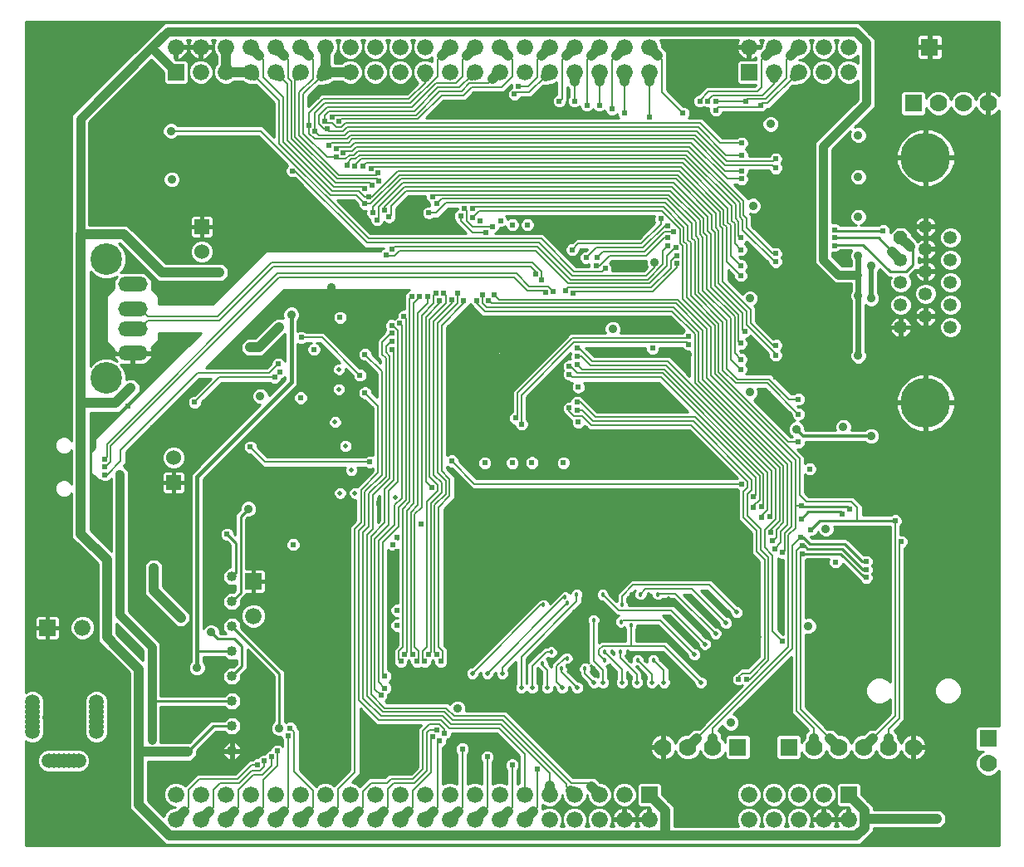
<source format=gbr>
G75*
G70*
%OFA0B0*%
%FSLAX24Y24*%
%IPPOS*%
%LPD*%
%AMOC8*
5,1,8,0,0,1.08239X$1,22.5*
%
%ADD10C,0.0591*%
%ADD11R,0.0700X0.0700*%
%ADD12R,0.0660X0.0660*%
%ADD13C,0.0660*%
%ADD14R,0.0238X0.0238*%
%ADD15R,0.1063X0.1063*%
%ADD16C,0.0700*%
%ADD17C,0.0531*%
%ADD18OC8,0.0531*%
%ADD19C,0.2000*%
%ADD20R,0.0600X0.0600*%
%ADD21C,0.0600*%
%ADD22O,0.1181X0.0591*%
%ADD23C,0.1266*%
%ADD24C,0.0400*%
%ADD25C,0.0100*%
%ADD26C,0.0237*%
%ADD27C,0.0180*%
%ADD28C,0.0198*%
%ADD29C,0.0354*%
%ADD30C,0.0500*%
%ADD31C,0.2165*%
%ADD32C,0.0400*%
%ADD33C,0.0360*%
%ADD34C,0.0240*%
%ADD35C,0.0080*%
%ADD36C,0.0160*%
%ADD37C,0.0200*%
%ADD38C,0.0120*%
D10*
X006653Y007771D03*
X006850Y007771D03*
X007047Y007771D03*
X007244Y007771D03*
X007441Y007771D03*
X007637Y007771D03*
X007834Y007771D03*
X008543Y008932D03*
X008543Y009129D03*
X008543Y009326D03*
X008543Y009523D03*
X008543Y009719D03*
X008543Y009916D03*
X008543Y010113D03*
X005984Y010113D03*
X005984Y009916D03*
X005984Y009719D03*
X005984Y009523D03*
X005984Y009326D03*
X005984Y009129D03*
X005984Y008932D03*
D11*
X034293Y008302D03*
X036343Y008302D03*
X044343Y008652D03*
X041343Y034152D03*
X041993Y036402D03*
D12*
X034743Y035402D03*
X011743Y035402D03*
X014853Y014972D03*
X006593Y013102D03*
X030743Y006402D03*
X038743Y006402D03*
D13*
X037743Y006402D03*
X036743Y006402D03*
X036743Y005402D03*
X037743Y005402D03*
X038743Y005402D03*
X035743Y005402D03*
X034743Y005402D03*
X034743Y006402D03*
X035743Y006402D03*
X030743Y005402D03*
X029743Y005402D03*
X028743Y005402D03*
X027743Y005402D03*
X026743Y005402D03*
X025743Y005402D03*
X024743Y005402D03*
X023743Y005402D03*
X022743Y005402D03*
X021743Y005402D03*
X020743Y005402D03*
X019743Y005402D03*
X018743Y005402D03*
X017743Y005402D03*
X016743Y005402D03*
X015743Y005402D03*
X014743Y005402D03*
X013743Y005402D03*
X012743Y005402D03*
X011743Y005402D03*
X011743Y006402D03*
X012743Y006402D03*
X013743Y006402D03*
X014743Y006402D03*
X015743Y006402D03*
X016743Y006402D03*
X017743Y006402D03*
X018743Y006402D03*
X019743Y006402D03*
X020743Y006402D03*
X021743Y006402D03*
X022743Y006402D03*
X023743Y006402D03*
X024743Y006402D03*
X025743Y006402D03*
X026743Y006402D03*
X027743Y006402D03*
X028743Y006402D03*
X029743Y006402D03*
X014853Y013572D03*
X007993Y013102D03*
X012743Y035402D03*
X013743Y035402D03*
X014743Y035402D03*
X015743Y035402D03*
X016743Y035402D03*
X017743Y035402D03*
X018743Y035402D03*
X019743Y035402D03*
X020743Y035402D03*
X021743Y035402D03*
X022743Y035402D03*
X023743Y035402D03*
X024743Y035402D03*
X025743Y035402D03*
X026743Y035402D03*
X027743Y035402D03*
X028743Y035402D03*
X029743Y035402D03*
X030743Y035402D03*
X030743Y036402D03*
X029743Y036402D03*
X028743Y036402D03*
X027743Y036402D03*
X026743Y036402D03*
X025743Y036402D03*
X024743Y036402D03*
X023743Y036402D03*
X022743Y036402D03*
X021743Y036402D03*
X020743Y036402D03*
X019743Y036402D03*
X018743Y036402D03*
X017743Y036402D03*
X016743Y036402D03*
X015743Y036402D03*
X014743Y036402D03*
X013743Y036402D03*
X012743Y036402D03*
X011743Y036402D03*
X034743Y036402D03*
X035743Y036402D03*
X035743Y035402D03*
X036743Y035402D03*
X037743Y035402D03*
X038743Y035402D03*
X038743Y036402D03*
X037743Y036402D03*
X036743Y036402D03*
D14*
X024457Y024496D03*
X024457Y024181D03*
X024772Y023866D03*
X025087Y023866D03*
X025087Y023079D03*
X024772Y023079D03*
X024457Y022764D03*
X024457Y022449D03*
X023669Y022449D03*
X023669Y022764D03*
X023354Y023079D03*
X023039Y023079D03*
X023039Y023866D03*
X023354Y023866D03*
X023669Y024181D03*
X023669Y024496D03*
D15*
X024063Y023472D03*
D16*
X031293Y008302D03*
X032293Y008302D03*
X033293Y008302D03*
X037343Y008302D03*
X038343Y008302D03*
X039343Y008302D03*
X040343Y008302D03*
X041343Y008302D03*
X044343Y007652D03*
X044343Y034152D03*
X043343Y034152D03*
X042343Y034152D03*
D17*
X041833Y029207D03*
X042833Y028757D03*
X042833Y027857D03*
X042833Y026957D03*
X042833Y026057D03*
X042833Y025157D03*
X041833Y025607D03*
X041833Y026507D03*
X041833Y027407D03*
X041833Y028307D03*
X040833Y027857D03*
X040833Y026957D03*
X040833Y026057D03*
X040833Y025157D03*
D18*
X040833Y028757D03*
D19*
X041833Y031972D03*
X041833Y022132D03*
D20*
X012783Y029192D03*
X011663Y018922D03*
D21*
X011663Y019922D03*
X012783Y028192D03*
D22*
X010010Y026880D03*
X010010Y025896D03*
X010010Y025109D03*
X010010Y024124D03*
D23*
X008943Y023113D03*
X008943Y027892D03*
D24*
X013993Y015152D03*
X013993Y014152D03*
X013993Y013152D03*
X013993Y012152D03*
X013993Y011152D03*
X013993Y010152D03*
X013993Y009152D03*
X013993Y008152D03*
D25*
X005713Y008545D02*
X005713Y004372D01*
X044773Y004372D01*
X044773Y007347D01*
X044637Y007212D01*
X044446Y007132D01*
X044239Y007132D01*
X044048Y007212D01*
X043902Y007358D01*
X043823Y007549D01*
X043823Y007756D01*
X043902Y007947D01*
X044048Y008093D01*
X044143Y008132D01*
X043922Y008132D01*
X043823Y008232D01*
X043823Y009073D01*
X043922Y009172D01*
X044763Y009172D01*
X044773Y009163D01*
X044773Y033847D01*
X044637Y033712D01*
X044446Y033632D01*
X044393Y033632D01*
X044393Y034102D01*
X044293Y034102D01*
X044293Y033632D01*
X044239Y033632D01*
X044048Y033712D01*
X043902Y033858D01*
X043843Y034001D01*
X043784Y033858D01*
X043637Y033712D01*
X043446Y033632D01*
X043239Y033632D01*
X043048Y033712D01*
X042902Y033858D01*
X042843Y034001D01*
X042784Y033858D01*
X042637Y033712D01*
X042446Y033632D01*
X042239Y033632D01*
X042048Y033712D01*
X041902Y033858D01*
X041863Y033953D01*
X041863Y033732D01*
X041763Y033632D01*
X040922Y033632D01*
X040823Y033732D01*
X040823Y034573D01*
X040922Y034672D01*
X041763Y034672D01*
X041863Y034573D01*
X041863Y034352D01*
X041902Y034447D01*
X042048Y034593D01*
X042239Y034672D01*
X042446Y034672D01*
X042637Y034593D01*
X042784Y034447D01*
X042843Y034304D01*
X042902Y034447D01*
X043048Y034593D01*
X043239Y034672D01*
X043446Y034672D01*
X043637Y034593D01*
X043784Y034447D01*
X043843Y034304D01*
X043902Y034447D01*
X044048Y034593D01*
X044239Y034672D01*
X044293Y034672D01*
X044293Y034203D01*
X044393Y034203D01*
X044393Y034672D01*
X044446Y034672D01*
X044637Y034593D01*
X044773Y034458D01*
X044773Y037432D01*
X005713Y037432D01*
X005713Y010500D01*
X005720Y010507D01*
X005891Y010578D01*
X006076Y010578D01*
X006247Y010507D01*
X006378Y010377D01*
X006449Y010206D01*
X006449Y010020D01*
X006447Y010015D01*
X006449Y010009D01*
X006449Y009824D01*
X006447Y009818D01*
X006449Y009812D01*
X006449Y009627D01*
X006447Y009621D01*
X006449Y009615D01*
X006449Y009571D01*
X006426Y009571D01*
X006406Y009523D01*
X006426Y009474D01*
X006449Y009474D01*
X006449Y009430D01*
X006447Y009424D01*
X006449Y009418D01*
X006449Y009233D01*
X006447Y009227D01*
X006449Y009221D01*
X006449Y009036D01*
X006447Y009030D01*
X006449Y009025D01*
X006449Y008839D01*
X006378Y008668D01*
X006247Y008538D01*
X006076Y008467D01*
X005891Y008467D01*
X005720Y008538D01*
X005713Y008545D01*
X005713Y008488D02*
X005839Y008488D01*
X005713Y008390D02*
X009883Y008390D01*
X009883Y008488D02*
X008688Y008488D01*
X008635Y008467D02*
X008806Y008538D01*
X008937Y008668D01*
X009008Y008839D01*
X009008Y009025D01*
X009006Y009030D01*
X009008Y009036D01*
X009008Y009221D01*
X009006Y009227D01*
X009008Y009233D01*
X009008Y009418D01*
X009006Y009424D01*
X009008Y009430D01*
X009008Y009615D01*
X009006Y009621D01*
X009008Y009627D01*
X009008Y009812D01*
X009006Y009818D01*
X009008Y009824D01*
X009008Y010009D01*
X009006Y010015D01*
X009008Y010020D01*
X009008Y010206D01*
X008937Y010377D01*
X008806Y010507D01*
X008635Y010578D01*
X008450Y010578D01*
X008279Y010507D01*
X008148Y010377D01*
X008078Y010206D01*
X008078Y010020D01*
X008080Y010015D01*
X008078Y010009D01*
X008078Y009824D01*
X008080Y009818D01*
X008078Y009812D01*
X008078Y009627D01*
X008080Y009621D01*
X008078Y009615D01*
X008078Y009430D01*
X008080Y009424D01*
X008078Y009418D01*
X008078Y009233D01*
X008080Y009227D01*
X008078Y009221D01*
X008078Y009036D01*
X008080Y009030D01*
X008078Y009025D01*
X008078Y008839D01*
X008148Y008668D01*
X008279Y008538D01*
X008450Y008467D01*
X008635Y008467D01*
X008398Y008488D02*
X006129Y008488D01*
X006297Y008587D02*
X008230Y008587D01*
X008141Y008685D02*
X006385Y008685D01*
X006426Y008784D02*
X008101Y008784D01*
X008078Y008883D02*
X006449Y008883D01*
X006449Y008981D02*
X008078Y008981D01*
X008078Y009080D02*
X006449Y009080D01*
X006449Y009178D02*
X008078Y009178D01*
X008078Y009277D02*
X006449Y009277D01*
X006449Y009375D02*
X008078Y009375D01*
X008078Y009474D02*
X006449Y009474D01*
X006449Y009572D02*
X008078Y009572D01*
X008078Y009671D02*
X006449Y009671D01*
X006449Y009769D02*
X008078Y009769D01*
X008078Y009868D02*
X006449Y009868D01*
X006449Y009966D02*
X008078Y009966D01*
X008078Y010065D02*
X006449Y010065D01*
X006449Y010164D02*
X008078Y010164D01*
X008101Y010262D02*
X006426Y010262D01*
X006385Y010361D02*
X008142Y010361D01*
X008231Y010459D02*
X006296Y010459D01*
X006126Y010558D02*
X008401Y010558D01*
X008685Y010558D02*
X009883Y010558D01*
X009883Y010656D02*
X005713Y010656D01*
X005713Y010558D02*
X005842Y010558D01*
X005713Y010755D02*
X009883Y010755D01*
X009883Y010853D02*
X005713Y010853D01*
X005713Y010952D02*
X009883Y010952D01*
X009883Y011050D02*
X005713Y011050D01*
X005713Y011149D02*
X009883Y011149D01*
X009883Y011248D02*
X005713Y011248D01*
X005713Y011346D02*
X009826Y011346D01*
X009883Y011289D02*
X009883Y008266D01*
X009883Y006146D01*
X009883Y005839D01*
X011123Y004599D01*
X011340Y004382D01*
X031526Y004382D01*
X039206Y004382D01*
X039423Y004599D01*
X039526Y004702D01*
X039743Y004919D01*
X039743Y005062D01*
X042446Y005062D01*
X042663Y005279D01*
X042663Y005586D01*
X042446Y005802D01*
X039743Y005802D01*
X039743Y005926D01*
X039526Y006142D01*
X039243Y006426D01*
X039243Y006803D01*
X039143Y006902D01*
X038342Y006902D01*
X038243Y006803D01*
X038243Y006002D01*
X038342Y005902D01*
X038720Y005902D01*
X038793Y005829D01*
X038793Y005453D01*
X038693Y005453D01*
X038693Y005902D01*
X038643Y005902D01*
X038460Y005826D01*
X038319Y005686D01*
X038243Y005502D01*
X038243Y005452D01*
X038243Y005502D01*
X038167Y005686D01*
X038026Y005826D01*
X037842Y005902D01*
X037793Y005902D01*
X037793Y005453D01*
X037693Y005453D01*
X037693Y005902D01*
X037643Y005902D01*
X037460Y005826D01*
X037319Y005686D01*
X037243Y005502D01*
X037243Y005452D01*
X037693Y005452D01*
X037693Y005352D01*
X037243Y005352D01*
X037243Y005303D01*
X037318Y005122D01*
X037168Y005122D01*
X037243Y005303D01*
X037243Y005502D01*
X037167Y005686D01*
X037026Y005826D01*
X036842Y005902D01*
X036643Y005902D01*
X036460Y005826D01*
X036319Y005686D01*
X036243Y005502D01*
X036243Y005303D01*
X036318Y005122D01*
X036168Y005122D01*
X036243Y005303D01*
X036243Y005502D01*
X036167Y005686D01*
X036026Y005826D01*
X035842Y005902D01*
X035643Y005902D01*
X035460Y005826D01*
X035319Y005686D01*
X035243Y005502D01*
X035243Y005303D01*
X035318Y005122D01*
X035168Y005122D01*
X035243Y005303D01*
X035243Y005502D01*
X035167Y005686D01*
X035026Y005826D01*
X034842Y005902D01*
X034643Y005902D01*
X034460Y005826D01*
X034319Y005686D01*
X034243Y005502D01*
X034243Y005303D01*
X034318Y005122D01*
X031743Y005122D01*
X031743Y005926D01*
X031526Y006142D01*
X031243Y006426D01*
X031243Y006803D01*
X031143Y006902D01*
X030342Y006902D01*
X030243Y006803D01*
X030243Y006002D01*
X030342Y005902D01*
X030720Y005902D01*
X030793Y005829D01*
X030793Y005453D01*
X030693Y005453D01*
X030693Y005902D01*
X030643Y005902D01*
X030460Y005826D01*
X030319Y005686D01*
X030243Y005502D01*
X030243Y005452D01*
X030243Y005502D01*
X030167Y005686D01*
X030026Y005826D01*
X029842Y005902D01*
X029793Y005902D01*
X029793Y005453D01*
X029693Y005453D01*
X029693Y005902D01*
X029643Y005902D01*
X029460Y005826D01*
X029319Y005686D01*
X029243Y005502D01*
X029243Y005452D01*
X029693Y005452D01*
X029693Y005352D01*
X029243Y005352D01*
X029243Y005303D01*
X029318Y005122D01*
X029168Y005122D01*
X029243Y005303D01*
X029243Y005502D01*
X029167Y005686D01*
X029026Y005826D01*
X028842Y005902D01*
X028643Y005902D01*
X028460Y005826D01*
X028319Y005686D01*
X028243Y005502D01*
X028243Y005303D01*
X028318Y005122D01*
X028168Y005122D01*
X028243Y005303D01*
X028243Y005502D01*
X028167Y005686D01*
X028026Y005826D01*
X027842Y005902D01*
X027643Y005902D01*
X027460Y005826D01*
X027319Y005686D01*
X027243Y005502D01*
X027243Y005303D01*
X027318Y005122D01*
X027168Y005122D01*
X027243Y005303D01*
X027243Y005502D01*
X027167Y005686D01*
X027026Y005826D01*
X026842Y005902D01*
X026643Y005902D01*
X026460Y005826D01*
X026453Y005819D01*
X026453Y005985D01*
X026460Y005979D01*
X026643Y005902D01*
X026842Y005902D01*
X027026Y005979D01*
X027167Y006119D01*
X027243Y006303D01*
X027319Y006119D01*
X027460Y005979D01*
X027643Y005902D01*
X027842Y005902D01*
X028026Y005979D01*
X028167Y006119D01*
X028243Y006303D01*
X028319Y006119D01*
X028460Y005979D01*
X028643Y005902D01*
X028842Y005902D01*
X029026Y005979D01*
X029167Y006119D01*
X029243Y006303D01*
X029319Y006119D01*
X029460Y005979D01*
X029643Y005902D01*
X029842Y005902D01*
X030026Y005979D01*
X030167Y006119D01*
X030243Y006303D01*
X030243Y006502D01*
X030167Y006686D01*
X030026Y006826D01*
X029842Y006902D01*
X029643Y006902D01*
X029460Y006826D01*
X029319Y006686D01*
X029243Y006502D01*
X029243Y006303D01*
X029243Y006502D01*
X029167Y006686D01*
X029026Y006826D01*
X028842Y006902D01*
X028766Y006902D01*
X028586Y007082D01*
X028280Y007082D01*
X028186Y007082D01*
X027690Y007082D01*
X025010Y009762D01*
X024836Y009762D01*
X023381Y009762D01*
X023390Y009783D01*
X023390Y009921D01*
X023337Y010049D01*
X023240Y010147D01*
X023112Y010200D01*
X022974Y010200D01*
X022846Y010147D01*
X022749Y010049D01*
X022738Y010024D01*
X022680Y010082D01*
X022506Y010082D01*
X020220Y010082D01*
X020146Y010157D01*
X020218Y010229D01*
X020262Y010335D01*
X020262Y010413D01*
X020296Y010428D01*
X020378Y010509D01*
X020422Y010615D01*
X020422Y010730D01*
X020378Y010836D01*
X020301Y010912D01*
X020378Y010989D01*
X020422Y011095D01*
X020422Y011210D01*
X020378Y011316D01*
X020296Y011397D01*
X020263Y011411D01*
X020263Y016214D01*
X020289Y016188D01*
X020395Y016144D01*
X020510Y016144D01*
X020616Y016188D01*
X020643Y016214D01*
X020643Y014081D01*
X020555Y014081D01*
X020449Y014037D01*
X020368Y013956D01*
X020324Y013850D01*
X020324Y013735D01*
X020368Y013629D01*
X020449Y013548D01*
X020555Y013504D01*
X020643Y013504D01*
X020643Y013481D01*
X020555Y013481D01*
X020449Y013437D01*
X020368Y013356D01*
X020324Y013250D01*
X020324Y013135D01*
X020368Y013029D01*
X020449Y012948D01*
X020555Y012904D01*
X020643Y012904D01*
X020643Y012399D01*
X020483Y012239D01*
X020483Y012065D01*
X020483Y011745D01*
X020484Y011744D01*
X020484Y011695D01*
X020528Y011589D01*
X020609Y011508D01*
X020715Y011464D01*
X020830Y011464D01*
X020936Y011508D01*
X021018Y011589D01*
X021062Y011695D01*
X021062Y011773D01*
X021093Y011786D01*
X021124Y011773D01*
X021124Y011695D01*
X021168Y011589D01*
X021249Y011508D01*
X021355Y011464D01*
X021470Y011464D01*
X021573Y011506D01*
X021675Y011464D01*
X021790Y011464D01*
X021896Y011508D01*
X021978Y011589D01*
X022022Y011695D01*
X022022Y011773D01*
X022053Y011786D01*
X022084Y011773D01*
X022084Y011695D01*
X022128Y011589D01*
X022209Y011508D01*
X022315Y011464D01*
X022430Y011464D01*
X022536Y011508D01*
X022618Y011589D01*
X022662Y011695D01*
X022662Y011744D01*
X022663Y011745D01*
X022663Y011919D01*
X022663Y012065D01*
X022663Y012239D01*
X022503Y012399D01*
X022503Y017855D01*
X022820Y018172D01*
X022943Y018295D01*
X022943Y018985D01*
X022943Y019159D01*
X022623Y019479D01*
X022623Y019574D01*
X022649Y019548D01*
X022755Y019504D01*
X022805Y019504D01*
X023523Y018785D01*
X023646Y018662D01*
X034255Y018662D01*
X034289Y018628D01*
X034323Y018614D01*
X034323Y017599D01*
X034323Y017425D01*
X034843Y016905D01*
X034843Y016239D01*
X034843Y016065D01*
X035163Y015745D01*
X035163Y011959D01*
X034686Y011482D01*
X034580Y011482D01*
X034406Y011482D01*
X034246Y011322D01*
X034223Y011299D01*
X034169Y011277D01*
X034088Y011196D01*
X034044Y011090D01*
X034044Y010975D01*
X034088Y010869D01*
X034169Y010788D01*
X034275Y010744D01*
X034390Y010744D01*
X034470Y010777D01*
X032736Y009042D01*
X032510Y009042D01*
X032290Y008822D01*
X032189Y008822D01*
X031998Y008743D01*
X031852Y008597D01*
X031793Y008454D01*
X031734Y008597D01*
X031587Y008743D01*
X031396Y008822D01*
X031343Y008822D01*
X031343Y008353D01*
X031243Y008353D01*
X031243Y008822D01*
X031189Y008822D01*
X030998Y008743D01*
X030852Y008597D01*
X030773Y008406D01*
X030773Y008352D01*
X031243Y008352D01*
X031243Y008252D01*
X031343Y008252D01*
X031343Y007782D01*
X031396Y007782D01*
X031587Y007862D01*
X031734Y008008D01*
X031793Y008151D01*
X031852Y008008D01*
X031998Y007862D01*
X032189Y007782D01*
X032396Y007782D01*
X032587Y007862D01*
X032734Y008008D01*
X032793Y008151D01*
X032852Y008008D01*
X032998Y007862D01*
X033189Y007782D01*
X033396Y007782D01*
X033587Y007862D01*
X033734Y008008D01*
X033773Y008103D01*
X033773Y007882D01*
X033872Y007782D01*
X034713Y007782D01*
X034813Y007882D01*
X034813Y008723D01*
X034713Y008822D01*
X033872Y008822D01*
X033773Y008723D01*
X033773Y008502D01*
X033734Y008597D01*
X033663Y008668D01*
X033663Y008826D01*
X033503Y008986D01*
X033685Y009167D01*
X033719Y009086D01*
X033816Y008988D01*
X033944Y008935D01*
X034082Y008935D01*
X034210Y008988D01*
X034307Y009086D01*
X034360Y009213D01*
X034360Y009351D01*
X034307Y009479D01*
X034210Y009577D01*
X034128Y009611D01*
X036443Y011926D01*
X036443Y009839D01*
X036443Y009665D01*
X037128Y008981D01*
X036973Y008826D01*
X036973Y008668D01*
X036902Y008597D01*
X036863Y008502D01*
X036863Y008723D01*
X036763Y008822D01*
X035922Y008822D01*
X035823Y008723D01*
X035823Y007882D01*
X035922Y007782D01*
X036763Y007782D01*
X036863Y007882D01*
X036863Y008103D01*
X036902Y008008D01*
X037048Y007862D01*
X037239Y007782D01*
X037446Y007782D01*
X037637Y007862D01*
X037784Y008008D01*
X037843Y008151D01*
X037902Y008008D01*
X038048Y007862D01*
X038239Y007782D01*
X038446Y007782D01*
X038637Y007862D01*
X038784Y008008D01*
X038843Y008151D01*
X038902Y008008D01*
X039048Y007862D01*
X039239Y007782D01*
X039446Y007782D01*
X039637Y007862D01*
X039784Y008008D01*
X039843Y008151D01*
X039902Y008008D01*
X040048Y007862D01*
X040239Y007782D01*
X040446Y007782D01*
X040637Y007862D01*
X040784Y008008D01*
X040843Y008151D01*
X040902Y008008D01*
X041048Y007862D01*
X041239Y007782D01*
X041293Y007782D01*
X041293Y008252D01*
X041393Y008252D01*
X041393Y007782D01*
X041446Y007782D01*
X041637Y007862D01*
X041784Y008008D01*
X041863Y008199D01*
X041863Y008252D01*
X041393Y008252D01*
X041393Y008352D01*
X041863Y008352D01*
X041863Y008406D01*
X041784Y008597D01*
X041637Y008743D01*
X041446Y008822D01*
X041393Y008822D01*
X041393Y008353D01*
X041293Y008353D01*
X041293Y008822D01*
X041239Y008822D01*
X041048Y008743D01*
X040902Y008597D01*
X040843Y008454D01*
X040784Y008597D01*
X040713Y008668D01*
X040713Y008826D01*
X040568Y008971D01*
X040860Y009262D01*
X040983Y009385D01*
X040983Y016294D01*
X041016Y016308D01*
X041098Y016389D01*
X041142Y016495D01*
X041142Y016610D01*
X041098Y016716D01*
X041016Y016797D01*
X040910Y016841D01*
X040823Y016841D01*
X040823Y017194D01*
X040858Y017229D01*
X040902Y017335D01*
X040902Y017450D01*
X040858Y017556D01*
X040776Y017637D01*
X040670Y017681D01*
X040555Y017681D01*
X040449Y017637D01*
X040425Y017612D01*
X039303Y017612D01*
X039303Y017999D01*
X039180Y018122D01*
X038940Y018362D01*
X038766Y018362D01*
X037140Y018362D01*
X036983Y018519D01*
X036983Y019264D01*
X037019Y019228D01*
X037125Y019184D01*
X037240Y019184D01*
X037346Y019228D01*
X037428Y019309D01*
X037472Y019415D01*
X037472Y019530D01*
X037428Y019636D01*
X037346Y019717D01*
X037240Y019761D01*
X037125Y019761D01*
X037019Y019717D01*
X036983Y019681D01*
X036983Y019969D01*
X036860Y020092D01*
X036689Y020264D01*
X036790Y020264D01*
X036896Y020308D01*
X036978Y020389D01*
X037022Y020495D01*
X037022Y020562D01*
X039382Y020562D01*
X039446Y020498D01*
X039574Y020445D01*
X039712Y020445D01*
X039840Y020498D01*
X039937Y020596D01*
X039990Y020723D01*
X039990Y020861D01*
X039937Y020989D01*
X039840Y021087D01*
X039712Y021140D01*
X039574Y021140D01*
X039446Y021087D01*
X039382Y021022D01*
X038855Y021022D01*
X038880Y021083D01*
X038880Y021221D01*
X038827Y021349D01*
X038730Y021447D01*
X038602Y021500D01*
X038464Y021500D01*
X038336Y021447D01*
X038239Y021349D01*
X038186Y021221D01*
X038186Y021083D01*
X038211Y021022D01*
X037028Y021022D01*
X037000Y021051D01*
X037000Y021141D01*
X036947Y021269D01*
X036850Y021367D01*
X036799Y021387D01*
X036896Y021428D01*
X036978Y021509D01*
X037022Y021615D01*
X037022Y021730D01*
X036978Y021836D01*
X036896Y021917D01*
X036790Y021961D01*
X036721Y021961D01*
X036699Y021984D01*
X036790Y021984D01*
X036896Y022028D01*
X036978Y022109D01*
X037022Y022215D01*
X037022Y022330D01*
X036978Y022436D01*
X036896Y022517D01*
X036790Y022561D01*
X036675Y022561D01*
X036569Y022517D01*
X036535Y022482D01*
X036440Y022482D01*
X035640Y023282D01*
X035466Y023282D01*
X034631Y023282D01*
X034658Y023309D01*
X034702Y023415D01*
X034702Y023530D01*
X034658Y023636D01*
X034621Y023672D01*
X034658Y023709D01*
X034702Y023815D01*
X034702Y023930D01*
X034658Y024036D01*
X034576Y024117D01*
X034470Y024161D01*
X034421Y024161D01*
X034383Y024199D01*
X034383Y024224D01*
X034470Y024224D01*
X034576Y024268D01*
X034658Y024349D01*
X034702Y024455D01*
X034702Y024570D01*
X034658Y024676D01*
X034630Y024704D01*
X034630Y024704D01*
X034736Y024748D01*
X034799Y024810D01*
X035524Y024084D01*
X035524Y023975D01*
X035568Y023869D01*
X035649Y023788D01*
X035755Y023744D01*
X035870Y023744D01*
X035976Y023788D01*
X036058Y023869D01*
X036102Y023975D01*
X036102Y024090D01*
X036058Y024196D01*
X036021Y024232D01*
X036058Y024269D01*
X036102Y024375D01*
X036102Y024490D01*
X036058Y024596D01*
X035976Y024677D01*
X035870Y024721D01*
X035755Y024721D01*
X035724Y024708D01*
X035023Y025409D01*
X035023Y025947D01*
X034960Y026010D01*
X034980Y026018D01*
X035077Y026116D01*
X035130Y026243D01*
X035130Y026381D01*
X035077Y026509D01*
X034980Y026607D01*
X034852Y026660D01*
X034714Y026660D01*
X034586Y026607D01*
X034489Y026509D01*
X034481Y026490D01*
X033903Y027067D01*
X033903Y027446D01*
X034124Y027224D01*
X034124Y027175D01*
X034168Y027069D01*
X034249Y026988D01*
X034355Y026944D01*
X034470Y026944D01*
X034576Y026988D01*
X034658Y027069D01*
X034702Y027175D01*
X034702Y027290D01*
X034658Y027396D01*
X034621Y027432D01*
X034658Y027469D01*
X034702Y027575D01*
X034702Y027690D01*
X034658Y027796D01*
X034576Y027877D01*
X034470Y027921D01*
X034421Y027921D01*
X034359Y027984D01*
X034470Y027984D01*
X034576Y028028D01*
X034658Y028109D01*
X034702Y028215D01*
X034702Y028330D01*
X034658Y028436D01*
X034581Y028512D01*
X034658Y028589D01*
X034664Y028604D01*
X035524Y027744D01*
X035524Y027735D01*
X035568Y027629D01*
X035649Y027548D01*
X035755Y027504D01*
X035870Y027504D01*
X035976Y027548D01*
X036058Y027629D01*
X036102Y027735D01*
X036102Y027850D01*
X036059Y027952D01*
X036102Y028055D01*
X036102Y028170D01*
X036058Y028276D01*
X035976Y028357D01*
X035870Y028401D01*
X035755Y028401D01*
X035717Y028385D01*
X034863Y029239D01*
X034863Y029619D01*
X034771Y029711D01*
X034834Y029685D01*
X034972Y029685D01*
X035100Y029738D01*
X035197Y029836D01*
X035250Y029963D01*
X035250Y030101D01*
X035197Y030229D01*
X035100Y030327D01*
X034972Y030380D01*
X034834Y030380D01*
X034720Y030332D01*
X034620Y030432D01*
X034150Y030902D01*
X034255Y030902D01*
X034289Y030868D01*
X034395Y030824D01*
X034510Y030824D01*
X034616Y030868D01*
X034698Y030949D01*
X034742Y031055D01*
X034742Y031170D01*
X034699Y031272D01*
X034742Y031375D01*
X034742Y031462D01*
X035538Y031462D01*
X035568Y031389D01*
X035649Y031308D01*
X035755Y031264D01*
X035870Y031264D01*
X035976Y031308D01*
X036058Y031389D01*
X036102Y031495D01*
X036102Y031610D01*
X036058Y031716D01*
X036041Y031732D01*
X036058Y031749D01*
X036102Y031855D01*
X036102Y031970D01*
X036058Y032076D01*
X035976Y032157D01*
X035870Y032201D01*
X035755Y032201D01*
X035649Y032157D01*
X035568Y032076D01*
X035554Y032042D01*
X034742Y032042D01*
X034742Y032130D01*
X034698Y032236D01*
X034621Y032312D01*
X034698Y032389D01*
X034742Y032495D01*
X034742Y032610D01*
X034698Y032716D01*
X034616Y032797D01*
X034510Y032841D01*
X034395Y032841D01*
X034289Y032797D01*
X034255Y032762D01*
X033670Y032762D01*
X032870Y033562D01*
X032696Y033562D01*
X032311Y033562D01*
X032338Y033589D01*
X032382Y033695D01*
X032382Y033810D01*
X032338Y033916D01*
X032256Y033997D01*
X032150Y034041D01*
X032101Y034041D01*
X031463Y034679D01*
X031463Y035805D01*
X031463Y035899D01*
X031463Y036206D01*
X031243Y036426D01*
X031243Y036502D01*
X031168Y036682D01*
X034318Y036682D01*
X034243Y036502D01*
X034243Y036452D01*
X034693Y036452D01*
X034693Y036352D01*
X034793Y036352D01*
X034793Y035902D01*
X034842Y035902D01*
X035026Y035979D01*
X035033Y035985D01*
X035033Y035902D01*
X034342Y035902D01*
X034243Y035803D01*
X034243Y035002D01*
X034342Y034902D01*
X035033Y034902D01*
X035033Y034889D01*
X034986Y034842D01*
X033046Y034842D01*
X032923Y034719D01*
X032725Y034521D01*
X032715Y034521D01*
X032609Y034477D01*
X032528Y034396D01*
X032484Y034290D01*
X032484Y034175D01*
X032528Y034069D01*
X032609Y033988D01*
X032715Y033944D01*
X032830Y033944D01*
X032933Y033986D01*
X033035Y033944D01*
X033130Y033944D01*
X033124Y033930D01*
X033124Y033815D01*
X033168Y033709D01*
X033249Y033628D01*
X033355Y033584D01*
X033470Y033584D01*
X033576Y033628D01*
X033658Y033709D01*
X033688Y033782D01*
X035046Y033782D01*
X035220Y033782D01*
X035221Y033784D01*
X035270Y033784D01*
X035376Y033828D01*
X035458Y033909D01*
X035472Y033942D01*
X035580Y033942D01*
X036500Y034862D01*
X036726Y034862D01*
X036766Y034902D01*
X036842Y034902D01*
X037026Y034979D01*
X037167Y035119D01*
X037243Y035303D01*
X037319Y035119D01*
X037460Y034979D01*
X037643Y034902D01*
X037842Y034902D01*
X038026Y034979D01*
X038167Y035119D01*
X038243Y035303D01*
X038319Y035119D01*
X038460Y034979D01*
X038643Y034902D01*
X038842Y034902D01*
X039026Y034979D01*
X039103Y035055D01*
X039103Y034297D01*
X037588Y032782D01*
X037383Y032577D01*
X037383Y028017D01*
X037383Y027727D01*
X037983Y027127D01*
X038188Y026922D01*
X038843Y026922D01*
X038843Y026633D01*
X038839Y026629D01*
X038786Y026501D01*
X038786Y026363D01*
X038839Y026236D01*
X038843Y026231D01*
X038843Y024213D01*
X038839Y024209D01*
X038786Y024081D01*
X038786Y023943D01*
X038839Y023816D01*
X038936Y023718D01*
X039064Y023665D01*
X039202Y023665D01*
X039330Y023718D01*
X039427Y023816D01*
X039480Y023943D01*
X039480Y024081D01*
X039427Y024209D01*
X039423Y024213D01*
X039423Y026052D01*
X039456Y026018D01*
X039584Y025965D01*
X039722Y025965D01*
X039850Y026018D01*
X039947Y026116D01*
X040000Y026243D01*
X040000Y026381D01*
X039947Y026509D01*
X039923Y026533D01*
X039923Y027391D01*
X039947Y027416D01*
X039986Y027509D01*
X040193Y027301D01*
X040322Y027172D01*
X040451Y027172D01*
X040397Y027043D01*
X040397Y026870D01*
X040464Y026710D01*
X040586Y026587D01*
X040746Y026521D01*
X040920Y026521D01*
X041080Y026587D01*
X041202Y026710D01*
X041269Y026870D01*
X041269Y027043D01*
X041202Y027204D01*
X041189Y027217D01*
X041417Y027445D01*
X041794Y027445D01*
X041794Y027368D01*
X041397Y027368D01*
X041397Y027320D01*
X041464Y027160D01*
X041586Y027037D01*
X041746Y026971D01*
X041794Y026971D01*
X041794Y027368D01*
X041871Y027368D01*
X041871Y026971D01*
X041920Y026971D01*
X042080Y027037D01*
X042202Y027160D01*
X042269Y027320D01*
X042269Y027368D01*
X041872Y027368D01*
X041872Y027445D01*
X042269Y027445D01*
X042269Y027493D01*
X042202Y027654D01*
X042080Y027776D01*
X041920Y027842D01*
X041871Y027842D01*
X041871Y027446D01*
X041794Y027446D01*
X041794Y027842D01*
X041746Y027842D01*
X041586Y027776D01*
X041553Y027743D01*
X041553Y027971D01*
X041586Y027937D01*
X041746Y027871D01*
X041794Y027871D01*
X041794Y028268D01*
X041871Y028268D01*
X041871Y027871D01*
X041920Y027871D01*
X042080Y027937D01*
X042202Y028060D01*
X042269Y028220D01*
X042269Y028268D01*
X041872Y028268D01*
X041872Y028345D01*
X042269Y028345D01*
X042269Y028393D01*
X042202Y028554D01*
X042080Y028676D01*
X041920Y028742D01*
X041871Y028742D01*
X041871Y028346D01*
X041794Y028346D01*
X041794Y028742D01*
X041746Y028742D01*
X041586Y028676D01*
X041511Y028601D01*
X041269Y028844D01*
X041269Y028937D01*
X041013Y029192D01*
X040652Y029192D01*
X040412Y028952D01*
X040422Y028975D01*
X040422Y029090D01*
X040378Y029196D01*
X040296Y029277D01*
X040190Y029321D01*
X040075Y029321D01*
X039969Y029277D01*
X039945Y029252D01*
X039219Y029252D01*
X039330Y029298D01*
X039427Y029396D01*
X039480Y029523D01*
X039480Y029661D01*
X039427Y029789D01*
X039330Y029887D01*
X039202Y029940D01*
X039064Y029940D01*
X038936Y029887D01*
X038839Y029789D01*
X038786Y029661D01*
X038786Y029523D01*
X038839Y029396D01*
X038936Y029298D01*
X039047Y029252D01*
X038401Y029252D01*
X038336Y029317D01*
X038230Y029361D01*
X038115Y029361D01*
X038083Y029348D01*
X038083Y032287D01*
X038820Y033025D01*
X038786Y032941D01*
X038786Y032803D01*
X038839Y032676D01*
X038936Y032578D01*
X039064Y032525D01*
X039202Y032525D01*
X039330Y032578D01*
X039427Y032676D01*
X039480Y032803D01*
X039480Y032941D01*
X039427Y033069D01*
X039330Y033167D01*
X039202Y033220D01*
X039064Y033220D01*
X038980Y033185D01*
X039803Y034007D01*
X039803Y034297D01*
X039803Y036737D01*
X039598Y036942D01*
X039158Y037382D01*
X038868Y037382D01*
X011558Y037382D01*
X011268Y037382D01*
X010413Y036527D01*
X007563Y033677D01*
X007563Y033387D01*
X007563Y028777D01*
X007563Y028749D01*
X007563Y021959D01*
X007563Y020605D01*
X007554Y020626D01*
X007451Y020730D01*
X007316Y020785D01*
X007170Y020785D01*
X007035Y020730D01*
X006932Y020626D01*
X006876Y020492D01*
X006876Y020346D01*
X006932Y020211D01*
X007035Y020108D01*
X007170Y020052D01*
X007316Y020052D01*
X007451Y020108D01*
X007554Y020211D01*
X007563Y020233D01*
X007563Y018872D01*
X007554Y018894D01*
X007451Y018997D01*
X007316Y019053D01*
X007170Y019053D01*
X007035Y018997D01*
X006932Y018894D01*
X006876Y018759D01*
X006876Y018613D01*
X006932Y018478D01*
X007035Y018375D01*
X007170Y018319D01*
X007316Y018319D01*
X007451Y018375D01*
X007554Y018478D01*
X007563Y018500D01*
X007563Y016709D01*
X007780Y016492D01*
X008613Y015659D01*
X008613Y015349D01*
X008613Y015029D01*
X008613Y012559D01*
X008830Y012342D01*
X009023Y012149D01*
X009883Y011289D01*
X009727Y011445D02*
X005713Y011445D01*
X005713Y011543D02*
X009629Y011543D01*
X009530Y011642D02*
X005713Y011642D01*
X005713Y011740D02*
X009432Y011740D01*
X009333Y011839D02*
X005713Y011839D01*
X005713Y011937D02*
X009235Y011937D01*
X009136Y012036D02*
X005713Y012036D01*
X005713Y012134D02*
X009038Y012134D01*
X009023Y012149D02*
X009023Y012149D01*
X008939Y012233D02*
X005713Y012233D01*
X005713Y012332D02*
X008841Y012332D01*
X008742Y012430D02*
X005713Y012430D01*
X005713Y012529D02*
X008643Y012529D01*
X008613Y012627D02*
X008152Y012627D01*
X008092Y012602D02*
X008276Y012679D01*
X008417Y012819D01*
X008493Y013003D01*
X008493Y013202D01*
X008417Y013386D01*
X008276Y013526D01*
X008092Y013602D01*
X007893Y013602D01*
X007710Y013526D01*
X007569Y013386D01*
X007493Y013202D01*
X007493Y013003D01*
X007569Y012819D01*
X007710Y012679D01*
X007893Y012602D01*
X008092Y012602D01*
X007834Y012627D02*
X007018Y012627D01*
X006993Y012602D02*
X007093Y012702D01*
X007093Y013067D01*
X006628Y013067D01*
X006628Y012602D01*
X006993Y012602D01*
X007093Y012726D02*
X007663Y012726D01*
X007567Y012824D02*
X007093Y012824D01*
X007093Y012923D02*
X007526Y012923D01*
X007493Y013021D02*
X007093Y013021D01*
X007093Y013137D02*
X006628Y013137D01*
X006628Y013067D01*
X006558Y013067D01*
X006558Y012602D01*
X006192Y012602D01*
X006093Y012702D01*
X006093Y013067D01*
X006558Y013067D01*
X006558Y013137D01*
X006093Y013137D01*
X006093Y013503D01*
X006192Y013602D01*
X006558Y013602D01*
X006558Y013138D01*
X006628Y013138D01*
X006628Y013602D01*
X006993Y013602D01*
X007093Y013503D01*
X007093Y013137D01*
X007093Y013218D02*
X007500Y013218D01*
X007493Y013120D02*
X006628Y013120D01*
X006558Y013120D02*
X005713Y013120D01*
X005713Y013218D02*
X006093Y013218D01*
X006093Y013317D02*
X005713Y013317D01*
X005713Y013416D02*
X006093Y013416D01*
X006104Y013514D02*
X005713Y013514D01*
X005713Y013613D02*
X008613Y013613D01*
X008613Y013711D02*
X005713Y013711D01*
X005713Y013810D02*
X008613Y013810D01*
X008613Y013908D02*
X005713Y013908D01*
X005713Y014007D02*
X008613Y014007D01*
X008613Y014105D02*
X005713Y014105D01*
X005713Y014204D02*
X008613Y014204D01*
X008613Y014302D02*
X005713Y014302D01*
X005713Y014401D02*
X008613Y014401D01*
X008613Y014499D02*
X005713Y014499D01*
X005713Y014598D02*
X008613Y014598D01*
X008613Y014697D02*
X005713Y014697D01*
X005713Y014795D02*
X008613Y014795D01*
X008613Y014894D02*
X005713Y014894D01*
X005713Y014992D02*
X008613Y014992D01*
X008613Y015091D02*
X005713Y015091D01*
X005713Y015189D02*
X008613Y015189D01*
X008613Y015288D02*
X005713Y015288D01*
X005713Y015386D02*
X008613Y015386D01*
X008613Y015485D02*
X005713Y015485D01*
X005713Y015583D02*
X008613Y015583D01*
X008590Y015682D02*
X005713Y015682D01*
X005713Y015781D02*
X008492Y015781D01*
X008393Y015879D02*
X005713Y015879D01*
X005713Y015978D02*
X008294Y015978D01*
X008196Y016076D02*
X005713Y016076D01*
X005713Y016175D02*
X008097Y016175D01*
X007999Y016273D02*
X005713Y016273D01*
X005713Y016372D02*
X007900Y016372D01*
X007802Y016470D02*
X005713Y016470D01*
X005713Y016569D02*
X007703Y016569D01*
X007780Y016492D02*
X007780Y016492D01*
X007605Y016667D02*
X005713Y016667D01*
X005713Y016766D02*
X007563Y016766D01*
X007563Y016865D02*
X005713Y016865D01*
X005713Y016963D02*
X007563Y016963D01*
X007563Y017062D02*
X005713Y017062D01*
X005713Y017160D02*
X007563Y017160D01*
X007563Y017259D02*
X005713Y017259D01*
X005713Y017357D02*
X007563Y017357D01*
X007563Y017456D02*
X005713Y017456D01*
X005713Y017554D02*
X007563Y017554D01*
X007563Y017653D02*
X005713Y017653D01*
X005713Y017751D02*
X007563Y017751D01*
X007563Y017850D02*
X005713Y017850D01*
X005713Y017949D02*
X007563Y017949D01*
X007563Y018047D02*
X005713Y018047D01*
X005713Y018146D02*
X007563Y018146D01*
X007563Y018244D02*
X005713Y018244D01*
X005713Y018343D02*
X007114Y018343D01*
X006969Y018441D02*
X005713Y018441D01*
X005713Y018540D02*
X006906Y018540D01*
X006876Y018638D02*
X005713Y018638D01*
X005713Y018737D02*
X006876Y018737D01*
X006908Y018835D02*
X005713Y018835D01*
X005713Y018934D02*
X006972Y018934D01*
X007120Y019032D02*
X005713Y019032D01*
X005713Y019131D02*
X007563Y019131D01*
X007563Y019032D02*
X007366Y019032D01*
X007514Y018934D02*
X007563Y018934D01*
X007563Y019230D02*
X005713Y019230D01*
X005713Y019328D02*
X007563Y019328D01*
X007563Y019427D02*
X005713Y019427D01*
X005713Y019525D02*
X007563Y019525D01*
X007563Y019624D02*
X005713Y019624D01*
X005713Y019722D02*
X007563Y019722D01*
X007563Y019821D02*
X005713Y019821D01*
X005713Y019919D02*
X007563Y019919D01*
X007563Y020018D02*
X005713Y020018D01*
X005713Y020116D02*
X007026Y020116D01*
X006930Y020215D02*
X005713Y020215D01*
X005713Y020314D02*
X006889Y020314D01*
X006876Y020412D02*
X005713Y020412D01*
X005713Y020511D02*
X006884Y020511D01*
X006925Y020609D02*
X005713Y020609D01*
X005713Y020708D02*
X007013Y020708D01*
X007473Y020708D02*
X007563Y020708D01*
X007563Y020806D02*
X005713Y020806D01*
X005713Y020905D02*
X007563Y020905D01*
X007563Y021003D02*
X005713Y021003D01*
X005713Y021102D02*
X007563Y021102D01*
X007563Y021200D02*
X005713Y021200D01*
X005713Y021299D02*
X007563Y021299D01*
X007563Y021398D02*
X005713Y021398D01*
X005713Y021496D02*
X007563Y021496D01*
X007563Y021595D02*
X005713Y021595D01*
X005713Y021693D02*
X007563Y021693D01*
X007563Y021792D02*
X005713Y021792D01*
X005713Y021890D02*
X007563Y021890D01*
X007563Y021989D02*
X005713Y021989D01*
X005713Y022087D02*
X007563Y022087D01*
X007563Y022186D02*
X005713Y022186D01*
X005713Y022284D02*
X007563Y022284D01*
X007563Y022383D02*
X005713Y022383D01*
X005713Y022481D02*
X007563Y022481D01*
X007563Y022580D02*
X005713Y022580D01*
X005713Y022679D02*
X007563Y022679D01*
X007563Y022777D02*
X005713Y022777D01*
X005713Y022876D02*
X007563Y022876D01*
X007563Y022974D02*
X005713Y022974D01*
X005713Y023073D02*
X007563Y023073D01*
X007563Y023171D02*
X005713Y023171D01*
X005713Y023270D02*
X007563Y023270D01*
X007563Y023368D02*
X005713Y023368D01*
X005713Y023467D02*
X007563Y023467D01*
X007563Y023565D02*
X005713Y023565D01*
X005713Y023664D02*
X007563Y023664D01*
X007563Y023763D02*
X005713Y023763D01*
X005713Y023861D02*
X007563Y023861D01*
X007563Y023960D02*
X005713Y023960D01*
X005713Y024058D02*
X007563Y024058D01*
X007563Y024157D02*
X005713Y024157D01*
X005713Y024255D02*
X007563Y024255D01*
X007563Y024354D02*
X005713Y024354D01*
X005713Y024452D02*
X007563Y024452D01*
X007563Y024551D02*
X005713Y024551D01*
X005713Y024649D02*
X007563Y024649D01*
X007563Y024748D02*
X005713Y024748D01*
X005713Y024847D02*
X007563Y024847D01*
X007563Y024945D02*
X005713Y024945D01*
X005713Y025044D02*
X007563Y025044D01*
X007563Y025142D02*
X005713Y025142D01*
X005713Y025241D02*
X007563Y025241D01*
X007563Y025339D02*
X005713Y025339D01*
X005713Y025438D02*
X007563Y025438D01*
X007563Y025536D02*
X005713Y025536D01*
X005713Y025635D02*
X007563Y025635D01*
X007563Y025733D02*
X005713Y025733D01*
X005713Y025832D02*
X007563Y025832D01*
X007563Y025931D02*
X005713Y025931D01*
X005713Y026029D02*
X007563Y026029D01*
X007563Y026128D02*
X005713Y026128D01*
X005713Y026226D02*
X007563Y026226D01*
X007563Y026325D02*
X005713Y026325D01*
X005713Y026423D02*
X007563Y026423D01*
X007563Y026522D02*
X005713Y026522D01*
X005713Y026620D02*
X007563Y026620D01*
X007563Y026719D02*
X005713Y026719D01*
X005713Y026817D02*
X007563Y026817D01*
X007563Y026916D02*
X005713Y026916D01*
X005713Y027014D02*
X007563Y027014D01*
X007563Y027113D02*
X005713Y027113D01*
X005713Y027212D02*
X007563Y027212D01*
X007563Y027310D02*
X005713Y027310D01*
X005713Y027409D02*
X007563Y027409D01*
X007563Y027507D02*
X005713Y027507D01*
X005713Y027606D02*
X007563Y027606D01*
X007563Y027704D02*
X005713Y027704D01*
X005713Y027803D02*
X007563Y027803D01*
X007563Y027901D02*
X005713Y027901D01*
X005713Y028000D02*
X007563Y028000D01*
X007563Y028098D02*
X005713Y028098D01*
X005713Y028197D02*
X007563Y028197D01*
X007563Y028296D02*
X005713Y028296D01*
X005713Y028394D02*
X007563Y028394D01*
X007563Y028493D02*
X005713Y028493D01*
X005713Y028591D02*
X007563Y028591D01*
X007563Y028690D02*
X005713Y028690D01*
X005713Y028788D02*
X007563Y028788D01*
X007563Y028887D02*
X005713Y028887D01*
X005713Y028985D02*
X007563Y028985D01*
X007563Y029084D02*
X005713Y029084D01*
X005713Y029182D02*
X007563Y029182D01*
X007563Y029281D02*
X005713Y029281D01*
X005713Y029380D02*
X007563Y029380D01*
X007563Y029478D02*
X005713Y029478D01*
X005713Y029577D02*
X007563Y029577D01*
X007563Y029675D02*
X005713Y029675D01*
X005713Y029774D02*
X007563Y029774D01*
X007563Y029872D02*
X005713Y029872D01*
X005713Y029971D02*
X007563Y029971D01*
X007563Y030069D02*
X005713Y030069D01*
X005713Y030168D02*
X007563Y030168D01*
X007563Y030266D02*
X005713Y030266D01*
X005713Y030365D02*
X007563Y030365D01*
X007563Y030464D02*
X005713Y030464D01*
X005713Y030562D02*
X007563Y030562D01*
X007563Y030661D02*
X005713Y030661D01*
X005713Y030759D02*
X007563Y030759D01*
X007563Y030858D02*
X005713Y030858D01*
X005713Y030956D02*
X007563Y030956D01*
X007563Y031055D02*
X005713Y031055D01*
X005713Y031153D02*
X007563Y031153D01*
X007563Y031252D02*
X005713Y031252D01*
X005713Y031350D02*
X007563Y031350D01*
X007563Y031449D02*
X005713Y031449D01*
X005713Y031547D02*
X007563Y031547D01*
X007563Y031646D02*
X005713Y031646D01*
X005713Y031745D02*
X007563Y031745D01*
X007563Y031843D02*
X005713Y031843D01*
X005713Y031942D02*
X007563Y031942D01*
X007563Y032040D02*
X005713Y032040D01*
X005713Y032139D02*
X007563Y032139D01*
X007563Y032237D02*
X005713Y032237D01*
X005713Y032336D02*
X007563Y032336D01*
X007563Y032434D02*
X005713Y032434D01*
X005713Y032533D02*
X007563Y032533D01*
X007563Y032631D02*
X005713Y032631D01*
X005713Y032730D02*
X007563Y032730D01*
X007563Y032829D02*
X005713Y032829D01*
X005713Y032927D02*
X007563Y032927D01*
X007563Y033026D02*
X005713Y033026D01*
X005713Y033124D02*
X007563Y033124D01*
X007563Y033223D02*
X005713Y033223D01*
X005713Y033321D02*
X007563Y033321D01*
X007563Y033420D02*
X005713Y033420D01*
X005713Y033518D02*
X007563Y033518D01*
X007563Y033617D02*
X005713Y033617D01*
X005713Y033715D02*
X007601Y033715D01*
X007700Y033814D02*
X005713Y033814D01*
X005713Y033913D02*
X007798Y033913D01*
X007897Y034011D02*
X005713Y034011D01*
X005713Y034110D02*
X007995Y034110D01*
X008094Y034208D02*
X005713Y034208D01*
X005713Y034307D02*
X008192Y034307D01*
X008291Y034405D02*
X005713Y034405D01*
X005713Y034504D02*
X008389Y034504D01*
X008488Y034602D02*
X005713Y034602D01*
X005713Y034701D02*
X008586Y034701D01*
X008685Y034799D02*
X005713Y034799D01*
X005713Y034898D02*
X008784Y034898D01*
X008882Y034996D02*
X005713Y034996D01*
X005713Y035095D02*
X008981Y035095D01*
X009079Y035194D02*
X005713Y035194D01*
X005713Y035292D02*
X009178Y035292D01*
X009276Y035391D02*
X005713Y035391D01*
X005713Y035489D02*
X009375Y035489D01*
X009473Y035588D02*
X005713Y035588D01*
X005713Y035686D02*
X009572Y035686D01*
X009670Y035785D02*
X005713Y035785D01*
X005713Y035883D02*
X009769Y035883D01*
X009867Y035982D02*
X005713Y035982D01*
X005713Y036080D02*
X009966Y036080D01*
X010065Y036179D02*
X005713Y036179D01*
X005713Y036278D02*
X010163Y036278D01*
X010262Y036376D02*
X005713Y036376D01*
X005713Y036475D02*
X010360Y036475D01*
X010459Y036573D02*
X005713Y036573D01*
X005713Y036672D02*
X010557Y036672D01*
X010656Y036770D02*
X005713Y036770D01*
X005713Y036869D02*
X010754Y036869D01*
X010853Y036967D02*
X005713Y036967D01*
X005713Y037066D02*
X010951Y037066D01*
X011050Y037164D02*
X005713Y037164D01*
X005713Y037263D02*
X011149Y037263D01*
X011247Y037362D02*
X005713Y037362D01*
X009182Y034307D02*
X015542Y034307D01*
X015640Y034208D02*
X009084Y034208D01*
X008985Y034110D02*
X015683Y034110D01*
X015683Y034165D02*
X015683Y032799D01*
X015230Y033252D01*
X015056Y033252D01*
X011824Y033252D01*
X011740Y033337D01*
X011612Y033390D01*
X011474Y033390D01*
X011346Y033337D01*
X011249Y033239D01*
X011196Y033111D01*
X011196Y032973D01*
X011249Y032846D01*
X011346Y032748D01*
X011474Y032695D01*
X011612Y032695D01*
X011740Y032748D01*
X011824Y032832D01*
X015056Y032832D01*
X016230Y031658D01*
X016168Y031596D01*
X016124Y031490D01*
X016124Y031375D01*
X016168Y031269D01*
X016249Y031188D01*
X016355Y031144D01*
X016470Y031144D01*
X016502Y031157D01*
X019193Y028465D01*
X019316Y028342D01*
X019396Y028342D01*
X019406Y028342D01*
X020090Y028342D01*
X020029Y028317D01*
X019955Y028242D01*
X015540Y028242D01*
X015366Y028242D01*
X013206Y026082D01*
X011063Y026082D01*
X011063Y026225D01*
X011063Y026399D01*
X010770Y026692D01*
X010770Y027073D01*
X010498Y027346D01*
X009532Y027346D01*
X009624Y027437D01*
X009746Y027732D01*
X009746Y028052D01*
X009624Y028347D01*
X009438Y028532D01*
X009490Y028532D01*
X010823Y027199D01*
X011040Y026982D01*
X013646Y026982D01*
X013863Y027199D01*
X013863Y027506D01*
X013646Y027722D01*
X011346Y027722D01*
X009796Y029272D01*
X009490Y029272D01*
X008263Y029272D01*
X008263Y033387D01*
X010763Y035888D01*
X011243Y035408D01*
X011243Y035002D01*
X011342Y034902D01*
X012143Y034902D01*
X012243Y035002D01*
X012243Y035803D01*
X012143Y035902D01*
X011738Y035902D01*
X011693Y035947D01*
X011693Y036352D01*
X011793Y036352D01*
X011793Y035902D01*
X011842Y035902D01*
X012026Y035979D01*
X012167Y036119D01*
X012243Y036303D01*
X012319Y036119D01*
X012460Y035979D01*
X012643Y035902D01*
X012460Y035826D01*
X012319Y035686D01*
X012243Y035502D01*
X012243Y035303D01*
X012319Y035119D01*
X012460Y034979D01*
X012643Y034902D01*
X012842Y034902D01*
X013026Y034979D01*
X013167Y035119D01*
X013243Y035303D01*
X013319Y035119D01*
X013460Y034979D01*
X013643Y034902D01*
X013842Y034902D01*
X014026Y034979D01*
X014080Y035032D01*
X014406Y035032D01*
X014460Y034979D01*
X014643Y034902D01*
X014720Y034902D01*
X014740Y034882D01*
X014966Y034882D01*
X015683Y034165D01*
X015683Y034011D02*
X008886Y034011D01*
X008788Y033913D02*
X015683Y033913D01*
X015683Y033814D02*
X008689Y033814D01*
X008591Y033715D02*
X015683Y033715D01*
X015683Y033617D02*
X008492Y033617D01*
X008394Y033518D02*
X015683Y033518D01*
X015683Y033420D02*
X008295Y033420D01*
X008263Y033321D02*
X011331Y033321D01*
X011242Y033223D02*
X008263Y033223D01*
X008263Y033124D02*
X011201Y033124D01*
X011196Y033026D02*
X008263Y033026D01*
X008263Y032927D02*
X011215Y032927D01*
X011266Y032829D02*
X008263Y032829D01*
X008263Y032730D02*
X011390Y032730D01*
X011696Y032730D02*
X015158Y032730D01*
X015060Y032829D02*
X011820Y032829D01*
X011755Y033321D02*
X015683Y033321D01*
X015683Y033223D02*
X015260Y033223D01*
X015358Y033124D02*
X015683Y033124D01*
X015683Y033026D02*
X015457Y033026D01*
X015555Y032927D02*
X015683Y032927D01*
X015683Y032829D02*
X015654Y032829D01*
X015355Y032533D02*
X008263Y032533D01*
X008263Y032631D02*
X015257Y032631D01*
X015454Y032434D02*
X008263Y032434D01*
X008263Y032336D02*
X015553Y032336D01*
X015651Y032237D02*
X008263Y032237D01*
X008263Y032139D02*
X015750Y032139D01*
X015848Y032040D02*
X008263Y032040D01*
X008263Y031942D02*
X015947Y031942D01*
X016045Y031843D02*
X008263Y031843D01*
X008263Y031745D02*
X016144Y031745D01*
X016218Y031646D02*
X008263Y031646D01*
X008263Y031547D02*
X016148Y031547D01*
X016124Y031449D02*
X008263Y031449D01*
X008263Y031350D02*
X011340Y031350D01*
X011376Y031387D02*
X011279Y031289D01*
X011226Y031161D01*
X011226Y031023D01*
X011279Y030896D01*
X011376Y030798D01*
X011504Y030745D01*
X011642Y030745D01*
X011770Y030798D01*
X011867Y030896D01*
X011920Y031023D01*
X011920Y031161D01*
X011867Y031289D01*
X011770Y031387D01*
X011642Y031440D01*
X011504Y031440D01*
X011376Y031387D01*
X011263Y031252D02*
X008263Y031252D01*
X008263Y031153D02*
X011226Y031153D01*
X011226Y031055D02*
X008263Y031055D01*
X008263Y030956D02*
X011254Y030956D01*
X011317Y030858D02*
X008263Y030858D01*
X008263Y030759D02*
X011470Y030759D01*
X011675Y030759D02*
X016899Y030759D01*
X016801Y030858D02*
X011829Y030858D01*
X011892Y030956D02*
X016702Y030956D01*
X016604Y031055D02*
X011920Y031055D01*
X011920Y031153D02*
X016332Y031153D01*
X016494Y031153D02*
X016505Y031153D01*
X016185Y031252D02*
X011883Y031252D01*
X011806Y031350D02*
X016134Y031350D01*
X016998Y030661D02*
X008263Y030661D01*
X008263Y030562D02*
X017096Y030562D01*
X017195Y030464D02*
X008263Y030464D01*
X008263Y030365D02*
X017293Y030365D01*
X017392Y030266D02*
X008263Y030266D01*
X008263Y030168D02*
X017490Y030168D01*
X017589Y030069D02*
X008263Y030069D01*
X008263Y029971D02*
X017688Y029971D01*
X017786Y029872D02*
X008263Y029872D01*
X008263Y029774D02*
X017885Y029774D01*
X017983Y029675D02*
X008263Y029675D01*
X008263Y029577D02*
X012327Y029577D01*
X012313Y029563D02*
X012313Y029227D01*
X012748Y029227D01*
X012748Y029157D01*
X012818Y029157D01*
X012818Y028722D01*
X013153Y028722D01*
X013253Y028822D01*
X013253Y029157D01*
X012818Y029157D01*
X012818Y029227D01*
X013253Y029227D01*
X013253Y029563D01*
X013153Y029662D01*
X012818Y029662D01*
X012818Y029228D01*
X012748Y029228D01*
X012748Y029662D01*
X012412Y029662D01*
X012313Y029563D01*
X012313Y029478D02*
X008263Y029478D01*
X008263Y029380D02*
X012313Y029380D01*
X012313Y029281D02*
X008263Y029281D01*
X009478Y028493D02*
X009529Y028493D01*
X009577Y028394D02*
X009628Y028394D01*
X009645Y028296D02*
X009727Y028296D01*
X009686Y028197D02*
X009825Y028197D01*
X009727Y028098D02*
X009924Y028098D01*
X010022Y028000D02*
X009746Y028000D01*
X009746Y027901D02*
X010121Y027901D01*
X010219Y027803D02*
X009746Y027803D01*
X009734Y027704D02*
X010318Y027704D01*
X010416Y027606D02*
X009693Y027606D01*
X009653Y027507D02*
X010515Y027507D01*
X010613Y027409D02*
X009595Y027409D01*
X009381Y027204D02*
X009249Y027073D01*
X009249Y026726D01*
X008963Y026439D01*
X008963Y026265D01*
X008963Y024545D01*
X009086Y024422D01*
X009249Y024259D01*
X009249Y024173D01*
X009335Y024173D01*
X009366Y024142D01*
X009540Y024142D01*
X009570Y024173D01*
X009961Y024173D01*
X009961Y024076D01*
X009249Y024076D01*
X009249Y023932D01*
X009380Y023801D01*
X009103Y023916D01*
X008783Y023916D01*
X008488Y023793D01*
X008303Y023608D01*
X008303Y027397D01*
X008488Y027211D01*
X008783Y027089D01*
X009103Y027089D01*
X009381Y027204D01*
X009289Y027113D02*
X009160Y027113D01*
X009249Y027014D02*
X008303Y027014D01*
X008303Y026916D02*
X009249Y026916D01*
X009249Y026817D02*
X008303Y026817D01*
X008303Y026719D02*
X009242Y026719D01*
X009144Y026620D02*
X008303Y026620D01*
X008303Y026522D02*
X009045Y026522D01*
X008963Y026423D02*
X008303Y026423D01*
X008303Y026325D02*
X008963Y026325D01*
X008963Y026226D02*
X008303Y026226D01*
X008303Y026128D02*
X008963Y026128D01*
X008963Y026029D02*
X008303Y026029D01*
X008303Y025931D02*
X008963Y025931D01*
X008963Y025832D02*
X008303Y025832D01*
X008303Y025733D02*
X008963Y025733D01*
X008963Y025635D02*
X008303Y025635D01*
X008303Y025536D02*
X008963Y025536D01*
X008963Y025438D02*
X008303Y025438D01*
X008303Y025339D02*
X008963Y025339D01*
X008963Y025241D02*
X008303Y025241D01*
X008303Y025142D02*
X008963Y025142D01*
X008963Y025044D02*
X008303Y025044D01*
X008303Y024945D02*
X008963Y024945D01*
X008963Y024847D02*
X008303Y024847D01*
X008303Y024748D02*
X008963Y024748D01*
X008963Y024649D02*
X008303Y024649D01*
X008303Y024551D02*
X008963Y024551D01*
X009056Y024452D02*
X008303Y024452D01*
X008303Y024354D02*
X009155Y024354D01*
X009249Y024255D02*
X008303Y024255D01*
X008303Y024157D02*
X009352Y024157D01*
X009249Y024058D02*
X008303Y024058D01*
X008303Y023960D02*
X009249Y023960D01*
X009234Y023861D02*
X009320Y023861D01*
X009532Y023659D02*
X009961Y023659D01*
X009961Y024076D01*
X010058Y024076D01*
X010058Y023659D01*
X010498Y023659D01*
X010770Y023932D01*
X010770Y024076D01*
X010059Y024076D01*
X010059Y024173D01*
X010435Y024173D01*
X010436Y024172D01*
X010610Y024172D01*
X010610Y024173D01*
X010770Y024173D01*
X010770Y024317D01*
X010762Y024325D01*
X011063Y024625D01*
X011063Y024799D01*
X011063Y024942D01*
X012746Y024942D01*
X008483Y020679D01*
X008483Y020505D01*
X008483Y020319D01*
X008323Y020159D01*
X008323Y019985D01*
X008323Y019305D01*
X008446Y019182D01*
X008606Y019022D01*
X008695Y019022D01*
X008729Y018988D01*
X008835Y018944D01*
X008950Y018944D01*
X009056Y018988D01*
X009138Y019069D01*
X009143Y019082D01*
X009143Y016176D01*
X009136Y016182D01*
X008303Y017016D01*
X008303Y021742D01*
X009486Y021742D01*
X009703Y021959D01*
X010303Y022559D01*
X010303Y022866D01*
X010086Y023082D01*
X009780Y023082D01*
X009746Y023049D01*
X009746Y023272D01*
X009624Y023568D01*
X009532Y023659D01*
X009625Y023565D02*
X011369Y023565D01*
X011270Y023467D02*
X009665Y023467D01*
X009706Y023368D02*
X011172Y023368D01*
X011073Y023270D02*
X009746Y023270D01*
X009746Y023171D02*
X010975Y023171D01*
X010876Y023073D02*
X010096Y023073D01*
X010194Y022974D02*
X010778Y022974D01*
X010679Y022876D02*
X010293Y022876D01*
X010303Y022777D02*
X010581Y022777D01*
X010482Y022679D02*
X010303Y022679D01*
X010303Y022580D02*
X010384Y022580D01*
X010285Y022481D02*
X010225Y022481D01*
X010186Y022383D02*
X010127Y022383D01*
X010088Y022284D02*
X010028Y022284D01*
X009989Y022186D02*
X009930Y022186D01*
X009891Y022087D02*
X009831Y022087D01*
X009792Y021989D02*
X009732Y021989D01*
X009703Y021959D02*
X009703Y021959D01*
X009694Y021890D02*
X009634Y021890D01*
X009595Y021792D02*
X009535Y021792D01*
X009497Y021693D02*
X008303Y021693D01*
X008303Y021595D02*
X009398Y021595D01*
X009300Y021496D02*
X008303Y021496D01*
X008303Y021398D02*
X009201Y021398D01*
X009103Y021299D02*
X008303Y021299D01*
X008303Y021200D02*
X009004Y021200D01*
X008905Y021102D02*
X008303Y021102D01*
X008303Y021003D02*
X008807Y021003D01*
X008708Y020905D02*
X008303Y020905D01*
X008303Y020806D02*
X008610Y020806D01*
X008511Y020708D02*
X008303Y020708D01*
X008303Y020609D02*
X008483Y020609D01*
X008483Y020511D02*
X008303Y020511D01*
X008303Y020412D02*
X008483Y020412D01*
X008477Y020314D02*
X008303Y020314D01*
X008303Y020215D02*
X008379Y020215D01*
X008323Y020116D02*
X008303Y020116D01*
X008303Y020018D02*
X008323Y020018D01*
X008323Y019919D02*
X008303Y019919D01*
X008303Y019821D02*
X008323Y019821D01*
X008323Y019722D02*
X008303Y019722D01*
X008303Y019624D02*
X008323Y019624D01*
X008323Y019525D02*
X008303Y019525D01*
X008303Y019427D02*
X008323Y019427D01*
X008323Y019328D02*
X008303Y019328D01*
X008303Y019230D02*
X008399Y019230D01*
X008303Y019131D02*
X008497Y019131D01*
X008596Y019032D02*
X008303Y019032D01*
X008303Y018934D02*
X009143Y018934D01*
X009143Y019032D02*
X009101Y019032D01*
X009143Y018835D02*
X008303Y018835D01*
X008303Y018737D02*
X009143Y018737D01*
X009143Y018638D02*
X008303Y018638D01*
X008303Y018540D02*
X009143Y018540D01*
X009143Y018441D02*
X008303Y018441D01*
X008303Y018343D02*
X009143Y018343D01*
X009143Y018244D02*
X008303Y018244D01*
X008303Y018146D02*
X009143Y018146D01*
X009143Y018047D02*
X008303Y018047D01*
X008303Y017949D02*
X009143Y017949D01*
X009143Y017850D02*
X008303Y017850D01*
X008303Y017751D02*
X009143Y017751D01*
X009143Y017653D02*
X008303Y017653D01*
X008303Y017554D02*
X009143Y017554D01*
X009143Y017456D02*
X008303Y017456D01*
X008303Y017357D02*
X009143Y017357D01*
X009143Y017259D02*
X008303Y017259D01*
X008303Y017160D02*
X009143Y017160D01*
X009143Y017062D02*
X008303Y017062D01*
X008355Y016963D02*
X009143Y016963D01*
X009143Y016865D02*
X008454Y016865D01*
X008553Y016766D02*
X009143Y016766D01*
X009143Y016667D02*
X008651Y016667D01*
X008750Y016569D02*
X009143Y016569D01*
X009143Y016470D02*
X008848Y016470D01*
X008947Y016372D02*
X009143Y016372D01*
X009143Y016273D02*
X009045Y016273D01*
X009136Y016182D02*
X009136Y016182D01*
X009843Y016175D02*
X012343Y016175D01*
X012343Y016273D02*
X009843Y016273D01*
X009843Y016372D02*
X012343Y016372D01*
X012343Y016470D02*
X009843Y016470D01*
X009843Y016569D02*
X012343Y016569D01*
X012343Y016667D02*
X009843Y016667D01*
X009843Y016766D02*
X012343Y016766D01*
X012343Y016865D02*
X009843Y016865D01*
X009843Y016963D02*
X012343Y016963D01*
X012343Y017062D02*
X009843Y017062D01*
X009843Y017160D02*
X012343Y017160D01*
X012343Y017259D02*
X009843Y017259D01*
X009843Y017357D02*
X012343Y017357D01*
X012343Y017456D02*
X009843Y017456D01*
X009843Y017554D02*
X012343Y017554D01*
X012343Y017653D02*
X009843Y017653D01*
X009843Y017751D02*
X012343Y017751D01*
X012343Y017850D02*
X009843Y017850D01*
X009843Y017949D02*
X012343Y017949D01*
X012343Y018047D02*
X009843Y018047D01*
X009843Y018146D02*
X012343Y018146D01*
X012343Y018244D02*
X009843Y018244D01*
X009843Y018343D02*
X012343Y018343D01*
X012343Y018441D02*
X009843Y018441D01*
X009843Y018540D02*
X011205Y018540D01*
X011193Y018552D02*
X011292Y018452D01*
X011628Y018452D01*
X011628Y018887D01*
X011698Y018887D01*
X011698Y018452D01*
X012033Y018452D01*
X012133Y018552D01*
X012133Y018887D01*
X011698Y018887D01*
X011698Y018957D01*
X012133Y018957D01*
X012133Y019293D01*
X012033Y019392D01*
X011698Y019392D01*
X011698Y018958D01*
X011628Y018958D01*
X011628Y019392D01*
X011292Y019392D01*
X011193Y019293D01*
X011193Y018957D01*
X011628Y018957D01*
X011628Y018887D01*
X011193Y018887D01*
X011193Y018552D01*
X011193Y018638D02*
X009843Y018638D01*
X009843Y018737D02*
X011193Y018737D01*
X011193Y018835D02*
X009843Y018835D01*
X009843Y018934D02*
X011628Y018934D01*
X011698Y018934D02*
X012343Y018934D01*
X012343Y019032D02*
X012133Y019032D01*
X012133Y019131D02*
X012343Y019131D01*
X012343Y019069D02*
X012343Y012049D01*
X012343Y011733D01*
X012299Y011689D01*
X012246Y011561D01*
X012246Y011423D01*
X012299Y011296D01*
X012396Y011198D01*
X012524Y011145D01*
X012662Y011145D01*
X012790Y011198D01*
X012887Y011296D01*
X012940Y011423D01*
X012940Y011561D01*
X012887Y011689D01*
X012843Y011733D01*
X012843Y011932D01*
X013690Y011932D01*
X013840Y011782D01*
X014146Y011782D01*
X014173Y011809D01*
X014173Y011644D01*
X014052Y011522D01*
X013840Y011522D01*
X013623Y011306D01*
X013623Y010999D01*
X013840Y010782D01*
X014146Y010782D01*
X014363Y010999D01*
X014363Y011211D01*
X014613Y011461D01*
X014613Y011644D01*
X014613Y012221D01*
X015673Y011161D01*
X015673Y009343D01*
X015599Y009269D01*
X015546Y009141D01*
X015546Y009003D01*
X015599Y008876D01*
X015696Y008778D01*
X015824Y008725D01*
X015962Y008725D01*
X015964Y008726D01*
X015964Y008695D01*
X016008Y008589D01*
X016033Y008564D01*
X016033Y008341D01*
X015976Y008397D01*
X015870Y008441D01*
X015755Y008441D01*
X015649Y008397D01*
X015568Y008316D01*
X015524Y008210D01*
X015524Y008201D01*
X015515Y008201D01*
X015409Y008157D01*
X015328Y008076D01*
X015314Y008041D01*
X015235Y008041D01*
X015129Y007997D01*
X015048Y007916D01*
X015034Y007881D01*
X014955Y007881D01*
X014849Y007837D01*
X014815Y007802D01*
X014686Y007802D01*
X014126Y007242D01*
X012606Y007242D01*
X012483Y007119D01*
X012108Y006744D01*
X012026Y006826D01*
X011842Y006902D01*
X011643Y006902D01*
X011460Y006826D01*
X011319Y006686D01*
X011243Y006502D01*
X011243Y006303D01*
X011319Y006119D01*
X011460Y005979D01*
X011643Y005902D01*
X011460Y005826D01*
X011319Y005686D01*
X011250Y005519D01*
X010623Y006146D01*
X010623Y007742D01*
X012366Y007742D01*
X012583Y007959D01*
X012583Y008171D01*
X013344Y008932D01*
X013690Y008932D01*
X013840Y008782D01*
X014146Y008782D01*
X014363Y008999D01*
X014363Y009306D01*
X014146Y009522D01*
X013840Y009522D01*
X013690Y009372D01*
X013162Y009372D01*
X013033Y009244D01*
X012272Y008482D01*
X011123Y008482D01*
X011123Y009932D01*
X013690Y009932D01*
X013840Y009782D01*
X014146Y009782D01*
X014363Y009999D01*
X014363Y010306D01*
X014146Y010522D01*
X013840Y010522D01*
X013690Y010372D01*
X011123Y010372D01*
X011123Y012187D01*
X011123Y012477D01*
X009843Y013757D01*
X009843Y019397D01*
X009639Y019601D01*
X009743Y019705D01*
X009743Y020155D01*
X012690Y023102D01*
X013146Y023102D01*
X012485Y022441D01*
X012435Y022441D01*
X012329Y022397D01*
X012248Y022316D01*
X012204Y022210D01*
X012204Y022095D01*
X012248Y021989D01*
X012329Y021908D01*
X012435Y021864D01*
X012550Y021864D01*
X012656Y021908D01*
X012738Y021989D01*
X012782Y022095D01*
X012782Y022144D01*
X013580Y022942D01*
X015505Y022942D01*
X015539Y022908D01*
X015645Y022864D01*
X015760Y022864D01*
X015866Y022908D01*
X015948Y022989D01*
X015987Y023084D01*
X015990Y023084D01*
X016096Y023128D01*
X016123Y023154D01*
X016123Y023056D01*
X015480Y022413D01*
X015480Y022461D01*
X015427Y022589D01*
X015330Y022687D01*
X015202Y022740D01*
X015064Y022740D01*
X014936Y022687D01*
X014839Y022589D01*
X014786Y022461D01*
X014786Y022323D01*
X014839Y022196D01*
X014936Y022098D01*
X015064Y022045D01*
X015112Y022045D01*
X012343Y019276D01*
X012343Y019069D01*
X012343Y019230D02*
X012133Y019230D01*
X012098Y019328D02*
X012395Y019328D01*
X012494Y019427D02*
X009814Y019427D01*
X009843Y019328D02*
X011228Y019328D01*
X011193Y019230D02*
X009843Y019230D01*
X009843Y019131D02*
X011193Y019131D01*
X011193Y019032D02*
X009843Y019032D01*
X009715Y019525D02*
X011395Y019525D01*
X011397Y019524D02*
X011569Y019452D01*
X011756Y019452D01*
X011929Y019524D01*
X012061Y019656D01*
X012133Y019829D01*
X012133Y020016D01*
X012061Y020189D01*
X011929Y020321D01*
X011756Y020392D01*
X011569Y020392D01*
X011397Y020321D01*
X011264Y020189D01*
X011193Y020016D01*
X011193Y019829D01*
X011264Y019656D01*
X011397Y019524D01*
X011297Y019624D02*
X009661Y019624D01*
X009743Y019722D02*
X011237Y019722D01*
X011196Y019821D02*
X009743Y019821D01*
X009743Y019919D02*
X011193Y019919D01*
X011194Y020018D02*
X009743Y020018D01*
X009743Y020116D02*
X011235Y020116D01*
X011291Y020215D02*
X009802Y020215D01*
X009901Y020314D02*
X011389Y020314D01*
X010689Y021102D02*
X014169Y021102D01*
X014267Y021200D02*
X010788Y021200D01*
X010886Y021299D02*
X014366Y021299D01*
X014465Y021398D02*
X010985Y021398D01*
X011084Y021496D02*
X014563Y021496D01*
X014662Y021595D02*
X011182Y021595D01*
X011281Y021693D02*
X014760Y021693D01*
X014859Y021792D02*
X011379Y021792D01*
X011478Y021890D02*
X012371Y021890D01*
X012248Y021989D02*
X011576Y021989D01*
X011675Y022087D02*
X012207Y022087D01*
X012204Y022186D02*
X011773Y022186D01*
X011872Y022284D02*
X012235Y022284D01*
X012315Y022383D02*
X011970Y022383D01*
X012069Y022481D02*
X012525Y022481D01*
X012624Y022580D02*
X012167Y022580D01*
X012266Y022679D02*
X012722Y022679D01*
X012821Y022777D02*
X012365Y022777D01*
X012463Y022876D02*
X012919Y022876D01*
X013018Y022974D02*
X012562Y022974D01*
X012660Y023073D02*
X013116Y023073D01*
X013415Y022777D02*
X015844Y022777D01*
X015789Y022876D02*
X015943Y022876D01*
X015933Y022974D02*
X016041Y022974D01*
X015982Y023073D02*
X016123Y023073D01*
X016623Y023073D02*
X018876Y023073D01*
X018878Y023069D02*
X018959Y022988D01*
X019065Y022944D01*
X019180Y022944D01*
X019286Y022988D01*
X019368Y023069D01*
X019412Y023175D01*
X019412Y023290D01*
X019368Y023396D01*
X019286Y023477D01*
X019180Y023521D01*
X019131Y023521D01*
X017690Y024962D01*
X017516Y024962D01*
X016971Y024962D01*
X016936Y024997D01*
X016830Y025041D01*
X016715Y025041D01*
X016623Y025003D01*
X016623Y025431D01*
X016667Y025476D01*
X016720Y025603D01*
X016720Y025741D01*
X016667Y025869D01*
X016570Y025967D01*
X016442Y026020D01*
X016304Y026020D01*
X016176Y025967D01*
X016079Y025869D01*
X016026Y025741D01*
X016026Y025603D01*
X016054Y025534D01*
X016046Y025542D01*
X015740Y025542D01*
X014920Y024722D01*
X014580Y024722D01*
X014363Y024506D01*
X014363Y024199D01*
X014580Y023982D01*
X014920Y023982D01*
X015226Y023982D01*
X016123Y024879D01*
X016123Y023785D01*
X016098Y023846D01*
X016016Y023927D01*
X015910Y023971D01*
X015795Y023971D01*
X015689Y023927D01*
X015608Y023846D01*
X015564Y023740D01*
X015564Y023691D01*
X015396Y023522D01*
X012960Y023522D01*
X016100Y026662D01*
X017860Y026662D01*
X017973Y026775D01*
X018086Y026662D01*
X021110Y026662D01*
X021049Y026637D01*
X020968Y026556D01*
X020924Y026450D01*
X020924Y026401D01*
X020923Y026399D01*
X020923Y026225D01*
X020923Y025881D01*
X020835Y025881D01*
X020729Y025837D01*
X020648Y025756D01*
X020604Y025650D01*
X020604Y025572D01*
X020569Y025557D01*
X020515Y025503D01*
X020470Y025521D01*
X020355Y025521D01*
X020249Y025477D01*
X020168Y025396D01*
X020124Y025290D01*
X020124Y025175D01*
X020167Y025072D01*
X020124Y024970D01*
X020124Y024961D01*
X019803Y024639D01*
X019803Y024465D01*
X019803Y023985D01*
X019926Y023862D01*
X019963Y023825D01*
X019963Y023739D01*
X019622Y024081D01*
X019622Y024130D01*
X019578Y024236D01*
X019496Y024317D01*
X019390Y024361D01*
X019275Y024361D01*
X019169Y024317D01*
X019088Y024236D01*
X019044Y024130D01*
X019044Y024015D01*
X019088Y023909D01*
X019169Y023828D01*
X019275Y023784D01*
X019325Y023784D01*
X019803Y023305D01*
X019803Y022349D01*
X019622Y022531D01*
X019622Y022580D01*
X019578Y022686D01*
X019496Y022767D01*
X019390Y022811D01*
X019275Y022811D01*
X019169Y022767D01*
X019088Y022686D01*
X019044Y022580D01*
X019044Y022465D01*
X019088Y022359D01*
X019169Y022278D01*
X019275Y022234D01*
X019325Y022234D01*
X019643Y021915D01*
X019643Y020019D01*
X019590Y020041D01*
X019475Y020041D01*
X019369Y019997D01*
X019335Y019962D01*
X015420Y019962D01*
X015022Y020361D01*
X015022Y020410D01*
X014978Y020516D01*
X014896Y020597D01*
X014790Y020641D01*
X014675Y020641D01*
X014569Y020597D01*
X014488Y020516D01*
X014444Y020410D01*
X014444Y020295D01*
X014488Y020189D01*
X014569Y020108D01*
X014675Y020064D01*
X014725Y020064D01*
X015123Y019665D01*
X015246Y019542D01*
X018537Y019542D01*
X018514Y019486D01*
X018514Y019379D01*
X018555Y019280D01*
X018630Y019204D01*
X018729Y019163D01*
X018836Y019163D01*
X018935Y019204D01*
X019011Y019280D01*
X019052Y019379D01*
X019052Y019486D01*
X019029Y019542D01*
X019335Y019542D01*
X019369Y019508D01*
X019475Y019464D01*
X019590Y019464D01*
X019643Y019486D01*
X019643Y019399D01*
X019007Y018763D01*
X018986Y018771D01*
X018879Y018771D01*
X018780Y018731D01*
X018705Y018655D01*
X018664Y018556D01*
X018664Y018449D01*
X018705Y018350D01*
X018780Y018274D01*
X018879Y018233D01*
X018963Y018233D01*
X018963Y017399D01*
X018846Y017282D01*
X018723Y017159D01*
X018723Y007389D01*
X018156Y006822D01*
X018093Y006759D01*
X018026Y006826D01*
X017842Y006902D01*
X017643Y006902D01*
X017460Y006826D01*
X017368Y006734D01*
X016703Y007399D01*
X016703Y008999D01*
X016622Y009081D01*
X016622Y009130D01*
X016578Y009236D01*
X016496Y009317D01*
X016390Y009361D01*
X016275Y009361D01*
X016169Y009317D01*
X016154Y009302D01*
X016113Y009343D01*
X016113Y011344D01*
X015984Y011472D01*
X014363Y013094D01*
X014363Y013306D01*
X014146Y013522D01*
X013840Y013522D01*
X013623Y013306D01*
X013623Y012999D01*
X013750Y012872D01*
X013517Y012872D01*
X013510Y012879D01*
X013510Y012984D01*
X013457Y013112D01*
X013360Y013209D01*
X013232Y013262D01*
X013094Y013262D01*
X012966Y013209D01*
X012869Y013112D01*
X012843Y013050D01*
X012843Y019069D01*
X016476Y022702D01*
X016623Y022849D01*
X016623Y024502D01*
X016715Y024464D01*
X016830Y024464D01*
X016936Y024508D01*
X016971Y024542D01*
X017180Y024542D01*
X017119Y024517D01*
X017038Y024436D01*
X016994Y024330D01*
X016994Y024215D01*
X017038Y024109D01*
X017119Y024028D01*
X017225Y023984D01*
X017340Y023984D01*
X017446Y024028D01*
X017528Y024109D01*
X017572Y024215D01*
X017572Y024330D01*
X017528Y024436D01*
X017446Y024517D01*
X017385Y024542D01*
X017516Y024542D01*
X018317Y023741D01*
X018239Y023741D01*
X018140Y023701D01*
X018065Y023625D01*
X018024Y023526D01*
X018024Y023419D01*
X018065Y023320D01*
X018140Y023244D01*
X018239Y023203D01*
X018346Y023203D01*
X018445Y023244D01*
X018521Y023320D01*
X018562Y023419D01*
X018562Y023496D01*
X018834Y023224D01*
X018834Y023175D01*
X018878Y023069D01*
X018836Y023171D02*
X016623Y023171D01*
X016623Y023270D02*
X018115Y023270D01*
X018045Y023368D02*
X016623Y023368D01*
X016623Y023467D02*
X018024Y023467D01*
X018040Y023565D02*
X016623Y023565D01*
X016623Y023664D02*
X018104Y023664D01*
X018296Y023763D02*
X016623Y023763D01*
X016623Y023861D02*
X018197Y023861D01*
X018099Y023960D02*
X016623Y023960D01*
X016623Y024058D02*
X017089Y024058D01*
X017018Y024157D02*
X016623Y024157D01*
X016623Y024255D02*
X016994Y024255D01*
X017004Y024354D02*
X016623Y024354D01*
X016623Y024452D02*
X017054Y024452D01*
X017511Y024452D02*
X017606Y024452D01*
X017562Y024354D02*
X017705Y024354D01*
X017803Y024255D02*
X017572Y024255D01*
X017547Y024157D02*
X017902Y024157D01*
X018000Y024058D02*
X017477Y024058D01*
X018200Y024452D02*
X019803Y024452D01*
X019803Y024354D02*
X019408Y024354D01*
X019258Y024354D02*
X018298Y024354D01*
X018397Y024255D02*
X019107Y024255D01*
X019055Y024157D02*
X018496Y024157D01*
X018594Y024058D02*
X019044Y024058D01*
X019067Y023960D02*
X018693Y023960D01*
X018791Y023861D02*
X019136Y023861D01*
X019346Y023763D02*
X018890Y023763D01*
X018988Y023664D02*
X019444Y023664D01*
X019543Y023565D02*
X019087Y023565D01*
X019297Y023467D02*
X019641Y023467D01*
X019740Y023368D02*
X019379Y023368D01*
X019412Y023270D02*
X019803Y023270D01*
X019803Y023171D02*
X019410Y023171D01*
X019369Y023073D02*
X019803Y023073D01*
X019803Y022974D02*
X019254Y022974D01*
X019193Y022777D02*
X018531Y022777D01*
X018511Y022825D02*
X018435Y022901D01*
X018336Y022941D01*
X018229Y022941D01*
X018130Y022901D01*
X018055Y022825D01*
X018014Y022726D01*
X018014Y022619D01*
X018055Y022520D01*
X018130Y022444D01*
X018229Y022403D01*
X018336Y022403D01*
X018435Y022444D01*
X018511Y022520D01*
X018552Y022619D01*
X018552Y022726D01*
X018511Y022825D01*
X018460Y022876D02*
X019803Y022876D01*
X019803Y022777D02*
X019473Y022777D01*
X019581Y022679D02*
X019803Y022679D01*
X019803Y022580D02*
X019622Y022580D01*
X019671Y022481D02*
X019803Y022481D01*
X019803Y022383D02*
X019769Y022383D01*
X019471Y022087D02*
X016926Y022087D01*
X016916Y022078D02*
X016998Y022159D01*
X017042Y022265D01*
X017042Y022380D01*
X016998Y022486D01*
X016916Y022567D01*
X016810Y022611D01*
X016695Y022611D01*
X016589Y022567D01*
X016508Y022486D01*
X016464Y022380D01*
X016464Y022265D01*
X016508Y022159D01*
X016589Y022078D01*
X016695Y022034D01*
X016810Y022034D01*
X016916Y022078D01*
X017009Y022186D02*
X019372Y022186D01*
X019163Y022284D02*
X017042Y022284D01*
X017040Y022383D02*
X019078Y022383D01*
X019044Y022481D02*
X018472Y022481D01*
X018536Y022580D02*
X019044Y022580D01*
X019085Y022679D02*
X018552Y022679D01*
X018106Y022876D02*
X016623Y022876D01*
X016623Y022974D02*
X018992Y022974D01*
X018789Y023270D02*
X018471Y023270D01*
X018541Y023368D02*
X018690Y023368D01*
X018591Y023467D02*
X018562Y023467D01*
X018035Y022777D02*
X016551Y022777D01*
X016453Y022679D02*
X018014Y022679D01*
X018030Y022580D02*
X016885Y022580D01*
X017000Y022481D02*
X018093Y022481D01*
X018079Y021621D02*
X017980Y021581D01*
X017905Y021505D01*
X017864Y021406D01*
X017864Y021299D01*
X015073Y021299D01*
X015171Y021398D02*
X017864Y021398D01*
X017864Y021299D02*
X017905Y021200D01*
X017980Y021124D01*
X018079Y021083D01*
X018186Y021083D01*
X018285Y021124D01*
X018361Y021200D01*
X018402Y021299D01*
X019643Y021299D01*
X019643Y021398D02*
X018402Y021398D01*
X018402Y021406D02*
X018361Y021505D01*
X018285Y021581D01*
X018186Y021621D01*
X018079Y021621D01*
X018015Y021595D02*
X015369Y021595D01*
X015467Y021693D02*
X019643Y021693D01*
X019643Y021595D02*
X018251Y021595D01*
X018365Y021496D02*
X019643Y021496D01*
X019643Y021200D02*
X018361Y021200D01*
X018402Y021299D02*
X018402Y021406D01*
X018231Y021102D02*
X019643Y021102D01*
X019643Y021003D02*
X014777Y021003D01*
X014679Y020905D02*
X019643Y020905D01*
X019643Y020806D02*
X014580Y020806D01*
X014482Y020708D02*
X019643Y020708D01*
X019643Y020609D02*
X018707Y020609D01*
X018695Y020621D02*
X018596Y020661D01*
X018489Y020661D01*
X018390Y020621D01*
X018315Y020545D01*
X018274Y020446D01*
X018274Y020339D01*
X018315Y020240D01*
X018390Y020164D01*
X018489Y020123D01*
X018596Y020123D01*
X018695Y020164D01*
X018771Y020240D01*
X018812Y020339D01*
X018812Y020446D01*
X018771Y020545D01*
X018695Y020621D01*
X018785Y020511D02*
X019643Y020511D01*
X019643Y020412D02*
X018812Y020412D01*
X018801Y020314D02*
X019643Y020314D01*
X019643Y020215D02*
X018746Y020215D01*
X018340Y020215D02*
X015167Y020215D01*
X015069Y020314D02*
X018284Y020314D01*
X018274Y020412D02*
X015021Y020412D01*
X014980Y020511D02*
X018301Y020511D01*
X018379Y020609D02*
X014868Y020609D01*
X014598Y020609D02*
X014383Y020609D01*
X014285Y020511D02*
X014486Y020511D01*
X014445Y020412D02*
X014186Y020412D01*
X014088Y020314D02*
X014444Y020314D01*
X014477Y020215D02*
X013989Y020215D01*
X013890Y020116D02*
X014561Y020116D01*
X014770Y020018D02*
X013792Y020018D01*
X013693Y019919D02*
X014869Y019919D01*
X014968Y019821D02*
X013595Y019821D01*
X013496Y019722D02*
X015066Y019722D01*
X015165Y019624D02*
X013398Y019624D01*
X013299Y019525D02*
X018530Y019525D01*
X018514Y019427D02*
X013201Y019427D01*
X013102Y019328D02*
X018535Y019328D01*
X018605Y019230D02*
X013004Y019230D01*
X012905Y019131D02*
X019375Y019131D01*
X019473Y019230D02*
X018961Y019230D01*
X019031Y019328D02*
X019572Y019328D01*
X019643Y019427D02*
X019052Y019427D01*
X019036Y019525D02*
X019352Y019525D01*
X019419Y020018D02*
X015364Y020018D01*
X015266Y020116D02*
X019643Y020116D01*
X019276Y019032D02*
X012843Y019032D01*
X012843Y018934D02*
X019177Y018934D01*
X019079Y018835D02*
X012843Y018835D01*
X012843Y018737D02*
X018196Y018737D01*
X018180Y018731D02*
X018105Y018655D01*
X018064Y018556D01*
X018064Y018449D01*
X018105Y018350D01*
X018180Y018274D01*
X018279Y018233D01*
X018386Y018233D01*
X018485Y018274D01*
X018561Y018350D01*
X018602Y018449D01*
X018602Y018556D01*
X018561Y018655D01*
X018485Y018731D01*
X018386Y018771D01*
X018279Y018771D01*
X018180Y018731D01*
X018098Y018638D02*
X012843Y018638D01*
X012843Y018540D02*
X018064Y018540D01*
X018067Y018441D02*
X012843Y018441D01*
X012843Y018343D02*
X018112Y018343D01*
X018253Y018244D02*
X012843Y018244D01*
X012843Y018146D02*
X014435Y018146D01*
X014456Y018167D02*
X014359Y018069D01*
X014306Y017941D01*
X014306Y017836D01*
X014252Y017782D01*
X014123Y017654D01*
X014123Y016833D01*
X014082Y016875D01*
X014082Y016910D01*
X014038Y017016D01*
X013956Y017097D01*
X013850Y017141D01*
X013735Y017141D01*
X013629Y017097D01*
X013548Y017016D01*
X013504Y016910D01*
X013504Y016795D01*
X013548Y016689D01*
X013629Y016608D01*
X013735Y016564D01*
X013771Y016564D01*
X013923Y016411D01*
X013923Y015522D01*
X013840Y015522D01*
X013623Y015306D01*
X013623Y014999D01*
X013840Y014782D01*
X014123Y014782D01*
X014123Y014594D01*
X014052Y014522D01*
X013840Y014522D01*
X013623Y014306D01*
X013623Y013999D01*
X013840Y013782D01*
X014146Y013782D01*
X014363Y013999D01*
X014363Y014211D01*
X014563Y014411D01*
X014563Y014472D01*
X014818Y014472D01*
X014818Y014937D01*
X014888Y014937D01*
X014888Y014472D01*
X015253Y014472D01*
X015353Y014572D01*
X015353Y014937D01*
X014888Y014937D01*
X014888Y015007D01*
X015353Y015007D01*
X015353Y015373D01*
X015253Y015472D01*
X014888Y015472D01*
X014888Y015008D01*
X014818Y015008D01*
X014818Y015472D01*
X014563Y015472D01*
X014563Y017471D01*
X014617Y017525D01*
X014722Y017525D01*
X014850Y017578D01*
X014947Y017676D01*
X015000Y017803D01*
X015000Y017941D01*
X014947Y018069D01*
X014850Y018167D01*
X014722Y018220D01*
X014584Y018220D01*
X014456Y018167D01*
X014349Y018047D02*
X012843Y018047D01*
X012843Y017949D02*
X014309Y017949D01*
X014306Y017850D02*
X012843Y017850D01*
X012843Y017751D02*
X014221Y017751D01*
X014123Y017653D02*
X012843Y017653D01*
X012843Y017554D02*
X014123Y017554D01*
X014123Y017456D02*
X012843Y017456D01*
X012843Y017357D02*
X014123Y017357D01*
X014123Y017259D02*
X012843Y017259D01*
X012843Y017160D02*
X014123Y017160D01*
X014123Y017062D02*
X013992Y017062D01*
X014060Y016963D02*
X014123Y016963D01*
X014123Y016865D02*
X014092Y016865D01*
X013793Y016852D02*
X014143Y016502D01*
X014143Y015302D01*
X013993Y015152D01*
X013728Y014894D02*
X012843Y014894D01*
X012843Y014992D02*
X013630Y014992D01*
X013623Y015091D02*
X012843Y015091D01*
X012843Y015189D02*
X013623Y015189D01*
X013623Y015288D02*
X012843Y015288D01*
X012843Y015386D02*
X013704Y015386D01*
X013802Y015485D02*
X012843Y015485D01*
X012843Y015583D02*
X013923Y015583D01*
X013923Y015682D02*
X012843Y015682D01*
X012843Y015781D02*
X013923Y015781D01*
X013923Y015879D02*
X012843Y015879D01*
X012843Y015978D02*
X013923Y015978D01*
X013923Y016076D02*
X012843Y016076D01*
X012843Y016175D02*
X013923Y016175D01*
X013923Y016273D02*
X012843Y016273D01*
X012843Y016372D02*
X013923Y016372D01*
X013864Y016470D02*
X012843Y016470D01*
X012843Y016569D02*
X013723Y016569D01*
X013570Y016667D02*
X012843Y016667D01*
X012843Y016766D02*
X013516Y016766D01*
X013504Y016865D02*
X012843Y016865D01*
X012843Y016963D02*
X013526Y016963D01*
X013594Y017062D02*
X012843Y017062D01*
X012343Y016076D02*
X009843Y016076D01*
X009843Y015978D02*
X012343Y015978D01*
X012343Y015879D02*
X009843Y015879D01*
X009843Y015781D02*
X010598Y015781D01*
X010690Y015872D02*
X010473Y015656D01*
X010473Y014449D01*
X010690Y014232D01*
X011790Y013132D01*
X012096Y013132D01*
X012313Y013349D01*
X012313Y013656D01*
X011213Y014756D01*
X011213Y015656D01*
X010996Y015872D01*
X010690Y015872D01*
X010499Y015682D02*
X009843Y015682D01*
X009843Y015583D02*
X010473Y015583D01*
X010473Y015485D02*
X009843Y015485D01*
X009843Y015386D02*
X010473Y015386D01*
X010473Y015288D02*
X009843Y015288D01*
X009843Y015189D02*
X010473Y015189D01*
X010473Y015091D02*
X009843Y015091D01*
X009843Y014992D02*
X010473Y014992D01*
X010473Y014894D02*
X009843Y014894D01*
X009843Y014795D02*
X010473Y014795D01*
X010473Y014697D02*
X009843Y014697D01*
X009843Y014598D02*
X010473Y014598D01*
X010473Y014499D02*
X009843Y014499D01*
X009843Y014401D02*
X010521Y014401D01*
X010620Y014302D02*
X009843Y014302D01*
X009843Y014204D02*
X010718Y014204D01*
X010817Y014105D02*
X009843Y014105D01*
X009843Y014007D02*
X010915Y014007D01*
X011014Y013908D02*
X009843Y013908D01*
X009843Y013810D02*
X011112Y013810D01*
X011211Y013711D02*
X009889Y013711D01*
X009988Y013613D02*
X011309Y013613D01*
X011408Y013514D02*
X010086Y013514D01*
X010185Y013416D02*
X011507Y013416D01*
X011605Y013317D02*
X010283Y013317D01*
X010382Y013218D02*
X011704Y013218D01*
X012182Y013218D02*
X012343Y013218D01*
X012343Y013120D02*
X010480Y013120D01*
X010579Y013021D02*
X012343Y013021D01*
X012343Y012923D02*
X010677Y012923D01*
X010776Y012824D02*
X012343Y012824D01*
X012343Y012726D02*
X010875Y012726D01*
X010973Y012627D02*
X012343Y012627D01*
X012343Y012529D02*
X011072Y012529D01*
X011123Y012430D02*
X012343Y012430D01*
X012343Y012332D02*
X011123Y012332D01*
X011123Y012233D02*
X012343Y012233D01*
X012343Y012134D02*
X011123Y012134D01*
X011123Y012036D02*
X012343Y012036D01*
X012343Y011937D02*
X011123Y011937D01*
X011123Y011839D02*
X012343Y011839D01*
X012343Y011740D02*
X011123Y011740D01*
X011123Y011642D02*
X012279Y011642D01*
X012246Y011543D02*
X011123Y011543D01*
X011123Y011445D02*
X012246Y011445D01*
X012278Y011346D02*
X011123Y011346D01*
X011123Y011248D02*
X012347Y011248D01*
X012515Y011149D02*
X011123Y011149D01*
X011123Y011050D02*
X013623Y011050D01*
X013623Y011149D02*
X012671Y011149D01*
X012839Y011248D02*
X013623Y011248D01*
X013663Y011346D02*
X012908Y011346D01*
X012940Y011445D02*
X013762Y011445D01*
X014073Y011543D02*
X012940Y011543D01*
X012907Y011642D02*
X014171Y011642D01*
X014173Y011740D02*
X012843Y011740D01*
X012843Y011839D02*
X013783Y011839D01*
X013993Y012152D02*
X012593Y012152D01*
X013163Y012915D02*
X013426Y012652D01*
X014093Y012652D01*
X014393Y012352D01*
X014393Y011552D01*
X013993Y011152D01*
X014363Y011149D02*
X015673Y011149D01*
X015673Y011050D02*
X014363Y011050D01*
X014316Y010952D02*
X015673Y010952D01*
X015673Y010853D02*
X014217Y010853D01*
X014209Y010459D02*
X015673Y010459D01*
X015673Y010361D02*
X014308Y010361D01*
X014363Y010262D02*
X015673Y010262D01*
X015673Y010164D02*
X014363Y010164D01*
X014363Y010065D02*
X015673Y010065D01*
X015673Y009966D02*
X014330Y009966D01*
X014232Y009868D02*
X015673Y009868D01*
X015673Y009769D02*
X011123Y009769D01*
X011123Y009671D02*
X015673Y009671D01*
X015673Y009572D02*
X011123Y009572D01*
X011123Y009474D02*
X013791Y009474D01*
X013692Y009375D02*
X011123Y009375D01*
X011123Y009277D02*
X013066Y009277D01*
X012968Y009178D02*
X011123Y009178D01*
X011123Y009080D02*
X012869Y009080D01*
X012770Y008981D02*
X011123Y008981D01*
X011123Y008883D02*
X012672Y008883D01*
X012573Y008784D02*
X011123Y008784D01*
X011123Y008685D02*
X012475Y008685D01*
X012376Y008587D02*
X011123Y008587D01*
X011123Y008488D02*
X012278Y008488D01*
X012213Y008112D02*
X013253Y009152D01*
X013993Y009152D01*
X014246Y008883D02*
X015596Y008883D01*
X015555Y008981D02*
X014345Y008981D01*
X014363Y009080D02*
X015546Y009080D01*
X015561Y009178D02*
X014363Y009178D01*
X014363Y009277D02*
X015606Y009277D01*
X015673Y009375D02*
X014293Y009375D01*
X014195Y009474D02*
X015673Y009474D01*
X016113Y009474D02*
X018723Y009474D01*
X018723Y009572D02*
X016113Y009572D01*
X016113Y009671D02*
X018723Y009671D01*
X018723Y009769D02*
X016113Y009769D01*
X016113Y009868D02*
X018723Y009868D01*
X018723Y009966D02*
X016113Y009966D01*
X016113Y010065D02*
X018723Y010065D01*
X018723Y010164D02*
X016113Y010164D01*
X016113Y010262D02*
X018723Y010262D01*
X018723Y010361D02*
X016113Y010361D01*
X016113Y010459D02*
X018723Y010459D01*
X018723Y010558D02*
X016113Y010558D01*
X016113Y010656D02*
X018723Y010656D01*
X018723Y010755D02*
X016113Y010755D01*
X016113Y010853D02*
X018723Y010853D01*
X018723Y010952D02*
X016113Y010952D01*
X016113Y011050D02*
X018723Y011050D01*
X018723Y011149D02*
X016113Y011149D01*
X016113Y011248D02*
X018723Y011248D01*
X018723Y011346D02*
X016110Y011346D01*
X016012Y011445D02*
X018723Y011445D01*
X018723Y011543D02*
X015913Y011543D01*
X015815Y011642D02*
X018723Y011642D01*
X018723Y011740D02*
X015716Y011740D01*
X015618Y011839D02*
X018723Y011839D01*
X018723Y011937D02*
X015519Y011937D01*
X015421Y012036D02*
X018723Y012036D01*
X018723Y012134D02*
X015322Y012134D01*
X015223Y012233D02*
X018723Y012233D01*
X018723Y012332D02*
X015125Y012332D01*
X015026Y012430D02*
X018723Y012430D01*
X018723Y012529D02*
X014928Y012529D01*
X014829Y012627D02*
X018723Y012627D01*
X018723Y012726D02*
X014731Y012726D01*
X014632Y012824D02*
X018723Y012824D01*
X018723Y012923D02*
X014534Y012923D01*
X014435Y013021D02*
X018723Y013021D01*
X018723Y013120D02*
X015067Y013120D01*
X015136Y013149D02*
X015277Y013289D01*
X015353Y013473D01*
X015353Y013672D01*
X015277Y013856D01*
X015136Y013996D01*
X014952Y014072D01*
X014753Y014072D01*
X014570Y013996D01*
X014429Y013856D01*
X014353Y013672D01*
X014353Y013473D01*
X014429Y013289D01*
X014570Y013149D01*
X014753Y013072D01*
X014952Y013072D01*
X015136Y013149D01*
X015206Y013218D02*
X018723Y013218D01*
X018723Y013317D02*
X015288Y013317D01*
X015329Y013416D02*
X018723Y013416D01*
X018723Y013514D02*
X015353Y013514D01*
X015353Y013613D02*
X018723Y013613D01*
X018723Y013711D02*
X015337Y013711D01*
X015296Y013810D02*
X018723Y013810D01*
X018723Y013908D02*
X015224Y013908D01*
X015111Y014007D02*
X018723Y014007D01*
X018723Y014105D02*
X014363Y014105D01*
X014363Y014007D02*
X014595Y014007D01*
X014482Y013908D02*
X014272Y013908D01*
X014173Y013810D02*
X014410Y013810D01*
X014369Y013711D02*
X012843Y013711D01*
X012843Y013613D02*
X014353Y013613D01*
X014353Y013514D02*
X014154Y013514D01*
X014253Y013416D02*
X014377Y013416D01*
X014352Y013317D02*
X014417Y013317D01*
X014363Y013218D02*
X014500Y013218D01*
X014363Y013120D02*
X014639Y013120D01*
X013993Y013152D02*
X015893Y011252D01*
X015893Y009072D01*
X015690Y008784D02*
X014148Y008784D01*
X014146Y008522D02*
X014043Y008522D01*
X014043Y008203D01*
X013943Y008203D01*
X013943Y008522D01*
X013840Y008522D01*
X013623Y008306D01*
X013623Y008202D01*
X013943Y008202D01*
X013943Y008102D01*
X014043Y008102D01*
X014043Y007782D01*
X014146Y007782D01*
X014363Y007999D01*
X014363Y008102D01*
X014043Y008102D01*
X014043Y008202D01*
X014363Y008202D01*
X014363Y008306D01*
X014146Y008522D01*
X014180Y008488D02*
X016033Y008488D01*
X016033Y008390D02*
X015984Y008390D01*
X016010Y008587D02*
X012998Y008587D01*
X012900Y008488D02*
X013806Y008488D01*
X013943Y008488D02*
X014043Y008488D01*
X014043Y008390D02*
X013943Y008390D01*
X013943Y008291D02*
X014043Y008291D01*
X014043Y008193D02*
X015495Y008193D01*
X015558Y008291D02*
X014363Y008291D01*
X014279Y008390D02*
X015642Y008390D01*
X015346Y008094D02*
X014363Y008094D01*
X014359Y007996D02*
X015128Y007996D01*
X015040Y007897D02*
X014261Y007897D01*
X014162Y007799D02*
X014682Y007799D01*
X014584Y007700D02*
X010623Y007700D01*
X010623Y007601D02*
X014485Y007601D01*
X014386Y007503D02*
X010623Y007503D01*
X010623Y007404D02*
X014288Y007404D01*
X014189Y007306D02*
X010623Y007306D01*
X010623Y007207D02*
X012571Y007207D01*
X012472Y007109D02*
X010623Y007109D01*
X010623Y007010D02*
X012374Y007010D01*
X012275Y006912D02*
X010623Y006912D01*
X010623Y006813D02*
X011446Y006813D01*
X011348Y006715D02*
X010623Y006715D01*
X010623Y006616D02*
X011290Y006616D01*
X011249Y006517D02*
X010623Y006517D01*
X010623Y006419D02*
X011243Y006419D01*
X011243Y006320D02*
X010623Y006320D01*
X010623Y006222D02*
X011276Y006222D01*
X011317Y006123D02*
X010645Y006123D01*
X010744Y006025D02*
X011413Y006025D01*
X011586Y005926D02*
X010842Y005926D01*
X010941Y005828D02*
X011463Y005828D01*
X011363Y005729D02*
X011039Y005729D01*
X011138Y005631D02*
X011296Y005631D01*
X011255Y005532D02*
X011236Y005532D01*
X011643Y005902D02*
X011720Y005902D01*
X011720Y005902D01*
X011643Y005902D01*
X010683Y005039D02*
X005713Y005039D01*
X005713Y004941D02*
X010781Y004941D01*
X010880Y004842D02*
X005713Y004842D01*
X005713Y004744D02*
X010978Y004744D01*
X011077Y004645D02*
X005713Y004645D01*
X005713Y004547D02*
X011175Y004547D01*
X011274Y004448D02*
X005713Y004448D01*
X005713Y005138D02*
X010584Y005138D01*
X010486Y005236D02*
X005713Y005236D01*
X005713Y005335D02*
X010387Y005335D01*
X010289Y005434D02*
X005713Y005434D01*
X005713Y005532D02*
X010190Y005532D01*
X010091Y005631D02*
X005713Y005631D01*
X005713Y005729D02*
X009993Y005729D01*
X009894Y005828D02*
X005713Y005828D01*
X005713Y005926D02*
X009883Y005926D01*
X009883Y006025D02*
X005713Y006025D01*
X005713Y006123D02*
X009883Y006123D01*
X009883Y006222D02*
X005713Y006222D01*
X005713Y006320D02*
X009883Y006320D01*
X009883Y006419D02*
X005713Y006419D01*
X005713Y006517D02*
X009883Y006517D01*
X009883Y006616D02*
X005713Y006616D01*
X005713Y006715D02*
X009883Y006715D01*
X009883Y006813D02*
X005713Y006813D01*
X005713Y006912D02*
X009883Y006912D01*
X009883Y007010D02*
X005713Y007010D01*
X005713Y007109D02*
X009883Y007109D01*
X009883Y007207D02*
X005713Y007207D01*
X005713Y007306D02*
X006559Y007306D01*
X006561Y007305D02*
X006746Y007305D01*
X006752Y007308D01*
X006757Y007305D01*
X006943Y007305D01*
X006948Y007308D01*
X006954Y007305D01*
X007139Y007305D01*
X007145Y007308D01*
X007151Y007305D01*
X007336Y007305D01*
X007342Y007308D01*
X007348Y007305D01*
X007533Y007305D01*
X007539Y007308D01*
X007545Y007305D01*
X007730Y007305D01*
X007736Y007308D01*
X007742Y007305D01*
X007927Y007305D01*
X008098Y007376D01*
X008229Y007507D01*
X008299Y007678D01*
X008299Y007863D01*
X008229Y008034D01*
X008098Y008165D01*
X007927Y008236D01*
X007742Y008236D01*
X007736Y008233D01*
X007730Y008236D01*
X007545Y008236D01*
X007539Y008233D01*
X007533Y008236D01*
X007348Y008236D01*
X007342Y008233D01*
X007336Y008236D01*
X007151Y008236D01*
X007145Y008233D01*
X007139Y008236D01*
X006954Y008236D01*
X006948Y008233D01*
X006943Y008236D01*
X006757Y008236D01*
X006752Y008233D01*
X006746Y008236D01*
X006561Y008236D01*
X006390Y008165D01*
X006259Y008034D01*
X006188Y007863D01*
X006188Y007678D01*
X006259Y007507D01*
X006390Y007376D01*
X006561Y007305D01*
X006747Y007306D02*
X006756Y007306D01*
X006944Y007306D02*
X006953Y007306D01*
X007141Y007306D02*
X007150Y007306D01*
X007338Y007306D02*
X007347Y007306D01*
X007534Y007306D02*
X007543Y007306D01*
X007731Y007306D02*
X007740Y007306D01*
X007928Y007306D02*
X009883Y007306D01*
X009883Y007404D02*
X008126Y007404D01*
X008225Y007503D02*
X009883Y007503D01*
X009883Y007601D02*
X008268Y007601D01*
X008299Y007700D02*
X009883Y007700D01*
X009883Y007799D02*
X008299Y007799D01*
X008285Y007897D02*
X009883Y007897D01*
X009883Y007996D02*
X008245Y007996D01*
X008169Y008094D02*
X009883Y008094D01*
X009883Y008193D02*
X008031Y008193D01*
X008856Y008587D02*
X009883Y008587D01*
X009883Y008685D02*
X008944Y008685D01*
X008985Y008784D02*
X009883Y008784D01*
X009883Y008883D02*
X009008Y008883D01*
X009008Y008981D02*
X009883Y008981D01*
X009883Y009080D02*
X009008Y009080D01*
X009008Y009178D02*
X009883Y009178D01*
X009883Y009277D02*
X009008Y009277D01*
X009008Y009375D02*
X009883Y009375D01*
X009883Y009474D02*
X009008Y009474D01*
X009008Y009572D02*
X009883Y009572D01*
X009883Y009671D02*
X009008Y009671D01*
X009008Y009769D02*
X009883Y009769D01*
X009883Y009868D02*
X009008Y009868D01*
X009008Y009966D02*
X009883Y009966D01*
X009883Y010065D02*
X009008Y010065D01*
X009008Y010164D02*
X009883Y010164D01*
X009883Y010262D02*
X008985Y010262D01*
X008944Y010361D02*
X009883Y010361D01*
X009883Y010459D02*
X008855Y010459D01*
X010380Y011839D02*
X010423Y011839D01*
X010423Y011796D02*
X010423Y012187D01*
X009353Y013258D01*
X009353Y012866D01*
X009546Y012672D01*
X009546Y012672D01*
X010423Y011796D01*
X010423Y011937D02*
X010281Y011937D01*
X010183Y012036D02*
X010423Y012036D01*
X010423Y012134D02*
X010084Y012134D01*
X009986Y012233D02*
X010377Y012233D01*
X010279Y012332D02*
X009887Y012332D01*
X009788Y012430D02*
X010180Y012430D01*
X010082Y012529D02*
X009690Y012529D01*
X009591Y012627D02*
X009983Y012627D01*
X009885Y012726D02*
X009493Y012726D01*
X009394Y012824D02*
X009786Y012824D01*
X009688Y012923D02*
X009353Y012923D01*
X009353Y013021D02*
X009589Y013021D01*
X009491Y013120D02*
X009353Y013120D01*
X009353Y013218D02*
X009392Y013218D01*
X008613Y013218D02*
X008486Y013218D01*
X008493Y013120D02*
X008613Y013120D01*
X008613Y013021D02*
X008493Y013021D01*
X008460Y012923D02*
X008613Y012923D01*
X008613Y012824D02*
X008419Y012824D01*
X008323Y012726D02*
X008613Y012726D01*
X008613Y013317D02*
X008445Y013317D01*
X008387Y013416D02*
X008613Y013416D01*
X008613Y013514D02*
X008288Y013514D01*
X007697Y013514D02*
X007082Y013514D01*
X007093Y013416D02*
X007599Y013416D01*
X007541Y013317D02*
X007093Y013317D01*
X006628Y013317D02*
X006558Y013317D01*
X006558Y013416D02*
X006628Y013416D01*
X006628Y013514D02*
X006558Y013514D01*
X006558Y013218D02*
X006628Y013218D01*
X006628Y013021D02*
X006558Y013021D01*
X006558Y012923D02*
X006628Y012923D01*
X006628Y012824D02*
X006558Y012824D01*
X006558Y012726D02*
X006628Y012726D01*
X006628Y012627D02*
X006558Y012627D01*
X006168Y012627D02*
X005713Y012627D01*
X005713Y012726D02*
X006093Y012726D01*
X006093Y012824D02*
X005713Y012824D01*
X005713Y012923D02*
X006093Y012923D01*
X006093Y013021D02*
X005713Y013021D01*
X010773Y010152D02*
X013993Y010152D01*
X013754Y009868D02*
X011123Y009868D01*
X011123Y010459D02*
X013776Y010459D01*
X013769Y010853D02*
X011123Y010853D01*
X011123Y010755D02*
X015673Y010755D01*
X015673Y010656D02*
X011123Y010656D01*
X011123Y010558D02*
X015673Y010558D01*
X015587Y011248D02*
X014399Y011248D01*
X014498Y011346D02*
X015488Y011346D01*
X015390Y011445D02*
X014596Y011445D01*
X014613Y011543D02*
X015291Y011543D01*
X015192Y011642D02*
X014613Y011642D01*
X014613Y011740D02*
X015094Y011740D01*
X014995Y011839D02*
X014613Y011839D01*
X014613Y011937D02*
X014897Y011937D01*
X014798Y012036D02*
X014613Y012036D01*
X014613Y012134D02*
X014700Y012134D01*
X013699Y012923D02*
X013510Y012923D01*
X013495Y013021D02*
X013623Y013021D01*
X013623Y013120D02*
X013449Y013120D01*
X013338Y013218D02*
X013623Y013218D01*
X013634Y013317D02*
X012843Y013317D01*
X012843Y013416D02*
X013733Y013416D01*
X013831Y013514D02*
X012843Y013514D01*
X012843Y013218D02*
X012988Y013218D01*
X012877Y013120D02*
X012843Y013120D01*
X012343Y013317D02*
X012281Y013317D01*
X012313Y013416D02*
X012343Y013416D01*
X012343Y013514D02*
X012313Y013514D01*
X012313Y013613D02*
X012343Y013613D01*
X012343Y013711D02*
X012257Y013711D01*
X012343Y013810D02*
X012159Y013810D01*
X012060Y013908D02*
X012343Y013908D01*
X012343Y014007D02*
X011962Y014007D01*
X011863Y014105D02*
X012343Y014105D01*
X012343Y014204D02*
X011765Y014204D01*
X011666Y014302D02*
X012343Y014302D01*
X012343Y014401D02*
X011568Y014401D01*
X011469Y014499D02*
X012343Y014499D01*
X012343Y014598D02*
X011371Y014598D01*
X011272Y014697D02*
X012343Y014697D01*
X012343Y014795D02*
X011213Y014795D01*
X011213Y014894D02*
X012343Y014894D01*
X012343Y014992D02*
X011213Y014992D01*
X011213Y015091D02*
X012343Y015091D01*
X012343Y015189D02*
X011213Y015189D01*
X011213Y015288D02*
X012343Y015288D01*
X012343Y015386D02*
X011213Y015386D01*
X011213Y015485D02*
X012343Y015485D01*
X012343Y015583D02*
X011213Y015583D01*
X011187Y015682D02*
X012343Y015682D01*
X012343Y015781D02*
X011088Y015781D01*
X012843Y014795D02*
X013827Y014795D01*
X013817Y014499D02*
X012843Y014499D01*
X012843Y014401D02*
X013718Y014401D01*
X013623Y014302D02*
X012843Y014302D01*
X012843Y014204D02*
X013623Y014204D01*
X013623Y014105D02*
X012843Y014105D01*
X012843Y014007D02*
X013623Y014007D01*
X013714Y013908D02*
X012843Y013908D01*
X012843Y013810D02*
X013812Y013810D01*
X013993Y014152D02*
X014343Y014502D01*
X014343Y017562D01*
X014653Y017872D01*
X014792Y017554D02*
X018963Y017554D01*
X018963Y017456D02*
X014563Y017456D01*
X014563Y017357D02*
X018921Y017357D01*
X018846Y017282D02*
X018846Y017282D01*
X018822Y017259D02*
X014563Y017259D01*
X014563Y017160D02*
X018724Y017160D01*
X018723Y017062D02*
X014563Y017062D01*
X014563Y016963D02*
X018723Y016963D01*
X018723Y016865D02*
X014563Y016865D01*
X014563Y016766D02*
X018723Y016766D01*
X018723Y016667D02*
X016626Y016667D01*
X016616Y016677D02*
X016510Y016721D01*
X016395Y016721D01*
X016289Y016677D01*
X016208Y016596D01*
X016164Y016490D01*
X016164Y016375D01*
X016208Y016269D01*
X016289Y016188D01*
X016395Y016144D01*
X016510Y016144D01*
X016616Y016188D01*
X016698Y016269D01*
X016742Y016375D01*
X016742Y016490D01*
X016698Y016596D01*
X016616Y016677D01*
X016709Y016569D02*
X018723Y016569D01*
X018723Y016470D02*
X016742Y016470D01*
X016740Y016372D02*
X018723Y016372D01*
X018723Y016273D02*
X016699Y016273D01*
X016585Y016175D02*
X018723Y016175D01*
X018723Y016076D02*
X014563Y016076D01*
X014563Y015978D02*
X018723Y015978D01*
X018723Y015879D02*
X014563Y015879D01*
X014563Y015781D02*
X018723Y015781D01*
X018723Y015682D02*
X014563Y015682D01*
X014563Y015583D02*
X018723Y015583D01*
X018723Y015485D02*
X014563Y015485D01*
X014818Y015386D02*
X014888Y015386D01*
X014888Y015288D02*
X014818Y015288D01*
X014818Y015189D02*
X014888Y015189D01*
X014888Y015091D02*
X014818Y015091D01*
X014888Y014992D02*
X018723Y014992D01*
X018723Y014894D02*
X015353Y014894D01*
X015353Y014795D02*
X018723Y014795D01*
X018723Y014697D02*
X015353Y014697D01*
X015353Y014598D02*
X018723Y014598D01*
X018723Y014499D02*
X015280Y014499D01*
X014888Y014499D02*
X014818Y014499D01*
X014818Y014598D02*
X014888Y014598D01*
X014888Y014697D02*
X014818Y014697D01*
X014818Y014795D02*
X014888Y014795D01*
X014888Y014894D02*
X014818Y014894D01*
X014552Y014401D02*
X018723Y014401D01*
X018723Y014302D02*
X014454Y014302D01*
X014363Y014204D02*
X018723Y014204D01*
X018723Y015091D02*
X015353Y015091D01*
X015353Y015189D02*
X018723Y015189D01*
X018723Y015288D02*
X015353Y015288D01*
X015339Y015386D02*
X018723Y015386D01*
X020263Y015386D02*
X020643Y015386D01*
X020643Y015288D02*
X020263Y015288D01*
X020263Y015189D02*
X020643Y015189D01*
X020643Y015091D02*
X020263Y015091D01*
X020263Y014992D02*
X020643Y014992D01*
X020643Y014894D02*
X020263Y014894D01*
X020263Y014795D02*
X020643Y014795D01*
X020643Y014697D02*
X020263Y014697D01*
X020263Y014598D02*
X020643Y014598D01*
X020643Y014499D02*
X020263Y014499D01*
X020263Y014401D02*
X020643Y014401D01*
X020643Y014302D02*
X020263Y014302D01*
X020263Y014204D02*
X020643Y014204D01*
X020643Y014105D02*
X020263Y014105D01*
X020263Y014007D02*
X020419Y014007D01*
X020348Y013908D02*
X020263Y013908D01*
X020263Y013810D02*
X020324Y013810D01*
X020334Y013711D02*
X020263Y013711D01*
X020263Y013613D02*
X020384Y013613D01*
X020263Y013514D02*
X020530Y013514D01*
X020428Y013416D02*
X020263Y013416D01*
X020263Y013317D02*
X020352Y013317D01*
X020324Y013218D02*
X020263Y013218D01*
X020263Y013120D02*
X020330Y013120D01*
X020376Y013021D02*
X020263Y013021D01*
X020263Y012923D02*
X020509Y012923D01*
X020643Y012824D02*
X020263Y012824D01*
X020263Y012726D02*
X020643Y012726D01*
X020643Y012627D02*
X020263Y012627D01*
X020263Y012529D02*
X020643Y012529D01*
X020643Y012430D02*
X020263Y012430D01*
X020263Y012332D02*
X020575Y012332D01*
X020483Y012233D02*
X020263Y012233D01*
X020263Y012134D02*
X020483Y012134D01*
X020483Y012036D02*
X020263Y012036D01*
X020263Y011937D02*
X020483Y011937D01*
X020483Y011839D02*
X020263Y011839D01*
X020263Y011740D02*
X020484Y011740D01*
X020506Y011642D02*
X020263Y011642D01*
X020263Y011543D02*
X020574Y011543D01*
X020348Y011346D02*
X023386Y011346D01*
X023374Y011316D02*
X023415Y011415D01*
X023490Y011491D01*
X023589Y011531D01*
X023615Y011531D01*
X026180Y014097D01*
X026303Y014220D01*
X026339Y014220D01*
X026350Y014230D01*
X026445Y014270D01*
X026549Y014270D01*
X026644Y014230D01*
X026717Y014157D01*
X026753Y014070D01*
X027143Y014459D01*
X027146Y014467D01*
X027219Y014540D01*
X027315Y014580D01*
X027418Y014580D01*
X027514Y014540D01*
X027572Y014482D01*
X027611Y014577D01*
X027684Y014650D01*
X027780Y014689D01*
X027883Y014689D01*
X027979Y014650D01*
X028052Y014577D01*
X028092Y014481D01*
X028092Y014378D01*
X028052Y014282D01*
X028042Y014272D01*
X028042Y014258D01*
X028042Y014084D01*
X025813Y011855D01*
X025813Y010863D01*
X025823Y010853D01*
X025833Y010863D01*
X025833Y011475D01*
X025833Y011649D01*
X026392Y012209D01*
X026515Y012332D01*
X026652Y012332D01*
X026663Y012342D01*
X026758Y012382D01*
X026862Y012382D01*
X026957Y012342D01*
X027030Y012269D01*
X027070Y012174D01*
X027070Y012070D01*
X027030Y011975D01*
X026957Y011901D01*
X026862Y011862D01*
X026758Y011862D01*
X026674Y011897D01*
X026629Y011852D01*
X026663Y011818D01*
X026702Y011723D01*
X026702Y011640D01*
X026793Y011549D01*
X026793Y011549D01*
X026813Y011569D01*
X026813Y011649D01*
X027126Y011963D01*
X027249Y012086D01*
X027284Y012086D01*
X027295Y012096D01*
X027390Y012136D01*
X027494Y012136D01*
X027589Y012096D01*
X027662Y012023D01*
X027702Y011927D01*
X027702Y011824D01*
X027662Y011728D01*
X027589Y011655D01*
X027494Y011616D01*
X027404Y011616D01*
X027430Y011590D01*
X027470Y011494D01*
X027470Y011391D01*
X027461Y011371D01*
X027871Y010961D01*
X027896Y010961D01*
X027995Y010921D01*
X028071Y010845D01*
X028112Y010746D01*
X028112Y010639D01*
X028071Y010540D01*
X027995Y010464D01*
X027896Y010423D01*
X027789Y010423D01*
X027690Y010464D01*
X027615Y010540D01*
X027574Y010639D01*
X027574Y010664D01*
X027512Y010726D01*
X027512Y010639D01*
X027471Y010540D01*
X027395Y010464D01*
X027296Y010423D01*
X027189Y010423D01*
X027090Y010464D01*
X027015Y010540D01*
X026974Y010639D01*
X026974Y010665D01*
X026916Y010722D01*
X026912Y010726D01*
X026912Y010639D01*
X026871Y010540D01*
X026795Y010464D01*
X026696Y010423D01*
X026589Y010423D01*
X026490Y010464D01*
X026415Y010540D01*
X026374Y010639D01*
X026374Y010746D01*
X026415Y010845D01*
X026433Y010863D01*
X026433Y011315D01*
X026355Y011393D01*
X026300Y011449D01*
X026295Y011451D01*
X026261Y011484D01*
X026253Y011475D01*
X026253Y010863D01*
X026271Y010845D01*
X026312Y010746D01*
X026312Y010639D01*
X026271Y010540D01*
X026195Y010464D01*
X026096Y010423D01*
X025989Y010423D01*
X025890Y010464D01*
X025823Y010532D01*
X025755Y010464D01*
X025656Y010423D01*
X025549Y010423D01*
X025450Y010464D01*
X025375Y010540D01*
X025334Y010639D01*
X025334Y010746D01*
X025375Y010845D01*
X025393Y010863D01*
X025393Y011735D01*
X025072Y011413D01*
X025112Y011316D01*
X025112Y011209D01*
X025071Y011110D01*
X024995Y011034D01*
X024896Y010993D01*
X024789Y010993D01*
X024690Y011034D01*
X024615Y011110D01*
X024574Y011209D01*
X024574Y011296D01*
X024512Y011234D01*
X024512Y011209D01*
X024471Y011110D01*
X024395Y011034D01*
X024296Y010993D01*
X024189Y010993D01*
X024090Y011034D01*
X024015Y011110D01*
X023974Y011209D01*
X023974Y011296D01*
X023912Y011234D01*
X023912Y011209D01*
X023871Y011110D01*
X023795Y011034D01*
X023696Y010993D01*
X023589Y010993D01*
X023490Y011034D01*
X023415Y011110D01*
X023374Y011209D01*
X023374Y011316D01*
X023374Y011248D02*
X020406Y011248D01*
X020422Y011149D02*
X023399Y011149D01*
X023474Y011050D02*
X020403Y011050D01*
X020341Y010952D02*
X025393Y010952D01*
X025393Y011050D02*
X025011Y011050D01*
X025087Y011149D02*
X025393Y011149D01*
X025393Y011248D02*
X025112Y011248D01*
X025099Y011346D02*
X025393Y011346D01*
X025393Y011445D02*
X025103Y011445D01*
X025201Y011543D02*
X025393Y011543D01*
X025393Y011642D02*
X025300Y011642D01*
X025813Y011642D02*
X025833Y011642D01*
X025833Y011543D02*
X025813Y011543D01*
X025813Y011445D02*
X025833Y011445D01*
X025833Y011346D02*
X025813Y011346D01*
X025813Y011248D02*
X025833Y011248D01*
X025833Y011149D02*
X025813Y011149D01*
X025813Y011050D02*
X025833Y011050D01*
X025833Y010952D02*
X025813Y010952D01*
X025822Y010853D02*
X025823Y010853D01*
X025743Y010459D02*
X025903Y010459D01*
X026183Y010459D02*
X026503Y010459D01*
X026407Y010558D02*
X026278Y010558D01*
X026312Y010656D02*
X026374Y010656D01*
X026378Y010755D02*
X026308Y010755D01*
X026262Y010853D02*
X026423Y010853D01*
X026433Y010952D02*
X026253Y010952D01*
X026253Y011050D02*
X026433Y011050D01*
X026433Y011149D02*
X026253Y011149D01*
X026253Y011248D02*
X026433Y011248D01*
X026402Y011346D02*
X026253Y011346D01*
X026253Y011445D02*
X026304Y011445D01*
X026702Y011642D02*
X026813Y011642D01*
X026904Y011740D02*
X026695Y011740D01*
X026642Y011839D02*
X027002Y011839D01*
X026993Y011937D02*
X027101Y011937D01*
X027056Y012036D02*
X027199Y012036D01*
X027070Y012134D02*
X027387Y012134D01*
X027497Y012134D02*
X028299Y012134D01*
X028299Y012036D02*
X027649Y012036D01*
X027698Y011937D02*
X028299Y011937D01*
X028299Y011854D02*
X028299Y011680D01*
X028301Y011677D01*
X028206Y011716D01*
X028103Y011716D01*
X028007Y011677D01*
X027934Y011604D01*
X027894Y011508D01*
X027894Y011405D01*
X027934Y011309D01*
X027944Y011299D01*
X027944Y011184D01*
X028254Y010875D01*
X028254Y010849D01*
X028295Y010750D01*
X028370Y010674D01*
X028469Y010633D01*
X028576Y010633D01*
X028675Y010674D01*
X028703Y010702D01*
X028730Y010674D01*
X028829Y010633D01*
X028936Y010633D01*
X029035Y010674D01*
X029111Y010750D01*
X029152Y010849D01*
X029152Y010956D01*
X029111Y011055D01*
X029093Y011073D01*
X029093Y011305D01*
X029093Y011479D01*
X029019Y011554D01*
X029093Y011584D01*
X029139Y011630D01*
X029433Y011336D01*
X029433Y011073D01*
X029415Y011055D01*
X029374Y010956D01*
X029374Y010849D01*
X029415Y010750D01*
X029490Y010674D01*
X029589Y010633D01*
X029696Y010633D01*
X029795Y010674D01*
X029871Y010750D01*
X029912Y010849D01*
X029912Y010956D01*
X029871Y011055D01*
X029853Y011073D01*
X029853Y011316D01*
X030033Y011135D01*
X030033Y011073D01*
X030015Y011055D01*
X029974Y010956D01*
X029974Y010849D01*
X030015Y010750D01*
X030090Y010674D01*
X030189Y010633D01*
X030296Y010633D01*
X030395Y010674D01*
X030471Y010750D01*
X030512Y010849D01*
X030512Y010956D01*
X030471Y011055D01*
X030453Y011073D01*
X030453Y011135D01*
X030453Y011309D01*
X030212Y011550D01*
X030225Y011545D01*
X030239Y011545D01*
X030633Y011151D01*
X030633Y011073D01*
X030615Y011055D01*
X030574Y010956D01*
X030574Y010849D01*
X030615Y010750D01*
X030690Y010674D01*
X030789Y010633D01*
X030896Y010633D01*
X030995Y010674D01*
X031071Y010750D01*
X031088Y010791D01*
X031105Y010750D01*
X031180Y010674D01*
X031279Y010633D01*
X031386Y010633D01*
X031485Y010674D01*
X031561Y010750D01*
X031602Y010849D01*
X031602Y010956D01*
X031561Y011055D01*
X031543Y011073D01*
X031543Y011291D01*
X031543Y011465D01*
X031166Y011842D01*
X031166Y011857D01*
X031127Y011952D01*
X031054Y012025D01*
X030958Y012065D01*
X030855Y012065D01*
X030759Y012025D01*
X030686Y011952D01*
X030646Y011857D01*
X030646Y011753D01*
X030661Y011717D01*
X030536Y011842D01*
X030536Y011857D01*
X030497Y011952D01*
X030424Y012025D01*
X030328Y012065D01*
X030225Y012065D01*
X030129Y012025D01*
X030056Y011952D01*
X030016Y011857D01*
X030016Y011753D01*
X030022Y011741D01*
X029793Y011969D01*
X029796Y011973D01*
X029836Y012068D01*
X029836Y012142D01*
X029916Y012142D01*
X030090Y012142D01*
X031276Y012142D01*
X032544Y010874D01*
X032544Y010849D01*
X032585Y010750D01*
X032660Y010674D01*
X032759Y010633D01*
X032866Y010633D01*
X032965Y010674D01*
X033041Y010750D01*
X033082Y010849D01*
X033082Y010956D01*
X033041Y011055D01*
X032965Y011131D01*
X032866Y011171D01*
X032841Y011171D01*
X031450Y012562D01*
X031276Y012562D01*
X030213Y012562D01*
X030213Y013025D01*
X030223Y013035D01*
X030263Y013131D01*
X030263Y013182D01*
X031092Y013182D01*
X032286Y011988D01*
X032286Y011963D01*
X032327Y011864D01*
X032403Y011788D01*
X032501Y011747D01*
X032608Y011747D01*
X032707Y011788D01*
X032783Y011864D01*
X032824Y011963D01*
X032824Y012070D01*
X032783Y012168D01*
X032707Y012244D01*
X032608Y012285D01*
X032583Y012285D01*
X031285Y013582D01*
X031540Y013582D01*
X032710Y012412D01*
X032710Y012387D01*
X032751Y012288D01*
X032827Y012212D01*
X032926Y012171D01*
X033033Y012171D01*
X033132Y012212D01*
X033207Y012288D01*
X033248Y012387D01*
X033248Y012494D01*
X033207Y012593D01*
X033132Y012668D01*
X033033Y012709D01*
X033007Y012709D01*
X031837Y013879D01*
X031714Y014002D01*
X029906Y014002D01*
X029906Y014061D01*
X029867Y014157D01*
X029856Y014167D01*
X029856Y014279D01*
X030180Y014602D01*
X030183Y014602D01*
X030166Y014586D01*
X030127Y014490D01*
X030127Y014387D01*
X030166Y014291D01*
X030239Y014218D01*
X030335Y014179D01*
X030438Y014179D01*
X030534Y014218D01*
X030607Y014291D01*
X030647Y014387D01*
X030647Y014402D01*
X030687Y014442D01*
X030828Y014442D01*
X030828Y014390D01*
X030867Y014294D01*
X030941Y014221D01*
X031036Y014182D01*
X031140Y014182D01*
X031235Y014221D01*
X031276Y014262D01*
X031709Y014262D01*
X033134Y012837D01*
X033134Y012811D01*
X033175Y012712D01*
X033251Y012636D01*
X033350Y012596D01*
X033457Y012596D01*
X033556Y012636D01*
X033632Y012712D01*
X033672Y012811D01*
X033672Y012918D01*
X033632Y013017D01*
X033556Y013093D01*
X033457Y013134D01*
X033431Y013134D01*
X032123Y014442D01*
X032377Y014442D01*
X033559Y013261D01*
X033559Y013235D01*
X033600Y013136D01*
X033675Y013061D01*
X033774Y013020D01*
X033881Y013020D01*
X033980Y013061D01*
X034056Y013136D01*
X034097Y013235D01*
X034097Y013342D01*
X034056Y013441D01*
X033980Y013517D01*
X033881Y013558D01*
X033856Y013558D01*
X032811Y014602D01*
X033066Y014602D01*
X033983Y013685D01*
X033983Y013660D01*
X034024Y013561D01*
X034100Y013485D01*
X034198Y013444D01*
X034306Y013444D01*
X034404Y013485D01*
X034480Y013561D01*
X034521Y013660D01*
X034521Y013767D01*
X034480Y013866D01*
X034404Y013941D01*
X034306Y013982D01*
X034280Y013982D01*
X033240Y015022D01*
X033066Y015022D01*
X030180Y015022D01*
X030006Y015022D01*
X029437Y014453D01*
X029437Y014279D01*
X029437Y014167D01*
X029431Y014162D01*
X029131Y014462D01*
X029131Y014477D01*
X029091Y014573D01*
X029018Y014646D01*
X028923Y014685D01*
X028819Y014685D01*
X028724Y014646D01*
X028651Y014573D01*
X028611Y014477D01*
X028611Y014374D01*
X028651Y014278D01*
X028724Y014205D01*
X028819Y014165D01*
X028834Y014165D01*
X029417Y013582D01*
X029527Y013582D01*
X029464Y013556D01*
X029391Y013483D01*
X029351Y013387D01*
X029351Y013284D01*
X029391Y013188D01*
X029464Y013115D01*
X029559Y013076D01*
X029663Y013076D01*
X029751Y013112D01*
X029782Y013035D01*
X029793Y013025D01*
X029793Y012562D01*
X028786Y012562D01*
X028719Y012495D01*
X028719Y013238D01*
X028729Y013248D01*
X028769Y013344D01*
X028769Y013447D01*
X028729Y013543D01*
X028656Y013616D01*
X028560Y013656D01*
X028457Y013656D01*
X028361Y013616D01*
X028288Y013543D01*
X028249Y013447D01*
X028249Y013344D01*
X028288Y013248D01*
X028299Y013238D01*
X028299Y011854D01*
X028299Y011839D02*
X027702Y011839D01*
X027667Y011740D02*
X028299Y011740D01*
X028375Y011604D02*
X028673Y011305D01*
X028673Y011131D01*
X028576Y011171D01*
X028551Y011171D01*
X028386Y011336D01*
X028414Y011405D01*
X028414Y011508D01*
X028375Y011604D01*
X028400Y011543D02*
X028435Y011543D01*
X028414Y011445D02*
X028534Y011445D01*
X028632Y011346D02*
X028390Y011346D01*
X028475Y011248D02*
X028673Y011248D01*
X028673Y011149D02*
X028631Y011149D01*
X029093Y011149D02*
X029433Y011149D01*
X029433Y011248D02*
X029093Y011248D01*
X029093Y011346D02*
X029422Y011346D01*
X029324Y011445D02*
X029093Y011445D01*
X029029Y011543D02*
X029225Y011543D01*
X029331Y012032D02*
X029220Y012142D01*
X029316Y012142D01*
X029316Y012068D01*
X029331Y012032D01*
X029329Y012036D02*
X029327Y012036D01*
X029316Y012134D02*
X029228Y012134D01*
X028752Y012529D02*
X028719Y012529D01*
X028719Y012627D02*
X029793Y012627D01*
X029793Y012726D02*
X028719Y012726D01*
X028719Y012824D02*
X029793Y012824D01*
X029793Y012923D02*
X028719Y012923D01*
X028719Y013021D02*
X029793Y013021D01*
X029459Y013120D02*
X028719Y013120D01*
X028719Y013218D02*
X029378Y013218D01*
X029351Y013317D02*
X028757Y013317D01*
X028769Y013416D02*
X029363Y013416D01*
X029422Y013514D02*
X028741Y013514D01*
X028660Y013613D02*
X029387Y013613D01*
X029288Y013711D02*
X027669Y013711D01*
X027767Y013810D02*
X029190Y013810D01*
X029091Y013908D02*
X027866Y013908D01*
X027964Y014007D02*
X028992Y014007D01*
X028894Y014105D02*
X028042Y014105D01*
X028042Y014204D02*
X028726Y014204D01*
X028640Y014302D02*
X028060Y014302D01*
X028092Y014401D02*
X028611Y014401D01*
X028620Y014499D02*
X028084Y014499D01*
X028031Y014598D02*
X028676Y014598D01*
X029066Y014598D02*
X029582Y014598D01*
X029680Y014697D02*
X022503Y014697D01*
X022503Y014795D02*
X029779Y014795D01*
X029877Y014894D02*
X022503Y014894D01*
X022503Y014992D02*
X029976Y014992D01*
X030175Y014598D02*
X030178Y014598D01*
X030130Y014499D02*
X030077Y014499D01*
X030127Y014401D02*
X029978Y014401D01*
X029880Y014302D02*
X030162Y014302D01*
X030274Y014204D02*
X029856Y014204D01*
X029888Y014105D02*
X031866Y014105D01*
X031964Y014007D02*
X029906Y014007D01*
X029437Y014204D02*
X029389Y014204D01*
X029437Y014302D02*
X029291Y014302D01*
X029192Y014401D02*
X029437Y014401D01*
X029483Y014499D02*
X029122Y014499D01*
X028358Y013613D02*
X027570Y013613D01*
X027471Y013514D02*
X028276Y013514D01*
X028249Y013416D02*
X027373Y013416D01*
X027274Y013317D02*
X028260Y013317D01*
X028299Y013218D02*
X027176Y013218D01*
X027077Y013120D02*
X028299Y013120D01*
X028299Y013021D02*
X026979Y013021D01*
X026880Y012923D02*
X028299Y012923D01*
X028299Y012824D02*
X026782Y012824D01*
X026683Y012726D02*
X028299Y012726D01*
X028299Y012627D02*
X026585Y012627D01*
X026486Y012529D02*
X028299Y012529D01*
X028299Y012430D02*
X026388Y012430D01*
X026289Y012332D02*
X026515Y012332D01*
X026416Y012233D02*
X026190Y012233D01*
X026092Y012134D02*
X026318Y012134D01*
X026219Y012036D02*
X025993Y012036D01*
X025895Y011937D02*
X026121Y011937D01*
X026022Y011839D02*
X025813Y011839D01*
X025813Y011740D02*
X025924Y011740D01*
X025383Y010853D02*
X020360Y010853D01*
X020411Y010755D02*
X025338Y010755D01*
X025334Y010656D02*
X020422Y010656D01*
X020398Y010558D02*
X025367Y010558D01*
X025463Y010459D02*
X020328Y010459D01*
X020262Y010361D02*
X034054Y010361D01*
X034153Y010459D02*
X027983Y010459D01*
X028078Y010558D02*
X034251Y010558D01*
X034350Y010656D02*
X032922Y010656D01*
X033043Y010755D02*
X034249Y010755D01*
X034417Y010755D02*
X034448Y010755D01*
X034104Y010853D02*
X033082Y010853D01*
X033082Y010952D02*
X034054Y010952D01*
X034044Y011050D02*
X033043Y011050D01*
X032921Y011149D02*
X034069Y011149D01*
X034140Y011248D02*
X032765Y011248D01*
X032666Y011346D02*
X034270Y011346D01*
X034368Y011445D02*
X032568Y011445D01*
X032469Y011543D02*
X034747Y011543D01*
X034845Y011642D02*
X032371Y011642D01*
X032272Y011740D02*
X034944Y011740D01*
X035042Y011839D02*
X032758Y011839D01*
X032814Y011937D02*
X035141Y011937D01*
X035163Y012036D02*
X032824Y012036D01*
X032797Y012134D02*
X035163Y012134D01*
X035163Y012233D02*
X033152Y012233D01*
X033225Y012332D02*
X035163Y012332D01*
X035163Y012430D02*
X033248Y012430D01*
X033234Y012529D02*
X035163Y012529D01*
X035163Y012627D02*
X033533Y012627D01*
X033637Y012726D02*
X035163Y012726D01*
X035163Y012824D02*
X033672Y012824D01*
X033671Y012923D02*
X035163Y012923D01*
X035163Y013021D02*
X033885Y013021D01*
X033770Y013021D02*
X033627Y013021D01*
X033616Y013120D02*
X033490Y013120D01*
X033566Y013218D02*
X033347Y013218D01*
X033248Y013317D02*
X033503Y013317D01*
X033404Y013416D02*
X033149Y013416D01*
X033051Y013514D02*
X033306Y013514D01*
X033207Y013613D02*
X032952Y013613D01*
X032854Y013711D02*
X033108Y013711D01*
X033010Y013810D02*
X032755Y013810D01*
X032657Y013908D02*
X032911Y013908D01*
X032813Y014007D02*
X032558Y014007D01*
X032460Y014105D02*
X032714Y014105D01*
X032616Y014204D02*
X032361Y014204D01*
X032263Y014302D02*
X032517Y014302D01*
X032419Y014401D02*
X032164Y014401D01*
X031767Y014204D02*
X031193Y014204D01*
X030983Y014204D02*
X030499Y014204D01*
X030612Y014302D02*
X030864Y014302D01*
X030828Y014401D02*
X030647Y014401D01*
X031354Y013514D02*
X031608Y013514D01*
X031707Y013416D02*
X031452Y013416D01*
X031551Y013317D02*
X031806Y013317D01*
X031904Y013218D02*
X031650Y013218D01*
X031748Y013120D02*
X032003Y013120D01*
X032101Y013021D02*
X031847Y013021D01*
X031945Y012923D02*
X032200Y012923D01*
X032298Y012824D02*
X032044Y012824D01*
X032142Y012726D02*
X032397Y012726D01*
X032495Y012627D02*
X032241Y012627D01*
X032339Y012529D02*
X032594Y012529D01*
X032692Y012430D02*
X032438Y012430D01*
X032536Y012332D02*
X032733Y012332D01*
X032719Y012233D02*
X032806Y012233D01*
X033173Y012627D02*
X033274Y012627D01*
X033170Y012726D02*
X032991Y012726D01*
X032892Y012824D02*
X033134Y012824D01*
X033048Y012923D02*
X032794Y012923D01*
X032695Y013021D02*
X032950Y013021D01*
X032851Y013120D02*
X032597Y013120D01*
X032498Y013218D02*
X032753Y013218D01*
X032654Y013317D02*
X032399Y013317D01*
X032301Y013416D02*
X032556Y013416D01*
X032457Y013514D02*
X032202Y013514D01*
X032104Y013613D02*
X032359Y013613D01*
X032260Y013711D02*
X032005Y013711D01*
X031907Y013810D02*
X032161Y013810D01*
X032063Y013908D02*
X031808Y013908D01*
X031154Y013120D02*
X030258Y013120D01*
X030213Y013021D02*
X031253Y013021D01*
X031351Y012923D02*
X030213Y012923D01*
X030213Y012824D02*
X031450Y012824D01*
X031548Y012726D02*
X030213Y012726D01*
X030213Y012627D02*
X031647Y012627D01*
X031745Y012529D02*
X031484Y012529D01*
X031582Y012430D02*
X031844Y012430D01*
X031942Y012332D02*
X031681Y012332D01*
X031779Y012233D02*
X032041Y012233D01*
X032140Y012134D02*
X031878Y012134D01*
X031976Y012036D02*
X032238Y012036D01*
X032296Y011937D02*
X032075Y011937D01*
X032173Y011839D02*
X032352Y011839D01*
X031974Y011445D02*
X031543Y011445D01*
X031543Y011346D02*
X032072Y011346D01*
X032171Y011248D02*
X031543Y011248D01*
X031543Y011149D02*
X032269Y011149D01*
X032368Y011050D02*
X031563Y011050D01*
X031602Y010952D02*
X032466Y010952D01*
X032544Y010853D02*
X031602Y010853D01*
X031563Y010755D02*
X032583Y010755D01*
X032704Y010656D02*
X031442Y010656D01*
X031224Y010656D02*
X030952Y010656D01*
X031073Y010755D02*
X031103Y010755D01*
X030734Y010656D02*
X030352Y010656D01*
X030473Y010755D02*
X030613Y010755D01*
X030574Y010853D02*
X030512Y010853D01*
X030512Y010952D02*
X030574Y010952D01*
X030613Y011050D02*
X030473Y011050D01*
X030453Y011149D02*
X030633Y011149D01*
X030537Y011248D02*
X030453Y011248D01*
X030438Y011346D02*
X030416Y011346D01*
X030340Y011445D02*
X030318Y011445D01*
X030241Y011543D02*
X030219Y011543D01*
X030016Y011839D02*
X029923Y011839D01*
X029825Y011937D02*
X030050Y011937D01*
X030155Y012036D02*
X029822Y012036D01*
X029836Y012134D02*
X031284Y012134D01*
X031382Y012036D02*
X031028Y012036D01*
X031133Y011937D02*
X031481Y011937D01*
X031580Y011839D02*
X031169Y011839D01*
X031268Y011740D02*
X031678Y011740D01*
X031777Y011642D02*
X031366Y011642D01*
X031465Y011543D02*
X031875Y011543D01*
X030785Y012036D02*
X030398Y012036D01*
X030503Y011937D02*
X030680Y011937D01*
X030646Y011839D02*
X030539Y011839D01*
X030638Y011740D02*
X030652Y011740D01*
X030019Y011149D02*
X029853Y011149D01*
X029853Y011248D02*
X029921Y011248D01*
X029873Y011050D02*
X030013Y011050D01*
X029974Y010952D02*
X029912Y010952D01*
X029912Y010853D02*
X029974Y010853D01*
X030013Y010755D02*
X029873Y010755D01*
X029752Y010656D02*
X030134Y010656D01*
X029534Y010656D02*
X028992Y010656D01*
X029113Y010755D02*
X029413Y010755D01*
X029374Y010853D02*
X029152Y010853D01*
X029152Y010952D02*
X029374Y010952D01*
X029413Y011050D02*
X029113Y011050D01*
X028774Y010656D02*
X028632Y010656D01*
X028414Y010656D02*
X028112Y010656D01*
X028108Y010755D02*
X028293Y010755D01*
X028254Y010853D02*
X028062Y010853D01*
X028176Y010952D02*
X027919Y010952D01*
X027782Y011050D02*
X028078Y011050D01*
X027979Y011149D02*
X027683Y011149D01*
X027585Y011248D02*
X027944Y011248D01*
X027919Y011346D02*
X027486Y011346D01*
X027470Y011445D02*
X027894Y011445D01*
X027909Y011543D02*
X027449Y011543D01*
X027556Y011642D02*
X027972Y011642D01*
X028299Y012233D02*
X027045Y012233D01*
X026968Y012332D02*
X028299Y012332D01*
X027574Y010656D02*
X027512Y010656D01*
X027478Y010558D02*
X027607Y010558D01*
X027703Y010459D02*
X027383Y010459D01*
X027103Y010459D02*
X026783Y010459D01*
X026878Y010558D02*
X027007Y010558D01*
X026974Y010656D02*
X026912Y010656D01*
X025397Y009375D02*
X033069Y009375D01*
X033167Y009474D02*
X025299Y009474D01*
X025200Y009572D02*
X033266Y009572D01*
X033364Y009671D02*
X025101Y009671D01*
X025496Y009277D02*
X032970Y009277D01*
X032872Y009178D02*
X025594Y009178D01*
X025693Y009080D02*
X032773Y009080D01*
X032448Y008981D02*
X025791Y008981D01*
X025890Y008883D02*
X032350Y008883D01*
X032097Y008784D02*
X031489Y008784D01*
X031343Y008784D02*
X031243Y008784D01*
X031243Y008685D02*
X031343Y008685D01*
X031343Y008587D02*
X031243Y008587D01*
X031243Y008488D02*
X031343Y008488D01*
X031343Y008390D02*
X031243Y008390D01*
X031243Y008291D02*
X026481Y008291D01*
X026580Y008193D02*
X030775Y008193D01*
X030773Y008199D02*
X030852Y008008D01*
X030998Y007862D01*
X031189Y007782D01*
X031243Y007782D01*
X031243Y008252D01*
X030773Y008252D01*
X030773Y008199D01*
X030816Y008094D02*
X026678Y008094D01*
X026777Y007996D02*
X030864Y007996D01*
X030963Y007897D02*
X026875Y007897D01*
X026974Y007799D02*
X031151Y007799D01*
X031243Y007799D02*
X031343Y007799D01*
X031435Y007799D02*
X032151Y007799D01*
X031963Y007897D02*
X031623Y007897D01*
X031721Y007996D02*
X031864Y007996D01*
X031816Y008094D02*
X031769Y008094D01*
X031779Y008488D02*
X031807Y008488D01*
X031848Y008587D02*
X031738Y008587D01*
X031645Y008685D02*
X031941Y008685D01*
X031343Y008193D02*
X031243Y008193D01*
X031243Y008094D02*
X031343Y008094D01*
X031343Y007996D02*
X031243Y007996D01*
X031243Y007897D02*
X031343Y007897D01*
X030773Y008390D02*
X026382Y008390D01*
X026284Y008488D02*
X030807Y008488D01*
X030848Y008587D02*
X026185Y008587D01*
X026087Y008685D02*
X030941Y008685D01*
X031097Y008784D02*
X025988Y008784D01*
X025394Y008094D02*
X024469Y008094D01*
X024488Y008076D02*
X024406Y008157D01*
X024300Y008201D01*
X024185Y008201D01*
X024079Y008157D01*
X023998Y008076D01*
X023954Y007970D01*
X023954Y007855D01*
X023998Y007749D01*
X024033Y007714D01*
X024033Y006819D01*
X024026Y006826D01*
X023842Y006902D01*
X023643Y006902D01*
X023460Y006826D01*
X023453Y006819D01*
X023453Y008034D01*
X023488Y008069D01*
X023532Y008175D01*
X023532Y008290D01*
X023488Y008396D01*
X023406Y008477D01*
X023300Y008521D01*
X023185Y008521D01*
X023079Y008477D01*
X022998Y008396D01*
X022954Y008290D01*
X022954Y008175D01*
X022998Y008069D01*
X023033Y008034D01*
X023033Y006819D01*
X023026Y006826D01*
X022842Y006902D01*
X022643Y006902D01*
X022460Y006826D01*
X022453Y006819D01*
X022453Y008290D01*
X022496Y008308D01*
X022578Y008389D01*
X022622Y008495D01*
X022622Y008597D01*
X022696Y008628D01*
X022778Y008709D01*
X022822Y008815D01*
X022822Y008862D01*
X024626Y008862D01*
X025533Y007955D01*
X025533Y006857D01*
X025460Y006826D01*
X025453Y006819D01*
X025453Y007394D01*
X025488Y007429D01*
X025532Y007535D01*
X025532Y007650D01*
X025488Y007756D01*
X025406Y007837D01*
X025300Y007881D01*
X025185Y007881D01*
X025079Y007837D01*
X024998Y007756D01*
X024954Y007650D01*
X024954Y007535D01*
X024998Y007429D01*
X025033Y007394D01*
X025033Y006819D01*
X025026Y006826D01*
X024842Y006902D01*
X024643Y006902D01*
X024460Y006826D01*
X024453Y006819D01*
X024453Y007714D01*
X024488Y007749D01*
X024532Y007855D01*
X024532Y007970D01*
X024488Y008076D01*
X024521Y007996D02*
X025493Y007996D01*
X025533Y007897D02*
X024532Y007897D01*
X024508Y007799D02*
X025041Y007799D01*
X024975Y007700D02*
X024453Y007700D01*
X024453Y007601D02*
X024954Y007601D01*
X024967Y007503D02*
X024453Y007503D01*
X024453Y007404D02*
X025023Y007404D01*
X025033Y007306D02*
X024453Y007306D01*
X024453Y007207D02*
X025033Y007207D01*
X025033Y007109D02*
X024453Y007109D01*
X024453Y007010D02*
X025033Y007010D01*
X025033Y006912D02*
X024453Y006912D01*
X024033Y006912D02*
X023453Y006912D01*
X023453Y007010D02*
X024033Y007010D01*
X024033Y007109D02*
X023453Y007109D01*
X023453Y007207D02*
X024033Y007207D01*
X024033Y007306D02*
X023453Y007306D01*
X023453Y007404D02*
X024033Y007404D01*
X024033Y007503D02*
X023453Y007503D01*
X023453Y007601D02*
X024033Y007601D01*
X024033Y007700D02*
X023453Y007700D01*
X023453Y007799D02*
X023978Y007799D01*
X023954Y007897D02*
X023453Y007897D01*
X023453Y007996D02*
X023965Y007996D01*
X024016Y008094D02*
X023498Y008094D01*
X023532Y008193D02*
X024165Y008193D01*
X024321Y008193D02*
X025296Y008193D01*
X025197Y008291D02*
X023531Y008291D01*
X023490Y008390D02*
X025099Y008390D01*
X025000Y008488D02*
X023380Y008488D01*
X023106Y008488D02*
X022619Y008488D01*
X022622Y008587D02*
X024901Y008587D01*
X024803Y008685D02*
X022754Y008685D01*
X022809Y008784D02*
X024704Y008784D01*
X025445Y007799D02*
X025533Y007799D01*
X025533Y007700D02*
X025511Y007700D01*
X025532Y007601D02*
X025533Y007601D01*
X025533Y007503D02*
X025518Y007503D01*
X025533Y007404D02*
X025463Y007404D01*
X025453Y007306D02*
X025533Y007306D01*
X025533Y007207D02*
X025453Y007207D01*
X025453Y007109D02*
X025533Y007109D01*
X025533Y007010D02*
X025453Y007010D01*
X025453Y006912D02*
X025533Y006912D01*
X026453Y005926D02*
X026586Y005926D01*
X026463Y005828D02*
X026453Y005828D01*
X026900Y005926D02*
X027586Y005926D01*
X027463Y005828D02*
X027023Y005828D01*
X027123Y005729D02*
X027363Y005729D01*
X027296Y005631D02*
X027190Y005631D01*
X027230Y005532D02*
X027255Y005532D01*
X027243Y005434D02*
X027243Y005434D01*
X027243Y005335D02*
X027243Y005335D01*
X027215Y005236D02*
X027270Y005236D01*
X027311Y005138D02*
X027174Y005138D01*
X027072Y006025D02*
X027413Y006025D01*
X027317Y006123D02*
X027168Y006123D01*
X027209Y006222D02*
X027276Y006222D01*
X027243Y006303D02*
X027243Y006379D01*
X027243Y006379D01*
X027243Y006303D01*
X027243Y006320D02*
X027243Y006320D01*
X027900Y005926D02*
X028586Y005926D01*
X028463Y005828D02*
X028023Y005828D01*
X028123Y005729D02*
X028363Y005729D01*
X028296Y005631D02*
X028190Y005631D01*
X028230Y005532D02*
X028255Y005532D01*
X028243Y005434D02*
X028243Y005434D01*
X028243Y005335D02*
X028243Y005335D01*
X028215Y005236D02*
X028270Y005236D01*
X028311Y005138D02*
X028174Y005138D01*
X028072Y006025D02*
X028413Y006025D01*
X028317Y006123D02*
X028168Y006123D01*
X028209Y006222D02*
X028276Y006222D01*
X028243Y006303D02*
X028243Y006379D01*
X028243Y006379D01*
X028243Y006303D01*
X028243Y006320D02*
X028243Y006320D01*
X028900Y005926D02*
X029586Y005926D01*
X029693Y005828D02*
X029793Y005828D01*
X029793Y005729D02*
X029693Y005729D01*
X029693Y005631D02*
X029793Y005631D01*
X029793Y005532D02*
X029693Y005532D01*
X029693Y005434D02*
X029243Y005434D01*
X029230Y005532D02*
X029255Y005532D01*
X029296Y005631D02*
X029190Y005631D01*
X029123Y005729D02*
X029363Y005729D01*
X029463Y005828D02*
X029023Y005828D01*
X029072Y006025D02*
X029413Y006025D01*
X029317Y006123D02*
X029168Y006123D01*
X029209Y006222D02*
X029276Y006222D01*
X029243Y006320D02*
X029243Y006320D01*
X029243Y006419D02*
X029243Y006419D01*
X029236Y006517D02*
X029249Y006517D01*
X029290Y006616D02*
X029196Y006616D01*
X029138Y006715D02*
X029348Y006715D01*
X029446Y006813D02*
X029039Y006813D01*
X028757Y006912D02*
X044773Y006912D01*
X044773Y007010D02*
X028658Y007010D01*
X027664Y007109D02*
X044773Y007109D01*
X044773Y007207D02*
X044627Y007207D01*
X044732Y007306D02*
X044773Y007306D01*
X044773Y006813D02*
X039233Y006813D01*
X039243Y006715D02*
X044773Y006715D01*
X044773Y006616D02*
X039243Y006616D01*
X039243Y006517D02*
X044773Y006517D01*
X044773Y006419D02*
X039250Y006419D01*
X039348Y006320D02*
X044773Y006320D01*
X044773Y006222D02*
X039447Y006222D01*
X039545Y006123D02*
X044773Y006123D01*
X044773Y006025D02*
X039644Y006025D01*
X039742Y005926D02*
X044773Y005926D01*
X044773Y005828D02*
X039743Y005828D01*
X039743Y005039D02*
X044773Y005039D01*
X044773Y004941D02*
X039743Y004941D01*
X039666Y004842D02*
X044773Y004842D01*
X044773Y004744D02*
X039567Y004744D01*
X039469Y004645D02*
X044773Y004645D01*
X044773Y004547D02*
X039370Y004547D01*
X039272Y004448D02*
X044773Y004448D01*
X044773Y005138D02*
X042522Y005138D01*
X042620Y005236D02*
X044773Y005236D01*
X044773Y005335D02*
X042663Y005335D01*
X042663Y005434D02*
X044773Y005434D01*
X044773Y005532D02*
X042663Y005532D01*
X042618Y005631D02*
X044773Y005631D01*
X044773Y005729D02*
X042519Y005729D01*
X043954Y007306D02*
X027466Y007306D01*
X027368Y007404D02*
X043883Y007404D01*
X043842Y007503D02*
X027269Y007503D01*
X027171Y007601D02*
X043823Y007601D01*
X043823Y007700D02*
X027072Y007700D01*
X027565Y007207D02*
X044059Y007207D01*
X043841Y007799D02*
X041485Y007799D01*
X041393Y007799D02*
X041293Y007799D01*
X041201Y007799D02*
X040485Y007799D01*
X040673Y007897D02*
X041013Y007897D01*
X040914Y007996D02*
X040771Y007996D01*
X040819Y008094D02*
X040866Y008094D01*
X040857Y008488D02*
X040829Y008488D01*
X040788Y008587D02*
X040898Y008587D01*
X040991Y008685D02*
X040713Y008685D01*
X040713Y008784D02*
X041147Y008784D01*
X041293Y008784D02*
X041393Y008784D01*
X041393Y008685D02*
X041293Y008685D01*
X041293Y008587D02*
X041393Y008587D01*
X041393Y008488D02*
X041293Y008488D01*
X041293Y008390D02*
X041393Y008390D01*
X041393Y008291D02*
X043823Y008291D01*
X043823Y008390D02*
X041863Y008390D01*
X041829Y008488D02*
X043823Y008488D01*
X043823Y008587D02*
X041788Y008587D01*
X041695Y008685D02*
X043823Y008685D01*
X043823Y008784D02*
X041539Y008784D01*
X041393Y008193D02*
X041293Y008193D01*
X041293Y008094D02*
X041393Y008094D01*
X041393Y007996D02*
X041293Y007996D01*
X041293Y007897D02*
X041393Y007897D01*
X041673Y007897D02*
X043881Y007897D01*
X043951Y007996D02*
X041771Y007996D01*
X041819Y008094D02*
X044051Y008094D01*
X043862Y008193D02*
X041860Y008193D01*
X040874Y009277D02*
X044773Y009277D01*
X044773Y009375D02*
X040973Y009375D01*
X040983Y009474D02*
X044773Y009474D01*
X044773Y009572D02*
X040983Y009572D01*
X040983Y009671D02*
X044773Y009671D01*
X044773Y009769D02*
X040983Y009769D01*
X040983Y009868D02*
X044773Y009868D01*
X044773Y009966D02*
X040983Y009966D01*
X040983Y010065D02*
X042531Y010065D01*
X042622Y010027D02*
X042839Y010027D01*
X043039Y010110D01*
X043192Y010263D01*
X043275Y010463D01*
X043275Y010680D01*
X043192Y010879D01*
X043039Y011032D01*
X042839Y011115D01*
X042622Y011115D01*
X042423Y011032D01*
X042270Y010879D01*
X042187Y010680D01*
X042187Y010463D01*
X042270Y010263D01*
X042423Y010110D01*
X042622Y010027D01*
X042369Y010164D02*
X040983Y010164D01*
X040983Y010262D02*
X042271Y010262D01*
X042229Y010361D02*
X040983Y010361D01*
X040983Y010459D02*
X042188Y010459D01*
X042187Y010558D02*
X040983Y010558D01*
X040983Y010656D02*
X042187Y010656D01*
X042218Y010755D02*
X040983Y010755D01*
X040983Y010853D02*
X042259Y010853D01*
X042342Y010952D02*
X040983Y010952D01*
X040983Y011050D02*
X042466Y011050D01*
X042995Y011050D02*
X044773Y011050D01*
X044773Y010952D02*
X043119Y010952D01*
X043203Y010853D02*
X044773Y010853D01*
X044773Y010755D02*
X043244Y010755D01*
X043275Y010656D02*
X044773Y010656D01*
X044773Y010558D02*
X043275Y010558D01*
X043273Y010459D02*
X044773Y010459D01*
X044773Y010361D02*
X043232Y010361D01*
X043191Y010262D02*
X044773Y010262D01*
X044773Y010164D02*
X043092Y010164D01*
X042930Y010065D02*
X044773Y010065D01*
X044773Y009178D02*
X040776Y009178D01*
X040677Y009080D02*
X043830Y009080D01*
X043823Y008981D02*
X040578Y008981D01*
X040656Y008883D02*
X043823Y008883D01*
X044773Y011149D02*
X040983Y011149D01*
X040983Y011248D02*
X044773Y011248D01*
X044773Y011346D02*
X040983Y011346D01*
X040983Y011445D02*
X044773Y011445D01*
X044773Y011543D02*
X040983Y011543D01*
X040983Y011642D02*
X044773Y011642D01*
X044773Y011740D02*
X040983Y011740D01*
X040983Y011839D02*
X044773Y011839D01*
X044773Y011937D02*
X040983Y011937D01*
X040983Y012036D02*
X044773Y012036D01*
X044773Y012134D02*
X040983Y012134D01*
X040983Y012233D02*
X044773Y012233D01*
X044773Y012332D02*
X040983Y012332D01*
X040983Y012430D02*
X044773Y012430D01*
X044773Y012529D02*
X040983Y012529D01*
X040983Y012627D02*
X044773Y012627D01*
X044773Y012726D02*
X040983Y012726D01*
X040983Y012824D02*
X044773Y012824D01*
X044773Y012923D02*
X040983Y012923D01*
X040983Y013021D02*
X044773Y013021D01*
X044773Y013120D02*
X040983Y013120D01*
X040983Y013218D02*
X044773Y013218D01*
X044773Y013317D02*
X040983Y013317D01*
X040983Y013416D02*
X044773Y013416D01*
X044773Y013514D02*
X040983Y013514D01*
X040983Y013613D02*
X044773Y013613D01*
X044773Y013711D02*
X040983Y013711D01*
X040983Y013810D02*
X044773Y013810D01*
X044773Y013908D02*
X040983Y013908D01*
X040983Y014007D02*
X044773Y014007D01*
X044773Y014105D02*
X040983Y014105D01*
X040983Y014204D02*
X044773Y014204D01*
X044773Y014302D02*
X040983Y014302D01*
X040983Y014401D02*
X044773Y014401D01*
X044773Y014499D02*
X040983Y014499D01*
X040983Y014598D02*
X044773Y014598D01*
X044773Y014697D02*
X040983Y014697D01*
X040983Y014795D02*
X044773Y014795D01*
X044773Y014894D02*
X040983Y014894D01*
X040983Y014992D02*
X044773Y014992D01*
X044773Y015091D02*
X040983Y015091D01*
X040983Y015189D02*
X044773Y015189D01*
X044773Y015288D02*
X040983Y015288D01*
X040983Y015386D02*
X044773Y015386D01*
X044773Y015485D02*
X040983Y015485D01*
X040983Y015583D02*
X044773Y015583D01*
X044773Y015682D02*
X040983Y015682D01*
X040983Y015781D02*
X044773Y015781D01*
X044773Y015879D02*
X040983Y015879D01*
X040983Y015978D02*
X044773Y015978D01*
X044773Y016076D02*
X040983Y016076D01*
X040983Y016175D02*
X044773Y016175D01*
X044773Y016273D02*
X040983Y016273D01*
X041081Y016372D02*
X044773Y016372D01*
X044773Y016470D02*
X041131Y016470D01*
X041142Y016569D02*
X044773Y016569D01*
X044773Y016667D02*
X041118Y016667D01*
X041048Y016766D02*
X044773Y016766D01*
X044773Y016865D02*
X040823Y016865D01*
X040823Y016963D02*
X044773Y016963D01*
X044773Y017062D02*
X040823Y017062D01*
X040823Y017160D02*
X044773Y017160D01*
X044773Y017259D02*
X040870Y017259D01*
X040902Y017357D02*
X044773Y017357D01*
X044773Y017456D02*
X040899Y017456D01*
X040858Y017554D02*
X044773Y017554D01*
X044773Y017653D02*
X040739Y017653D01*
X040487Y017653D02*
X039303Y017653D01*
X039303Y017751D02*
X044773Y017751D01*
X044773Y017850D02*
X039303Y017850D01*
X039303Y017949D02*
X044773Y017949D01*
X044773Y018047D02*
X039255Y018047D01*
X039157Y018146D02*
X044773Y018146D01*
X044773Y018244D02*
X039058Y018244D01*
X038960Y018343D02*
X044773Y018343D01*
X044773Y018441D02*
X037061Y018441D01*
X036983Y018540D02*
X044773Y018540D01*
X044773Y018638D02*
X036983Y018638D01*
X036983Y018737D02*
X044773Y018737D01*
X044773Y018835D02*
X036983Y018835D01*
X036983Y018934D02*
X044773Y018934D01*
X044773Y019032D02*
X036983Y019032D01*
X036983Y019131D02*
X044773Y019131D01*
X044773Y019230D02*
X037348Y019230D01*
X037436Y019328D02*
X044773Y019328D01*
X044773Y019427D02*
X037472Y019427D01*
X037472Y019525D02*
X044773Y019525D01*
X044773Y019624D02*
X037433Y019624D01*
X037334Y019722D02*
X044773Y019722D01*
X044773Y019821D02*
X036983Y019821D01*
X036983Y019919D02*
X044773Y019919D01*
X044773Y020018D02*
X036934Y020018D01*
X036836Y020116D02*
X044773Y020116D01*
X044773Y020215D02*
X036737Y020215D01*
X036902Y020314D02*
X044773Y020314D01*
X044773Y020412D02*
X036987Y020412D01*
X037022Y020511D02*
X039434Y020511D01*
X039852Y020511D02*
X044773Y020511D01*
X044773Y020609D02*
X039943Y020609D01*
X039984Y020708D02*
X044773Y020708D01*
X044773Y020806D02*
X039990Y020806D01*
X039972Y020905D02*
X044773Y020905D01*
X044773Y021003D02*
X042164Y021003D01*
X042066Y020962D02*
X042496Y021141D01*
X042825Y021470D01*
X043003Y021900D01*
X043003Y022082D01*
X041883Y022082D01*
X041883Y020962D01*
X042066Y020962D01*
X041883Y021003D02*
X041783Y021003D01*
X041783Y020962D02*
X041783Y022082D01*
X041883Y022082D01*
X041883Y022182D01*
X043003Y022182D01*
X043003Y022365D01*
X042825Y022795D01*
X042496Y023124D01*
X042066Y023302D01*
X041883Y023302D01*
X041883Y022183D01*
X041783Y022183D01*
X041783Y023302D01*
X041600Y023302D01*
X041170Y023124D01*
X040841Y022795D01*
X040663Y022365D01*
X040663Y022182D01*
X041783Y022182D01*
X041783Y022082D01*
X040663Y022082D01*
X040663Y021900D01*
X040841Y021470D01*
X041170Y021141D01*
X041600Y020962D01*
X041783Y020962D01*
X041783Y021102D02*
X041883Y021102D01*
X041883Y021200D02*
X041783Y021200D01*
X041783Y021299D02*
X041883Y021299D01*
X041883Y021398D02*
X041783Y021398D01*
X041783Y021496D02*
X041883Y021496D01*
X041883Y021595D02*
X041783Y021595D01*
X041783Y021693D02*
X041883Y021693D01*
X041883Y021792D02*
X041783Y021792D01*
X041783Y021890D02*
X041883Y021890D01*
X041883Y021989D02*
X041783Y021989D01*
X041783Y022087D02*
X036956Y022087D01*
X037010Y022186D02*
X040663Y022186D01*
X040663Y022284D02*
X037022Y022284D01*
X037000Y022383D02*
X040670Y022383D01*
X040711Y022481D02*
X036932Y022481D01*
X036342Y022580D02*
X040752Y022580D01*
X040793Y022679D02*
X036244Y022679D01*
X036145Y022777D02*
X040834Y022777D01*
X040922Y022876D02*
X036047Y022876D01*
X035948Y022974D02*
X041020Y022974D01*
X041119Y023073D02*
X035850Y023073D01*
X035751Y023171D02*
X041284Y023171D01*
X041522Y023270D02*
X035652Y023270D01*
X035710Y023763D02*
X034680Y023763D01*
X034702Y023861D02*
X035576Y023861D01*
X035531Y023960D02*
X034689Y023960D01*
X034635Y024058D02*
X035524Y024058D01*
X035452Y024157D02*
X034481Y024157D01*
X034547Y024255D02*
X035353Y024255D01*
X035255Y024354D02*
X034660Y024354D01*
X034701Y024452D02*
X035156Y024452D01*
X035057Y024551D02*
X034702Y024551D01*
X034669Y024649D02*
X034959Y024649D01*
X034860Y024748D02*
X034737Y024748D01*
X035192Y025241D02*
X038843Y025241D01*
X038843Y025339D02*
X035093Y025339D01*
X035023Y025438D02*
X038843Y025438D01*
X038843Y025536D02*
X035023Y025536D01*
X035023Y025635D02*
X038843Y025635D01*
X038843Y025733D02*
X035023Y025733D01*
X035023Y025832D02*
X038843Y025832D01*
X038843Y025931D02*
X035023Y025931D01*
X034990Y026029D02*
X038843Y026029D01*
X038843Y026128D02*
X035082Y026128D01*
X035123Y026226D02*
X038843Y026226D01*
X038802Y026325D02*
X035130Y026325D01*
X035113Y026423D02*
X038786Y026423D01*
X038794Y026522D02*
X035064Y026522D01*
X034947Y026620D02*
X038835Y026620D01*
X038843Y026719D02*
X034251Y026719D01*
X034153Y026817D02*
X038843Y026817D01*
X038843Y026916D02*
X034054Y026916D01*
X033956Y027014D02*
X034222Y027014D01*
X034150Y027113D02*
X033903Y027113D01*
X033903Y027212D02*
X034124Y027212D01*
X034038Y027310D02*
X033903Y027310D01*
X033903Y027409D02*
X033940Y027409D01*
X034645Y027409D02*
X037702Y027409D01*
X037603Y027507D02*
X035879Y027507D01*
X035747Y027507D02*
X034674Y027507D01*
X034702Y027606D02*
X035591Y027606D01*
X035537Y027704D02*
X034696Y027704D01*
X034651Y027803D02*
X035466Y027803D01*
X035367Y027901D02*
X034518Y027901D01*
X034509Y028000D02*
X035268Y028000D01*
X035170Y028098D02*
X034647Y028098D01*
X034694Y028197D02*
X035071Y028197D01*
X034973Y028296D02*
X034702Y028296D01*
X034675Y028394D02*
X034874Y028394D01*
X034776Y028493D02*
X034601Y028493D01*
X034659Y028591D02*
X034677Y028591D01*
X035117Y028985D02*
X037383Y028985D01*
X037383Y028887D02*
X035215Y028887D01*
X035314Y028788D02*
X037383Y028788D01*
X037383Y028690D02*
X035413Y028690D01*
X035511Y028591D02*
X037383Y028591D01*
X037383Y028493D02*
X035610Y028493D01*
X035708Y028394D02*
X035738Y028394D01*
X035887Y028394D02*
X037383Y028394D01*
X037383Y028296D02*
X036038Y028296D01*
X036090Y028197D02*
X037383Y028197D01*
X037383Y028098D02*
X036102Y028098D01*
X036079Y028000D02*
X037383Y028000D01*
X037383Y027901D02*
X036080Y027901D01*
X036102Y027803D02*
X037383Y027803D01*
X037406Y027704D02*
X036089Y027704D01*
X036035Y027606D02*
X037505Y027606D01*
X037800Y027310D02*
X034693Y027310D01*
X034702Y027212D02*
X037899Y027212D01*
X037997Y027113D02*
X034676Y027113D01*
X034603Y027014D02*
X038096Y027014D01*
X038478Y027622D02*
X038083Y028017D01*
X038083Y028157D01*
X038115Y028144D01*
X038230Y028144D01*
X038336Y028188D01*
X038401Y028252D01*
X038862Y028252D01*
X038839Y028229D01*
X038786Y028101D01*
X038786Y027963D01*
X038839Y027836D01*
X038843Y027831D01*
X038843Y027622D01*
X038478Y027622D01*
X038396Y027704D02*
X038843Y027704D01*
X038843Y027803D02*
X038297Y027803D01*
X038199Y027901D02*
X038811Y027901D01*
X038786Y028000D02*
X038100Y028000D01*
X038083Y028098D02*
X038786Y028098D01*
X038825Y028197D02*
X038346Y028197D01*
X038173Y028432D02*
X038213Y028472D01*
X039333Y028472D01*
X040413Y027392D01*
X041053Y027392D01*
X041333Y027672D01*
X041333Y028257D01*
X041213Y028377D01*
X041423Y028690D02*
X041619Y028690D01*
X041705Y028788D02*
X041325Y028788D01*
X041269Y028887D02*
X041537Y028887D01*
X041586Y028837D02*
X041746Y028771D01*
X041794Y028771D01*
X041794Y029168D01*
X041397Y029168D01*
X041397Y029120D01*
X041464Y028960D01*
X041586Y028837D01*
X041453Y028985D02*
X041221Y028985D01*
X041122Y029084D02*
X041412Y029084D01*
X041397Y029245D02*
X041794Y029245D01*
X041794Y029168D01*
X041871Y029168D01*
X041871Y028771D01*
X041920Y028771D01*
X042080Y028837D01*
X042202Y028960D01*
X042269Y029120D01*
X042269Y029168D01*
X041872Y029168D01*
X041872Y029245D01*
X042269Y029245D01*
X042269Y029293D01*
X042202Y029454D01*
X042080Y029576D01*
X041920Y029642D01*
X041871Y029642D01*
X041871Y029246D01*
X041794Y029246D01*
X041794Y029642D01*
X041746Y029642D01*
X041586Y029576D01*
X041464Y029454D01*
X041397Y029293D01*
X041397Y029245D01*
X041397Y029281D02*
X040287Y029281D01*
X040383Y029182D02*
X040642Y029182D01*
X040544Y029084D02*
X040422Y029084D01*
X040422Y028985D02*
X040445Y028985D01*
X040133Y029032D02*
X038213Y029032D01*
X038173Y029072D01*
X038373Y029281D02*
X038978Y029281D01*
X038855Y029380D02*
X038083Y029380D01*
X038083Y029478D02*
X038804Y029478D01*
X038786Y029577D02*
X038083Y029577D01*
X038083Y029675D02*
X038791Y029675D01*
X038832Y029774D02*
X038083Y029774D01*
X038083Y029872D02*
X038922Y029872D01*
X039344Y029872D02*
X044773Y029872D01*
X044773Y029774D02*
X039434Y029774D01*
X039474Y029675D02*
X044773Y029675D01*
X044773Y029577D02*
X042079Y029577D01*
X042178Y029478D02*
X044773Y029478D01*
X044773Y029380D02*
X042233Y029380D01*
X042269Y029281D02*
X044773Y029281D01*
X044773Y029182D02*
X042944Y029182D01*
X042920Y029192D02*
X043080Y029126D01*
X043202Y029004D01*
X043269Y028843D01*
X043269Y028670D01*
X043202Y028510D01*
X043080Y028387D01*
X042920Y028321D01*
X042746Y028321D01*
X042586Y028387D01*
X042464Y028510D01*
X042397Y028670D01*
X042397Y028843D01*
X042464Y029004D01*
X042586Y029126D01*
X042746Y029192D01*
X042920Y029192D01*
X042722Y029182D02*
X041872Y029182D01*
X041794Y029182D02*
X041023Y029182D01*
X041433Y029380D02*
X039411Y029380D01*
X039461Y029478D02*
X041488Y029478D01*
X041587Y029577D02*
X039480Y029577D01*
X039288Y029281D02*
X039978Y029281D01*
X039937Y028752D02*
X040487Y028202D01*
X039937Y028752D02*
X038173Y028752D01*
X037383Y029084D02*
X035018Y029084D01*
X034920Y029182D02*
X037383Y029182D01*
X037383Y029281D02*
X034863Y029281D01*
X034863Y029380D02*
X037383Y029380D01*
X037383Y029478D02*
X034863Y029478D01*
X034863Y029577D02*
X037383Y029577D01*
X037383Y029675D02*
X034807Y029675D01*
X035135Y029774D02*
X037383Y029774D01*
X037383Y029872D02*
X035212Y029872D01*
X035250Y029971D02*
X037383Y029971D01*
X037383Y030069D02*
X035250Y030069D01*
X035223Y030168D02*
X037383Y030168D01*
X037383Y030266D02*
X035160Y030266D01*
X035007Y030365D02*
X037383Y030365D01*
X037383Y030464D02*
X034589Y030464D01*
X034490Y030562D02*
X037383Y030562D01*
X037383Y030661D02*
X034392Y030661D01*
X034293Y030759D02*
X037383Y030759D01*
X037383Y030858D02*
X034592Y030858D01*
X034701Y030956D02*
X037383Y030956D01*
X037383Y031055D02*
X034741Y031055D01*
X034742Y031153D02*
X037383Y031153D01*
X037383Y031252D02*
X034708Y031252D01*
X034731Y031350D02*
X035607Y031350D01*
X035543Y031449D02*
X034742Y031449D01*
X034738Y032139D02*
X035631Y032139D01*
X035995Y032139D02*
X037383Y032139D01*
X037383Y032237D02*
X034696Y032237D01*
X034645Y032336D02*
X037383Y032336D01*
X037383Y032434D02*
X034716Y032434D01*
X034742Y032533D02*
X037383Y032533D01*
X037437Y032631D02*
X034733Y032631D01*
X034684Y032730D02*
X037536Y032730D01*
X037634Y032829D02*
X034541Y032829D01*
X034365Y032829D02*
X033604Y032829D01*
X033505Y032927D02*
X037733Y032927D01*
X037831Y033026D02*
X035817Y033026D01*
X035810Y033018D02*
X035907Y033116D01*
X035960Y033243D01*
X035960Y033381D01*
X035907Y033509D01*
X035810Y033607D01*
X035682Y033660D01*
X035544Y033660D01*
X035416Y033607D01*
X035319Y033509D01*
X035266Y033381D01*
X035266Y033243D01*
X035319Y033116D01*
X035416Y033018D01*
X035544Y032965D01*
X035682Y032965D01*
X035810Y033018D01*
X035911Y033124D02*
X037930Y033124D01*
X038028Y033223D02*
X035951Y033223D01*
X035960Y033321D02*
X038127Y033321D01*
X038225Y033420D02*
X035944Y033420D01*
X035898Y033518D02*
X038324Y033518D01*
X038422Y033617D02*
X035785Y033617D01*
X035441Y033617D02*
X033550Y033617D01*
X033660Y033715D02*
X038521Y033715D01*
X038620Y033814D02*
X035343Y033814D01*
X035459Y033913D02*
X038718Y033913D01*
X038817Y034011D02*
X035649Y034011D01*
X035747Y034110D02*
X038915Y034110D01*
X039014Y034208D02*
X035846Y034208D01*
X035944Y034307D02*
X039103Y034307D01*
X039103Y034405D02*
X036043Y034405D01*
X036141Y034504D02*
X039103Y034504D01*
X039103Y034602D02*
X036240Y034602D01*
X036338Y034701D02*
X039103Y034701D01*
X039103Y034799D02*
X036437Y034799D01*
X036762Y034898D02*
X039103Y034898D01*
X039103Y034996D02*
X039044Y034996D01*
X038442Y034996D02*
X038044Y034996D01*
X038143Y035095D02*
X038343Y035095D01*
X038288Y035194D02*
X038198Y035194D01*
X038238Y035292D02*
X038247Y035292D01*
X038243Y035303D02*
X038243Y035502D01*
X038319Y035686D01*
X038460Y035826D01*
X038643Y035902D01*
X038842Y035902D01*
X039026Y035826D01*
X039103Y035749D01*
X039103Y036055D01*
X039026Y035979D01*
X038842Y035902D01*
X038643Y035902D01*
X038460Y035979D01*
X038319Y036119D01*
X038243Y036303D01*
X038243Y036502D01*
X038318Y036682D01*
X038168Y036682D01*
X038243Y036502D01*
X038243Y036303D01*
X038167Y036119D01*
X038026Y035979D01*
X037842Y035902D01*
X037643Y035902D01*
X037460Y035826D01*
X037319Y035686D01*
X037243Y035502D01*
X037243Y035303D01*
X037243Y035502D01*
X037167Y035686D01*
X037026Y035826D01*
X036842Y035902D01*
X036766Y035902D01*
X036766Y035902D01*
X036842Y035902D01*
X037026Y035979D01*
X037167Y036119D01*
X037243Y036303D01*
X037319Y036119D01*
X037460Y035979D01*
X037643Y035902D01*
X037842Y035902D01*
X038026Y035826D01*
X038167Y035686D01*
X038243Y035502D01*
X038243Y035303D01*
X038243Y035391D02*
X038243Y035391D01*
X038243Y035489D02*
X038243Y035489D01*
X038207Y035588D02*
X038279Y035588D01*
X038320Y035686D02*
X038166Y035686D01*
X038068Y035785D02*
X038418Y035785D01*
X038456Y035982D02*
X038029Y035982D01*
X038128Y036080D02*
X038358Y036080D01*
X038294Y036179D02*
X038192Y036179D01*
X038232Y036278D02*
X038253Y036278D01*
X038243Y036376D02*
X038243Y036376D01*
X038243Y036475D02*
X038243Y036475D01*
X038213Y036573D02*
X038272Y036573D01*
X038313Y036672D02*
X038173Y036672D01*
X037318Y036682D02*
X037243Y036502D01*
X037243Y036303D01*
X037243Y036502D01*
X037168Y036682D01*
X037318Y036682D01*
X037313Y036672D02*
X037173Y036672D01*
X037213Y036573D02*
X037272Y036573D01*
X037243Y036475D02*
X037243Y036475D01*
X037243Y036376D02*
X037243Y036376D01*
X037232Y036278D02*
X037253Y036278D01*
X037294Y036179D02*
X037192Y036179D01*
X037128Y036080D02*
X037358Y036080D01*
X037456Y035982D02*
X037029Y035982D01*
X036888Y035883D02*
X037598Y035883D01*
X037418Y035785D02*
X037068Y035785D01*
X037166Y035686D02*
X037320Y035686D01*
X037279Y035588D02*
X037207Y035588D01*
X037243Y035489D02*
X037243Y035489D01*
X037243Y035391D02*
X037243Y035391D01*
X037238Y035292D02*
X037247Y035292D01*
X037288Y035194D02*
X037198Y035194D01*
X037143Y035095D02*
X037343Y035095D01*
X037442Y034996D02*
X037044Y034996D01*
X037888Y035883D02*
X038598Y035883D01*
X038888Y035883D02*
X039103Y035883D01*
X039103Y035785D02*
X039068Y035785D01*
X039029Y035982D02*
X039103Y035982D01*
X039803Y035982D02*
X041473Y035982D01*
X041572Y035882D01*
X041943Y035882D01*
X041943Y036352D01*
X042043Y036352D01*
X042043Y035882D01*
X042413Y035882D01*
X042513Y035982D01*
X042513Y036352D01*
X042043Y036352D01*
X042043Y036452D01*
X042513Y036452D01*
X042513Y036823D01*
X042413Y036922D01*
X042043Y036922D01*
X042043Y036453D01*
X041943Y036453D01*
X041943Y036922D01*
X041572Y036922D01*
X041473Y036823D01*
X041473Y036452D01*
X041943Y036452D01*
X041943Y036352D01*
X041473Y036352D01*
X041473Y035982D01*
X041473Y036080D02*
X039803Y036080D01*
X039803Y036179D02*
X041473Y036179D01*
X041473Y036278D02*
X039803Y036278D01*
X039803Y036376D02*
X041943Y036376D01*
X041943Y036278D02*
X042043Y036278D01*
X042043Y036376D02*
X044773Y036376D01*
X044773Y036278D02*
X042513Y036278D01*
X042513Y036179D02*
X044773Y036179D01*
X044773Y036080D02*
X042513Y036080D01*
X042513Y035982D02*
X044773Y035982D01*
X044773Y035883D02*
X042414Y035883D01*
X042043Y035883D02*
X041943Y035883D01*
X041943Y035982D02*
X042043Y035982D01*
X042043Y036080D02*
X041943Y036080D01*
X041943Y036179D02*
X042043Y036179D01*
X042043Y036475D02*
X041943Y036475D01*
X041943Y036573D02*
X042043Y036573D01*
X042043Y036672D02*
X041943Y036672D01*
X041943Y036770D02*
X042043Y036770D01*
X042043Y036869D02*
X041943Y036869D01*
X041519Y036869D02*
X039671Y036869D01*
X039573Y036967D02*
X044773Y036967D01*
X044773Y036869D02*
X042467Y036869D01*
X042513Y036770D02*
X044773Y036770D01*
X044773Y036672D02*
X042513Y036672D01*
X042513Y036573D02*
X044773Y036573D01*
X044773Y036475D02*
X042513Y036475D01*
X041473Y036475D02*
X039803Y036475D01*
X039803Y036573D02*
X041473Y036573D01*
X041473Y036672D02*
X039803Y036672D01*
X039770Y036770D02*
X041473Y036770D01*
X041572Y035883D02*
X039803Y035883D01*
X039803Y035785D02*
X044773Y035785D01*
X044773Y035686D02*
X039803Y035686D01*
X039803Y035588D02*
X044773Y035588D01*
X044773Y035489D02*
X039803Y035489D01*
X039803Y035391D02*
X044773Y035391D01*
X044773Y035292D02*
X039803Y035292D01*
X039803Y035194D02*
X044773Y035194D01*
X044773Y035095D02*
X039803Y035095D01*
X039803Y034996D02*
X044773Y034996D01*
X044773Y034898D02*
X039803Y034898D01*
X039803Y034799D02*
X044773Y034799D01*
X044773Y034701D02*
X039803Y034701D01*
X039803Y034602D02*
X040852Y034602D01*
X040823Y034504D02*
X039803Y034504D01*
X039803Y034405D02*
X040823Y034405D01*
X040823Y034307D02*
X039803Y034307D01*
X039803Y034208D02*
X040823Y034208D01*
X040823Y034110D02*
X039803Y034110D01*
X039803Y034011D02*
X040823Y034011D01*
X040823Y033913D02*
X039708Y033913D01*
X039609Y033814D02*
X040823Y033814D01*
X040839Y033715D02*
X039511Y033715D01*
X039412Y033617D02*
X044773Y033617D01*
X044773Y033715D02*
X044641Y033715D01*
X044740Y033814D02*
X044773Y033814D01*
X044773Y033518D02*
X039314Y033518D01*
X039215Y033420D02*
X044773Y033420D01*
X044773Y033321D02*
X039117Y033321D01*
X039018Y033223D02*
X044773Y033223D01*
X044773Y033124D02*
X042110Y033124D01*
X042066Y033142D02*
X042496Y032964D01*
X042825Y032635D01*
X043003Y032205D01*
X043003Y032022D01*
X041883Y032022D01*
X041883Y031922D01*
X041883Y030802D01*
X042066Y030802D01*
X042496Y030981D01*
X042825Y031310D01*
X043003Y031740D01*
X043003Y031922D01*
X041883Y031922D01*
X041783Y031922D01*
X041783Y030802D01*
X041600Y030802D01*
X041170Y030981D01*
X040841Y031310D01*
X040663Y031740D01*
X040663Y031922D01*
X041783Y031922D01*
X041783Y032022D01*
X040663Y032022D01*
X040663Y032205D01*
X040841Y032635D01*
X041170Y032964D01*
X041600Y033142D01*
X041783Y033142D01*
X041783Y032023D01*
X041883Y032023D01*
X041883Y033142D01*
X042066Y033142D01*
X041883Y033124D02*
X041783Y033124D01*
X041783Y033026D02*
X041883Y033026D01*
X041883Y032927D02*
X041783Y032927D01*
X041783Y032829D02*
X041883Y032829D01*
X041883Y032730D02*
X041783Y032730D01*
X041783Y032631D02*
X041883Y032631D01*
X041883Y032533D02*
X041783Y032533D01*
X041783Y032434D02*
X041883Y032434D01*
X041883Y032336D02*
X041783Y032336D01*
X041783Y032237D02*
X041883Y032237D01*
X041883Y032139D02*
X041783Y032139D01*
X041783Y032040D02*
X041883Y032040D01*
X041883Y031942D02*
X044773Y031942D01*
X044773Y032040D02*
X043003Y032040D01*
X043003Y032139D02*
X044773Y032139D01*
X044773Y032237D02*
X042990Y032237D01*
X042949Y032336D02*
X044773Y032336D01*
X044773Y032434D02*
X042908Y032434D01*
X042867Y032533D02*
X044773Y032533D01*
X044773Y032631D02*
X042826Y032631D01*
X042730Y032730D02*
X044773Y032730D01*
X044773Y032829D02*
X042631Y032829D01*
X042533Y032927D02*
X044773Y032927D01*
X044773Y033026D02*
X042348Y033026D01*
X042641Y033715D02*
X043045Y033715D01*
X042946Y033814D02*
X042740Y033814D01*
X042806Y033913D02*
X042879Y033913D01*
X042842Y034307D02*
X042844Y034307D01*
X042885Y034405D02*
X042801Y034405D01*
X042727Y034504D02*
X042959Y034504D01*
X043070Y034602D02*
X042616Y034602D01*
X042070Y034602D02*
X041833Y034602D01*
X041863Y034504D02*
X041959Y034504D01*
X041885Y034405D02*
X041863Y034405D01*
X041863Y033913D02*
X041879Y033913D01*
X041863Y033814D02*
X041946Y033814D01*
X041846Y033715D02*
X042045Y033715D01*
X041556Y033124D02*
X039372Y033124D01*
X039445Y033026D02*
X041318Y033026D01*
X041133Y032927D02*
X039480Y032927D01*
X039480Y032829D02*
X041034Y032829D01*
X040936Y032730D02*
X039450Y032730D01*
X039383Y032631D02*
X040840Y032631D01*
X040799Y032533D02*
X039220Y032533D01*
X039045Y032533D02*
X038328Y032533D01*
X038230Y032434D02*
X040758Y032434D01*
X040717Y032336D02*
X038131Y032336D01*
X038083Y032237D02*
X040676Y032237D01*
X040663Y032139D02*
X038083Y032139D01*
X038083Y032040D02*
X040663Y032040D01*
X040663Y031843D02*
X038083Y031843D01*
X038083Y031745D02*
X040663Y031745D01*
X040702Y031646D02*
X038083Y031646D01*
X038083Y031547D02*
X040743Y031547D01*
X040783Y031449D02*
X039367Y031449D01*
X039330Y031487D02*
X039202Y031540D01*
X039064Y031540D01*
X038936Y031487D01*
X038839Y031389D01*
X038786Y031261D01*
X038786Y031123D01*
X038839Y030996D01*
X038936Y030898D01*
X039064Y030845D01*
X039202Y030845D01*
X039330Y030898D01*
X039427Y030996D01*
X039480Y031123D01*
X039480Y031261D01*
X039427Y031389D01*
X039330Y031487D01*
X039443Y031350D02*
X040824Y031350D01*
X040899Y031252D02*
X039480Y031252D01*
X039480Y031153D02*
X040997Y031153D01*
X041096Y031055D02*
X039452Y031055D01*
X039388Y030956D02*
X041229Y030956D01*
X041467Y030858D02*
X039232Y030858D01*
X039034Y030858D02*
X038083Y030858D01*
X038083Y030956D02*
X038878Y030956D01*
X038814Y031055D02*
X038083Y031055D01*
X038083Y031153D02*
X038786Y031153D01*
X038786Y031252D02*
X038083Y031252D01*
X038083Y031350D02*
X038823Y031350D01*
X038898Y031449D02*
X038083Y031449D01*
X038083Y031942D02*
X041783Y031942D01*
X041783Y031843D02*
X041883Y031843D01*
X041883Y031745D02*
X041783Y031745D01*
X041783Y031646D02*
X041883Y031646D01*
X041883Y031547D02*
X041783Y031547D01*
X041783Y031449D02*
X041883Y031449D01*
X041883Y031350D02*
X041783Y031350D01*
X041783Y031252D02*
X041883Y031252D01*
X041883Y031153D02*
X041783Y031153D01*
X041783Y031055D02*
X041883Y031055D01*
X041883Y030956D02*
X041783Y030956D01*
X041783Y030858D02*
X041883Y030858D01*
X042199Y030858D02*
X044773Y030858D01*
X044773Y030956D02*
X042437Y030956D01*
X042570Y031055D02*
X044773Y031055D01*
X044773Y031153D02*
X042668Y031153D01*
X042767Y031252D02*
X044773Y031252D01*
X044773Y031350D02*
X042842Y031350D01*
X042882Y031449D02*
X044773Y031449D01*
X044773Y031547D02*
X042923Y031547D01*
X042964Y031646D02*
X044773Y031646D01*
X044773Y031745D02*
X043003Y031745D01*
X043003Y031843D02*
X044773Y031843D01*
X044773Y030759D02*
X038083Y030759D01*
X038083Y030661D02*
X044773Y030661D01*
X044773Y030562D02*
X038083Y030562D01*
X038083Y030464D02*
X044773Y030464D01*
X044773Y030365D02*
X038083Y030365D01*
X038083Y030266D02*
X044773Y030266D01*
X044773Y030168D02*
X038083Y030168D01*
X038083Y030069D02*
X044773Y030069D01*
X044773Y029971D02*
X038083Y029971D01*
X037383Y031350D02*
X036019Y031350D01*
X036083Y031449D02*
X037383Y031449D01*
X037383Y031547D02*
X036102Y031547D01*
X036087Y031646D02*
X037383Y031646D01*
X037383Y031745D02*
X036053Y031745D01*
X036097Y031843D02*
X037383Y031843D01*
X037383Y031942D02*
X036102Y031942D01*
X036073Y032040D02*
X037383Y032040D01*
X038427Y032631D02*
X038883Y032631D01*
X038816Y032730D02*
X038525Y032730D01*
X038624Y032829D02*
X038786Y032829D01*
X038786Y032927D02*
X038722Y032927D01*
X035409Y033026D02*
X033407Y033026D01*
X033308Y033124D02*
X035315Y033124D01*
X035274Y033223D02*
X033210Y033223D01*
X033111Y033321D02*
X035266Y033321D01*
X035282Y033420D02*
X033012Y033420D01*
X032914Y033518D02*
X035328Y033518D01*
X035033Y034898D02*
X031463Y034898D01*
X031463Y034996D02*
X034248Y034996D01*
X034243Y035095D02*
X031463Y035095D01*
X031463Y035194D02*
X034243Y035194D01*
X034243Y035292D02*
X031463Y035292D01*
X031463Y035391D02*
X034243Y035391D01*
X034243Y035489D02*
X031463Y035489D01*
X031463Y035588D02*
X034243Y035588D01*
X034243Y035686D02*
X031463Y035686D01*
X031463Y035785D02*
X034243Y035785D01*
X034323Y035883D02*
X031463Y035883D01*
X031463Y035982D02*
X034456Y035982D01*
X034460Y035979D02*
X034643Y035902D01*
X034693Y035902D01*
X034693Y036352D01*
X034243Y036352D01*
X034243Y036303D01*
X034319Y036119D01*
X034460Y035979D01*
X034358Y036080D02*
X031463Y036080D01*
X031463Y036179D02*
X034294Y036179D01*
X034253Y036278D02*
X031391Y036278D01*
X031292Y036376D02*
X034693Y036376D01*
X034693Y036278D02*
X034793Y036278D01*
X034793Y036352D02*
X035170Y036352D01*
X035243Y036426D01*
X035243Y036502D01*
X035318Y036682D01*
X035168Y036682D01*
X035243Y036502D01*
X035243Y036452D01*
X034793Y036452D01*
X034793Y036352D01*
X034793Y036376D02*
X035193Y036376D01*
X035243Y036475D02*
X035243Y036475D01*
X035213Y036573D02*
X035272Y036573D01*
X035313Y036672D02*
X035173Y036672D01*
X034793Y036179D02*
X034693Y036179D01*
X034693Y036080D02*
X034793Y036080D01*
X034793Y035982D02*
X034693Y035982D01*
X035029Y035982D02*
X035033Y035982D01*
X034272Y036573D02*
X031213Y036573D01*
X031243Y036475D02*
X034243Y036475D01*
X034313Y036672D02*
X031173Y036672D01*
X031463Y034799D02*
X033003Y034799D01*
X032904Y034701D02*
X031463Y034701D01*
X031540Y034602D02*
X032806Y034602D01*
X032674Y034504D02*
X031639Y034504D01*
X031737Y034405D02*
X032537Y034405D01*
X032491Y034307D02*
X031836Y034307D01*
X031934Y034208D02*
X032484Y034208D01*
X032511Y034110D02*
X032033Y034110D01*
X032223Y034011D02*
X032586Y034011D01*
X032339Y033913D02*
X033124Y033913D01*
X033125Y033814D02*
X032380Y033814D01*
X032382Y033715D02*
X033165Y033715D01*
X033275Y033617D02*
X032349Y033617D01*
X029525Y033562D02*
X021790Y033562D01*
X022490Y034262D01*
X023206Y034262D01*
X023380Y034262D01*
X023700Y034582D01*
X024900Y034582D01*
X025023Y034705D01*
X025023Y034705D01*
X025204Y034887D01*
X025204Y034775D01*
X025205Y034772D01*
X025169Y034757D01*
X025088Y034676D01*
X025044Y034570D01*
X025044Y034455D01*
X025088Y034349D01*
X025169Y034268D01*
X025275Y034224D01*
X025390Y034224D01*
X025496Y034268D01*
X025578Y034349D01*
X025592Y034382D01*
X025846Y034382D01*
X026020Y034382D01*
X026500Y034862D01*
X026726Y034862D01*
X026766Y034902D01*
X026842Y034902D01*
X027026Y034979D01*
X027033Y034985D01*
X027033Y034504D01*
X026141Y034504D01*
X026240Y034602D02*
X027033Y034602D01*
X027033Y034504D02*
X026969Y034477D01*
X026888Y034396D01*
X026844Y034290D01*
X026844Y034175D01*
X026888Y034069D01*
X026969Y033988D01*
X027075Y033944D01*
X027190Y033944D01*
X027296Y033988D01*
X027378Y034069D01*
X027422Y034175D01*
X027422Y034224D01*
X027453Y034255D01*
X027453Y034799D01*
X027533Y034719D01*
X027533Y034431D01*
X027498Y034396D01*
X027454Y034290D01*
X027454Y034175D01*
X027498Y034069D01*
X027579Y033988D01*
X027685Y033944D01*
X027800Y033944D01*
X027906Y033988D01*
X027954Y034035D01*
X027954Y034015D01*
X027998Y033909D01*
X028079Y033828D01*
X028185Y033784D01*
X028300Y033784D01*
X028406Y033828D01*
X028488Y033909D01*
X028493Y033921D01*
X028498Y033909D01*
X028579Y033828D01*
X028685Y033784D01*
X028800Y033784D01*
X028906Y033828D01*
X028954Y033875D01*
X028954Y033855D01*
X028998Y033749D01*
X029079Y033668D01*
X029185Y033624D01*
X029300Y033624D01*
X029406Y033668D01*
X029454Y033715D01*
X029454Y033695D01*
X029498Y033589D01*
X029525Y033562D01*
X029486Y033617D02*
X021844Y033617D01*
X021943Y033715D02*
X029032Y033715D01*
X028971Y033814D02*
X028873Y033814D01*
X028612Y033814D02*
X028373Y033814D01*
X028489Y033913D02*
X028497Y033913D01*
X028112Y033814D02*
X022041Y033814D01*
X022140Y033913D02*
X027997Y033913D01*
X027956Y034011D02*
X027930Y034011D01*
X027556Y034011D02*
X027320Y034011D01*
X027395Y034110D02*
X027481Y034110D01*
X027454Y034208D02*
X027422Y034208D01*
X027453Y034307D02*
X027461Y034307D01*
X027453Y034405D02*
X027507Y034405D01*
X027533Y034504D02*
X027453Y034504D01*
X027453Y034602D02*
X027533Y034602D01*
X027533Y034701D02*
X027453Y034701D01*
X027033Y034701D02*
X026338Y034701D01*
X026437Y034799D02*
X027033Y034799D01*
X027033Y034898D02*
X026762Y034898D01*
X026897Y034405D02*
X026043Y034405D01*
X025536Y034307D02*
X026851Y034307D01*
X026844Y034208D02*
X022436Y034208D01*
X022337Y034110D02*
X026871Y034110D01*
X026946Y034011D02*
X022238Y034011D01*
X021381Y034898D02*
X017762Y034898D01*
X017766Y034902D02*
X017842Y034902D01*
X018026Y034979D01*
X018080Y035032D01*
X018406Y035032D01*
X018460Y034979D01*
X018643Y034902D01*
X018842Y034902D01*
X019026Y034979D01*
X019167Y035119D01*
X019243Y035303D01*
X019319Y035119D01*
X019460Y034979D01*
X019643Y034902D01*
X019842Y034902D01*
X020026Y034979D01*
X020167Y035119D01*
X020243Y035303D01*
X020319Y035119D01*
X020460Y034979D01*
X020643Y034902D01*
X020842Y034902D01*
X021026Y034979D01*
X021167Y035119D01*
X021243Y035303D01*
X021319Y035119D01*
X021373Y035065D01*
X021373Y035039D01*
X021448Y034964D01*
X021006Y034522D01*
X017566Y034522D01*
X017443Y034399D01*
X017063Y034019D01*
X017063Y034425D01*
X017500Y034862D01*
X017726Y034862D01*
X017766Y034902D01*
X018044Y034996D02*
X018442Y034996D01*
X019044Y034996D02*
X019442Y034996D01*
X019343Y035095D02*
X019143Y035095D01*
X019198Y035194D02*
X019288Y035194D01*
X019247Y035292D02*
X019238Y035292D01*
X019243Y035303D02*
X019243Y035502D01*
X019319Y035686D01*
X019460Y035826D01*
X019643Y035902D01*
X019842Y035902D01*
X020026Y035826D01*
X020167Y035686D01*
X020243Y035502D01*
X020319Y035686D01*
X020460Y035826D01*
X020643Y035902D01*
X020842Y035902D01*
X021026Y035826D01*
X021167Y035686D01*
X021243Y035502D01*
X021243Y035303D01*
X021243Y035502D01*
X021319Y035686D01*
X021460Y035826D01*
X021643Y035902D01*
X021842Y035902D01*
X022026Y035826D01*
X022033Y035819D01*
X022033Y035985D01*
X022026Y035979D01*
X021842Y035902D01*
X021643Y035902D01*
X021460Y035979D01*
X021319Y036119D01*
X021243Y036303D01*
X021243Y036502D01*
X021318Y036682D01*
X021168Y036682D01*
X021243Y036502D01*
X021243Y036303D01*
X021167Y036119D01*
X021026Y035979D01*
X020842Y035902D01*
X020643Y035902D01*
X020460Y035979D01*
X020319Y036119D01*
X020243Y036303D01*
X020243Y036502D01*
X020318Y036682D01*
X020168Y036682D01*
X020243Y036502D01*
X020243Y036303D01*
X020167Y036119D01*
X020026Y035979D01*
X019842Y035902D01*
X019643Y035902D01*
X019460Y035979D01*
X019319Y036119D01*
X019243Y036303D01*
X019243Y036502D01*
X019318Y036682D01*
X019168Y036682D01*
X019243Y036502D01*
X019243Y036303D01*
X019167Y036119D01*
X019026Y035979D01*
X018842Y035902D01*
X018643Y035902D01*
X018460Y035826D01*
X018406Y035772D01*
X018113Y035772D01*
X018113Y036065D01*
X018167Y036119D01*
X018243Y036303D01*
X018319Y036119D01*
X018460Y035979D01*
X018643Y035902D01*
X018842Y035902D01*
X019026Y035826D01*
X019167Y035686D01*
X019243Y035502D01*
X019243Y035303D01*
X019243Y035391D02*
X019243Y035391D01*
X019243Y035489D02*
X019243Y035489D01*
X019207Y035588D02*
X019279Y035588D01*
X019320Y035686D02*
X019166Y035686D01*
X019068Y035785D02*
X019418Y035785D01*
X019456Y035982D02*
X019029Y035982D01*
X019128Y036080D02*
X019358Y036080D01*
X019294Y036179D02*
X019192Y036179D01*
X019232Y036278D02*
X019253Y036278D01*
X019243Y036376D02*
X019243Y036376D01*
X019243Y036475D02*
X019243Y036475D01*
X019213Y036573D02*
X019272Y036573D01*
X019313Y036672D02*
X019173Y036672D01*
X018456Y035982D02*
X018113Y035982D01*
X018113Y035883D02*
X018598Y035883D01*
X018418Y035785D02*
X018113Y035785D01*
X018128Y036080D02*
X018358Y036080D01*
X018294Y036179D02*
X018192Y036179D01*
X018232Y036278D02*
X018253Y036278D01*
X018243Y036303D02*
X018243Y036502D01*
X018318Y036682D01*
X018168Y036682D01*
X018243Y036502D01*
X018243Y036303D01*
X018243Y036376D02*
X018243Y036376D01*
X018243Y036475D02*
X018243Y036475D01*
X018213Y036573D02*
X018272Y036573D01*
X018313Y036672D02*
X018173Y036672D01*
X018888Y035883D02*
X019598Y035883D01*
X019888Y035883D02*
X020598Y035883D01*
X020456Y035982D02*
X020029Y035982D01*
X020128Y036080D02*
X020358Y036080D01*
X020294Y036179D02*
X020192Y036179D01*
X020232Y036278D02*
X020253Y036278D01*
X020243Y036376D02*
X020243Y036376D01*
X020243Y036475D02*
X020243Y036475D01*
X020213Y036573D02*
X020272Y036573D01*
X020313Y036672D02*
X020173Y036672D01*
X020068Y035785D02*
X020418Y035785D01*
X020320Y035686D02*
X020166Y035686D01*
X020207Y035588D02*
X020279Y035588D01*
X020243Y035502D02*
X020243Y035303D01*
X020243Y035502D01*
X020243Y035489D02*
X020243Y035489D01*
X020243Y035391D02*
X020243Y035391D01*
X020238Y035292D02*
X020247Y035292D01*
X020288Y035194D02*
X020198Y035194D01*
X020143Y035095D02*
X020343Y035095D01*
X020442Y034996D02*
X020044Y034996D01*
X021044Y034996D02*
X021416Y034996D01*
X021343Y035095D02*
X021143Y035095D01*
X021198Y035194D02*
X021288Y035194D01*
X021247Y035292D02*
X021238Y035292D01*
X021243Y035391D02*
X021243Y035391D01*
X021243Y035489D02*
X021243Y035489D01*
X021207Y035588D02*
X021279Y035588D01*
X021320Y035686D02*
X021166Y035686D01*
X021068Y035785D02*
X021418Y035785D01*
X021456Y035982D02*
X021029Y035982D01*
X021128Y036080D02*
X021358Y036080D01*
X021294Y036179D02*
X021192Y036179D01*
X021232Y036278D02*
X021253Y036278D01*
X021243Y036376D02*
X021243Y036376D01*
X021243Y036475D02*
X021243Y036475D01*
X021213Y036573D02*
X021272Y036573D01*
X021313Y036672D02*
X021173Y036672D01*
X020888Y035883D02*
X021598Y035883D01*
X021888Y035883D02*
X022033Y035883D01*
X022029Y035982D02*
X022033Y035982D01*
X021283Y034799D02*
X017437Y034799D01*
X017338Y034701D02*
X021184Y034701D01*
X021086Y034602D02*
X017240Y034602D01*
X017141Y034504D02*
X017547Y034504D01*
X017449Y034405D02*
X017063Y034405D01*
X017063Y034307D02*
X017350Y034307D01*
X017252Y034208D02*
X017063Y034208D01*
X017063Y034110D02*
X017153Y034110D01*
X015443Y034405D02*
X009281Y034405D01*
X009379Y034504D02*
X015345Y034504D01*
X015246Y034602D02*
X009478Y034602D01*
X009576Y034701D02*
X015147Y034701D01*
X015049Y034799D02*
X009675Y034799D01*
X009773Y034898D02*
X014724Y034898D01*
X014442Y034996D02*
X014044Y034996D01*
X013442Y034996D02*
X013044Y034996D01*
X013143Y035095D02*
X013343Y035095D01*
X013288Y035194D02*
X013198Y035194D01*
X013238Y035292D02*
X013247Y035292D01*
X013243Y035303D02*
X013243Y035502D01*
X013319Y035686D01*
X013373Y035740D01*
X013373Y036065D01*
X013319Y036119D01*
X013243Y036303D01*
X013243Y036502D01*
X013318Y036682D01*
X013168Y036682D01*
X013243Y036502D01*
X013243Y036452D01*
X012793Y036452D01*
X012793Y036352D01*
X012793Y035902D01*
X012842Y035902D01*
X012643Y035902D01*
X012693Y035902D01*
X012693Y036352D01*
X012793Y036352D01*
X013243Y036352D01*
X013243Y036303D01*
X013167Y036119D01*
X013026Y035979D01*
X012842Y035902D01*
X013026Y035826D01*
X013167Y035686D01*
X013243Y035502D01*
X013243Y035303D01*
X013243Y035391D02*
X013243Y035391D01*
X013243Y035489D02*
X013243Y035489D01*
X013207Y035588D02*
X013279Y035588D01*
X013320Y035686D02*
X013166Y035686D01*
X013068Y035785D02*
X013373Y035785D01*
X013373Y035883D02*
X012888Y035883D01*
X012793Y035982D02*
X012693Y035982D01*
X012693Y036080D02*
X012793Y036080D01*
X012793Y036179D02*
X012693Y036179D01*
X012693Y036278D02*
X012793Y036278D01*
X012793Y036376D02*
X013243Y036376D01*
X013243Y036475D02*
X013243Y036475D01*
X013213Y036573D02*
X013272Y036573D01*
X013313Y036672D02*
X013173Y036672D01*
X013232Y036278D02*
X013253Y036278D01*
X013294Y036179D02*
X013192Y036179D01*
X013128Y036080D02*
X013358Y036080D01*
X013373Y035982D02*
X013029Y035982D01*
X012598Y035883D02*
X012162Y035883D01*
X012243Y035785D02*
X012418Y035785D01*
X012320Y035686D02*
X012243Y035686D01*
X012243Y035588D02*
X012279Y035588D01*
X012243Y035489D02*
X012243Y035489D01*
X012243Y035391D02*
X012243Y035391D01*
X012243Y035292D02*
X012247Y035292D01*
X012243Y035194D02*
X012288Y035194D01*
X012243Y035095D02*
X012343Y035095D01*
X012442Y034996D02*
X012237Y034996D01*
X011248Y034996D02*
X009872Y034996D01*
X009970Y035095D02*
X011243Y035095D01*
X011243Y035194D02*
X010069Y035194D01*
X010168Y035292D02*
X011243Y035292D01*
X011243Y035391D02*
X010266Y035391D01*
X010365Y035489D02*
X011161Y035489D01*
X011063Y035588D02*
X010463Y035588D01*
X010562Y035686D02*
X010964Y035686D01*
X010866Y035785D02*
X010660Y035785D01*
X010759Y035883D02*
X010767Y035883D01*
X011693Y035982D02*
X011793Y035982D01*
X011793Y036080D02*
X011693Y036080D01*
X011693Y036179D02*
X011793Y036179D01*
X011793Y036278D02*
X011693Y036278D01*
X011793Y036352D02*
X011793Y036452D01*
X012243Y036452D01*
X012693Y036452D01*
X012693Y036352D01*
X012243Y036352D01*
X012243Y036303D01*
X012243Y036352D01*
X011793Y036352D01*
X011793Y036376D02*
X012693Y036376D01*
X012294Y036179D02*
X012192Y036179D01*
X012232Y036278D02*
X012253Y036278D01*
X012243Y036452D02*
X012243Y036502D01*
X012318Y036682D01*
X012168Y036682D01*
X012243Y036502D01*
X012243Y036452D01*
X012243Y036475D02*
X012243Y036475D01*
X012213Y036573D02*
X012272Y036573D01*
X012313Y036672D02*
X012173Y036672D01*
X012128Y036080D02*
X012358Y036080D01*
X012456Y035982D02*
X012029Y035982D01*
X018220Y030262D02*
X018886Y030262D01*
X019044Y030104D01*
X019044Y030055D01*
X019088Y029949D01*
X019169Y029868D01*
X019275Y029824D01*
X019370Y029824D01*
X019364Y029810D01*
X019364Y029695D01*
X019408Y029589D01*
X019489Y029508D01*
X019524Y029493D01*
X019524Y029415D01*
X019568Y029309D01*
X019649Y029228D01*
X019755Y029184D01*
X019870Y029184D01*
X019976Y029228D01*
X020058Y029309D01*
X020090Y029387D01*
X020129Y029348D01*
X020235Y029304D01*
X020350Y029304D01*
X020456Y029348D01*
X020538Y029429D01*
X020582Y029535D01*
X020582Y029584D01*
X020583Y029585D01*
X020583Y029925D01*
X021080Y030422D01*
X021764Y030422D01*
X021764Y030335D01*
X021808Y030229D01*
X021889Y030148D01*
X021924Y030133D01*
X021924Y030055D01*
X021930Y030041D01*
X021835Y030041D01*
X021729Y029997D01*
X021648Y029916D01*
X021604Y029810D01*
X021604Y029695D01*
X021648Y029589D01*
X021729Y029508D01*
X021835Y029464D01*
X021950Y029464D01*
X022056Y029508D01*
X022091Y029542D01*
X022106Y029542D01*
X022280Y029542D01*
X022680Y029942D01*
X023044Y029942D01*
X023044Y029892D01*
X023009Y029877D01*
X022928Y029796D01*
X022884Y029690D01*
X022884Y029575D01*
X022928Y029469D01*
X022963Y029434D01*
X022963Y029345D01*
X023086Y029222D01*
X023386Y028922D01*
X019560Y028922D01*
X018220Y030262D01*
X018314Y030168D02*
X018980Y030168D01*
X019044Y030069D02*
X018413Y030069D01*
X018511Y029971D02*
X019079Y029971D01*
X019165Y029872D02*
X018610Y029872D01*
X018709Y029774D02*
X019364Y029774D01*
X019372Y029675D02*
X018807Y029675D01*
X018906Y029577D02*
X019420Y029577D01*
X019524Y029478D02*
X019004Y029478D01*
X019103Y029380D02*
X019539Y029380D01*
X019596Y029281D02*
X019201Y029281D01*
X019300Y029182D02*
X023126Y029182D01*
X023224Y029084D02*
X019398Y029084D01*
X019497Y028985D02*
X023323Y028985D01*
X023027Y029281D02*
X020030Y029281D01*
X020087Y029380D02*
X020097Y029380D01*
X020488Y029380D02*
X022963Y029380D01*
X022924Y029478D02*
X021985Y029478D01*
X021801Y029478D02*
X020558Y029478D01*
X020582Y029577D02*
X021660Y029577D01*
X021612Y029675D02*
X020583Y029675D01*
X020583Y029774D02*
X021604Y029774D01*
X021630Y029872D02*
X020583Y029872D01*
X020628Y029971D02*
X021703Y029971D01*
X021924Y030069D02*
X020727Y030069D01*
X020825Y030168D02*
X021869Y030168D01*
X021793Y030266D02*
X020924Y030266D01*
X021022Y030365D02*
X021764Y030365D01*
X022413Y029675D02*
X022884Y029675D01*
X022884Y029577D02*
X022314Y029577D01*
X022511Y029774D02*
X022919Y029774D01*
X023004Y029872D02*
X022610Y029872D01*
X024555Y028922D02*
X024616Y028948D01*
X024698Y029029D01*
X024742Y029135D01*
X024742Y029144D01*
X024830Y029144D01*
X024936Y029188D01*
X024964Y029215D01*
X025008Y029109D01*
X025089Y029028D01*
X025195Y028984D01*
X025310Y028984D01*
X025416Y029028D01*
X025498Y029109D01*
X025542Y029215D01*
X025542Y029330D01*
X025498Y029436D01*
X025416Y029517D01*
X025310Y029561D01*
X025195Y029561D01*
X025089Y029517D01*
X025062Y029489D01*
X025062Y029490D01*
X025018Y029596D01*
X024991Y029622D01*
X030946Y029622D01*
X030924Y029570D01*
X030924Y029455D01*
X030966Y029353D01*
X030336Y028722D01*
X027806Y028722D01*
X027683Y028599D01*
X027645Y028561D01*
X027595Y028561D01*
X027489Y028517D01*
X027408Y028436D01*
X027364Y028330D01*
X027364Y028215D01*
X027408Y028109D01*
X027489Y028028D01*
X027595Y027984D01*
X027710Y027984D01*
X027816Y028028D01*
X027898Y028109D01*
X027942Y028215D01*
X027942Y028264D01*
X027980Y028302D01*
X028266Y028302D01*
X028205Y028241D01*
X028155Y028241D01*
X028049Y028197D01*
X027934Y028197D01*
X027968Y028116D02*
X027924Y028010D01*
X027924Y027895D01*
X027968Y027789D01*
X028049Y027708D01*
X028155Y027664D01*
X028270Y027664D01*
X028324Y027686D01*
X028324Y027602D01*
X027820Y027602D01*
X026623Y028799D01*
X026500Y028922D01*
X024555Y028922D01*
X024654Y028985D02*
X025191Y028985D01*
X025314Y028985D02*
X025791Y028985D01*
X025795Y028984D02*
X025910Y028984D01*
X026016Y029028D01*
X026098Y029109D01*
X026142Y029215D01*
X026142Y029330D01*
X026098Y029436D01*
X026016Y029517D01*
X025910Y029561D01*
X025795Y029561D01*
X025689Y029517D01*
X025608Y029436D01*
X025564Y029330D01*
X025564Y029215D01*
X025608Y029109D01*
X025689Y029028D01*
X025795Y028984D01*
X025914Y028985D02*
X030599Y028985D01*
X030500Y028887D02*
X026535Y028887D01*
X026634Y028788D02*
X030402Y028788D01*
X030697Y029084D02*
X026073Y029084D01*
X026128Y029182D02*
X030796Y029182D01*
X030895Y029281D02*
X026142Y029281D01*
X026121Y029380D02*
X030955Y029380D01*
X030924Y029478D02*
X026056Y029478D01*
X025650Y029478D02*
X025456Y029478D01*
X025521Y029380D02*
X025585Y029380D01*
X025564Y029281D02*
X025542Y029281D01*
X025528Y029182D02*
X025578Y029182D01*
X025633Y029084D02*
X025473Y029084D01*
X025033Y029084D02*
X024720Y029084D01*
X024924Y029182D02*
X024978Y029182D01*
X024964Y029215D02*
X024964Y029215D01*
X025026Y029577D02*
X030927Y029577D01*
X030606Y027822D02*
X030606Y027703D01*
X030659Y027576D01*
X030659Y027575D01*
X030526Y027442D01*
X029256Y027442D01*
X029262Y027455D01*
X029262Y027570D01*
X029218Y027676D01*
X029156Y027738D01*
X029240Y027822D01*
X030546Y027822D01*
X030606Y027822D01*
X030606Y027803D02*
X029220Y027803D01*
X029189Y027704D02*
X030606Y027704D01*
X030646Y027606D02*
X029247Y027606D01*
X029262Y027507D02*
X030591Y027507D01*
X028324Y027606D02*
X027817Y027606D01*
X027718Y027704D02*
X028057Y027704D01*
X027962Y027803D02*
X027619Y027803D01*
X027521Y027901D02*
X027924Y027901D01*
X027924Y028000D02*
X027749Y028000D01*
X027887Y028098D02*
X027961Y028098D01*
X027968Y028116D02*
X028049Y028197D01*
X027973Y028296D02*
X028259Y028296D01*
X027773Y028690D02*
X026733Y028690D01*
X026831Y028591D02*
X027675Y028591D01*
X027683Y028599D02*
X027683Y028599D01*
X027465Y028493D02*
X026930Y028493D01*
X027028Y028394D02*
X027391Y028394D01*
X027364Y028296D02*
X027127Y028296D01*
X027225Y028197D02*
X027372Y028197D01*
X027419Y028098D02*
X027324Y028098D01*
X027422Y028000D02*
X027556Y028000D01*
X029076Y025387D02*
X028979Y025289D01*
X028926Y025161D01*
X028926Y025023D01*
X028968Y024922D01*
X027566Y024922D01*
X027443Y024799D01*
X025243Y022599D01*
X025243Y022425D01*
X025243Y021771D01*
X025209Y021757D01*
X025128Y021676D01*
X025084Y021570D01*
X025084Y021455D01*
X025128Y021349D01*
X025209Y021268D01*
X025315Y021224D01*
X025324Y021224D01*
X025324Y021215D01*
X025368Y021109D01*
X025449Y021028D01*
X025555Y020984D01*
X025670Y020984D01*
X025776Y021028D01*
X025858Y021109D01*
X025902Y021215D01*
X025902Y021330D01*
X025858Y021436D01*
X025823Y021471D01*
X025823Y022345D01*
X027590Y024113D01*
X027564Y024050D01*
X027564Y023935D01*
X027586Y023881D01*
X027475Y023881D01*
X027369Y023837D01*
X027288Y023756D01*
X027244Y023650D01*
X027244Y023535D01*
X027287Y023432D01*
X027244Y023330D01*
X027244Y023215D01*
X027288Y023109D01*
X027369Y023028D01*
X027475Y022984D01*
X027525Y022984D01*
X027566Y022942D01*
X027663Y022942D01*
X027648Y022927D01*
X027604Y022821D01*
X027604Y022706D01*
X027648Y022600D01*
X027729Y022519D01*
X027835Y022475D01*
X027950Y022475D01*
X028056Y022519D01*
X028138Y022600D01*
X028182Y022706D01*
X028182Y022821D01*
X028138Y022927D01*
X028123Y022942D01*
X031116Y022942D01*
X032296Y021762D01*
X028660Y021762D01*
X028060Y022362D01*
X028051Y022362D01*
X028016Y022397D01*
X027910Y022441D01*
X027795Y022441D01*
X027689Y022397D01*
X027608Y022316D01*
X027564Y022210D01*
X027564Y022201D01*
X027475Y022201D01*
X027369Y022157D01*
X027288Y022076D01*
X027244Y021970D01*
X027244Y021855D01*
X027288Y021749D01*
X027323Y021714D01*
X027323Y021705D01*
X027523Y021505D01*
X027610Y021418D01*
X027604Y021404D01*
X027604Y021289D01*
X027648Y021183D01*
X027729Y021102D01*
X025851Y021102D01*
X025896Y021200D02*
X027641Y021200D01*
X027604Y021299D02*
X025902Y021299D01*
X025874Y021398D02*
X027604Y021398D01*
X027532Y021496D02*
X025823Y021496D01*
X025823Y021595D02*
X027434Y021595D01*
X027335Y021693D02*
X025823Y021693D01*
X025823Y021792D02*
X027270Y021792D01*
X027244Y021890D02*
X025823Y021890D01*
X025823Y021989D02*
X027252Y021989D01*
X027299Y022087D02*
X025823Y022087D01*
X025823Y022186D02*
X027439Y022186D01*
X027595Y022284D02*
X025823Y022284D01*
X025860Y022383D02*
X027675Y022383D01*
X027820Y022481D02*
X025959Y022481D01*
X026057Y022580D02*
X027668Y022580D01*
X027616Y022679D02*
X026156Y022679D01*
X026255Y022777D02*
X027604Y022777D01*
X027627Y022876D02*
X026353Y022876D01*
X026452Y022974D02*
X027534Y022974D01*
X027324Y023073D02*
X026550Y023073D01*
X026649Y023171D02*
X027262Y023171D01*
X027244Y023270D02*
X026747Y023270D01*
X026846Y023368D02*
X027260Y023368D01*
X027272Y023467D02*
X026944Y023467D01*
X027043Y023565D02*
X027244Y023565D01*
X027250Y023664D02*
X027141Y023664D01*
X027240Y023763D02*
X027295Y023763D01*
X027339Y023861D02*
X027427Y023861D01*
X027437Y023960D02*
X027564Y023960D01*
X027568Y024058D02*
X027536Y024058D01*
X027096Y024452D02*
X024746Y024452D01*
X024746Y024496D02*
X024457Y024496D01*
X024457Y024496D01*
X024746Y024496D01*
X024746Y024371D01*
X024746Y024181D01*
X024457Y024181D01*
X024457Y024181D01*
X024746Y024181D01*
X024746Y024155D01*
X024771Y024155D01*
X024771Y023867D01*
X024772Y023867D01*
X024772Y024155D01*
X024961Y024155D01*
X025086Y024155D01*
X025086Y023867D01*
X025087Y023867D01*
X025087Y024155D01*
X025276Y024155D01*
X025376Y024056D01*
X025376Y023866D01*
X025087Y023866D01*
X025087Y023866D01*
X025376Y023866D01*
X025376Y023677D01*
X025276Y023577D01*
X025087Y023577D01*
X025087Y023866D01*
X025086Y023866D01*
X025061Y023866D01*
X024772Y023866D01*
X024772Y023866D01*
X025061Y023866D01*
X025086Y023866D01*
X025086Y023866D01*
X025086Y023577D01*
X024961Y023577D01*
X024772Y023577D01*
X024772Y023866D01*
X024771Y023866D01*
X024771Y023577D01*
X024764Y023577D01*
X024764Y023522D01*
X024113Y023522D01*
X024113Y023422D01*
X024113Y022771D01*
X024168Y022771D01*
X024168Y022764D01*
X024456Y022764D01*
X024456Y022764D01*
X024168Y022764D01*
X024168Y022638D01*
X024168Y022449D01*
X024456Y022449D01*
X024456Y022449D01*
X024456Y022738D01*
X024456Y022763D01*
X024457Y022763D01*
X024457Y022738D01*
X024457Y022449D01*
X024746Y022449D01*
X024746Y022638D01*
X024746Y022764D01*
X024746Y022790D01*
X024771Y022790D01*
X024771Y023078D01*
X024772Y023078D01*
X024772Y022790D01*
X024961Y022790D01*
X025086Y022790D01*
X025086Y023078D01*
X025087Y023078D01*
X025087Y022790D01*
X025276Y022790D01*
X025376Y022889D01*
X025376Y023079D01*
X025376Y023268D01*
X025276Y023368D01*
X025087Y023368D01*
X025087Y023079D01*
X025376Y023079D01*
X025087Y023079D01*
X025087Y023079D01*
X025086Y023079D01*
X025086Y023079D01*
X025061Y023079D01*
X024772Y023079D01*
X024772Y023079D01*
X024771Y023079D01*
X024771Y023368D01*
X024764Y023368D01*
X024764Y023422D01*
X024113Y023422D01*
X024013Y023422D01*
X024013Y022771D01*
X023958Y022771D01*
X023958Y022764D01*
X023670Y022764D01*
X023670Y022764D01*
X023958Y022764D01*
X023958Y022574D01*
X023958Y022449D01*
X023670Y022449D01*
X023670Y022449D01*
X023958Y022449D01*
X023958Y022259D01*
X023859Y022160D01*
X023669Y022160D01*
X023669Y022448D01*
X023669Y022448D01*
X023669Y022160D01*
X023480Y022160D01*
X023380Y022259D01*
X023380Y022449D01*
X023669Y022449D01*
X023669Y022475D01*
X023669Y022763D01*
X023669Y022763D01*
X023669Y022475D01*
X023669Y022449D01*
X023669Y022449D01*
X023669Y022449D01*
X023380Y022449D01*
X023380Y022574D01*
X023380Y022764D01*
X023669Y022764D01*
X023669Y022764D01*
X023380Y022764D01*
X023380Y022790D01*
X023354Y022790D01*
X023354Y023078D01*
X023354Y023078D01*
X023354Y022790D01*
X023165Y022790D01*
X023039Y022790D01*
X023039Y023078D01*
X023039Y023078D01*
X023039Y022790D01*
X022850Y022790D01*
X022750Y022889D01*
X022750Y023079D01*
X023039Y023079D01*
X023039Y023368D01*
X022850Y023368D01*
X022750Y023268D01*
X022750Y023079D01*
X023039Y023079D01*
X023039Y023079D01*
X023039Y023079D01*
X023039Y023368D01*
X023165Y023368D01*
X023354Y023368D01*
X023354Y023079D01*
X023354Y023079D01*
X023354Y023079D01*
X023065Y023079D01*
X023040Y023079D01*
X023040Y023079D01*
X023065Y023079D01*
X023354Y023079D01*
X023354Y023368D01*
X023361Y023368D01*
X023361Y023422D01*
X024013Y023422D01*
X024013Y023522D01*
X023361Y023522D01*
X023361Y023577D01*
X023354Y023577D01*
X023354Y023866D01*
X023065Y023866D01*
X023040Y023866D01*
X023040Y023866D01*
X023065Y023866D01*
X023354Y023866D01*
X023354Y023866D01*
X023354Y023866D01*
X023354Y023577D01*
X023165Y023577D01*
X023039Y023577D01*
X023039Y023866D01*
X022750Y023866D01*
X022750Y023677D01*
X022850Y023577D01*
X023039Y023577D01*
X023039Y023866D01*
X023039Y023866D01*
X023039Y023866D01*
X022750Y023866D01*
X022750Y024056D01*
X022850Y024155D01*
X023039Y024155D01*
X023039Y023867D01*
X023039Y023867D01*
X023039Y024155D01*
X023165Y024155D01*
X023354Y024155D01*
X023354Y023867D01*
X023354Y023867D01*
X023354Y024155D01*
X023380Y024155D01*
X023380Y024181D01*
X023669Y024181D01*
X023669Y024181D01*
X023380Y024181D01*
X023380Y024371D01*
X023380Y024496D01*
X023669Y024496D01*
X023669Y024496D01*
X023380Y024496D01*
X023380Y024686D01*
X023480Y024785D01*
X023669Y024785D01*
X023669Y024496D01*
X023669Y024496D01*
X023669Y024470D01*
X023669Y024181D01*
X023669Y024181D01*
X023670Y024181D02*
X023670Y024181D01*
X023958Y024181D01*
X023958Y024174D01*
X024013Y024174D01*
X024013Y023523D01*
X024113Y023523D01*
X024113Y024174D01*
X024168Y024174D01*
X024168Y024181D01*
X024456Y024181D01*
X024456Y024181D01*
X024168Y024181D01*
X024168Y024371D01*
X024168Y024496D01*
X024456Y024496D01*
X024456Y024496D01*
X024168Y024496D01*
X024168Y024686D01*
X024267Y024785D01*
X024456Y024785D01*
X024456Y024496D01*
X024457Y024496D01*
X024457Y024470D01*
X024457Y024181D01*
X024456Y024181D01*
X024456Y024470D01*
X024456Y024496D01*
X024457Y024496D01*
X024457Y024785D01*
X024646Y024785D01*
X024746Y024686D01*
X024746Y024496D01*
X024746Y024551D02*
X027194Y024551D01*
X027293Y024649D02*
X024746Y024649D01*
X024683Y024748D02*
X027392Y024748D01*
X027443Y024799D02*
X027443Y024799D01*
X027490Y024847D02*
X022623Y024847D01*
X022623Y024945D02*
X028958Y024945D01*
X028926Y025044D02*
X022623Y025044D01*
X022623Y025142D02*
X028926Y025142D01*
X028959Y025241D02*
X022718Y025241D01*
X022623Y025145D02*
X023380Y025902D01*
X023503Y026025D01*
X023503Y026034D01*
X023538Y026069D01*
X023553Y026106D01*
X023568Y026069D01*
X023649Y025988D01*
X023652Y025987D01*
X023933Y025705D01*
X024056Y025582D01*
X031576Y025582D01*
X032140Y025018D01*
X032078Y024956D01*
X032064Y024922D01*
X029578Y024922D01*
X029620Y025023D01*
X029620Y025161D01*
X029567Y025289D01*
X029470Y025387D01*
X029342Y025440D01*
X029204Y025440D01*
X029076Y025387D01*
X029029Y025339D02*
X022817Y025339D01*
X022915Y025438D02*
X029200Y025438D01*
X029346Y025438D02*
X031721Y025438D01*
X031819Y025339D02*
X029517Y025339D01*
X029587Y025241D02*
X031918Y025241D01*
X032016Y025142D02*
X029620Y025142D01*
X029620Y025044D02*
X032115Y025044D01*
X032074Y024945D02*
X029588Y024945D01*
X030584Y024342D02*
X030584Y024255D01*
X030628Y024149D01*
X030709Y024068D01*
X030815Y024024D01*
X030930Y024024D01*
X031036Y024068D01*
X031118Y024149D01*
X031162Y024255D01*
X031162Y024342D01*
X032074Y024342D01*
X032088Y024309D01*
X032169Y024228D01*
X032275Y024184D01*
X032363Y024184D01*
X032363Y023209D01*
X031570Y024002D01*
X031396Y024002D01*
X028540Y024002D01*
X028200Y024342D01*
X030584Y024342D01*
X030584Y024255D02*
X028287Y024255D01*
X028386Y024157D02*
X030625Y024157D01*
X030732Y024058D02*
X028484Y024058D01*
X028159Y022876D02*
X031183Y022876D01*
X031281Y022777D02*
X028182Y022777D01*
X028170Y022679D02*
X031380Y022679D01*
X031478Y022580D02*
X028118Y022580D01*
X027966Y022481D02*
X031577Y022481D01*
X031675Y022383D02*
X028031Y022383D01*
X028138Y022284D02*
X031774Y022284D01*
X031872Y022186D02*
X028236Y022186D01*
X028335Y022087D02*
X031971Y022087D01*
X032070Y021989D02*
X028434Y021989D01*
X028532Y021890D02*
X032168Y021890D01*
X032267Y021792D02*
X028631Y021792D01*
X028146Y021203D02*
X028203Y021145D01*
X028326Y021022D01*
X032346Y021022D01*
X034270Y019098D01*
X034255Y019082D01*
X023820Y019082D01*
X023102Y019801D01*
X023102Y019850D01*
X023058Y019956D01*
X022976Y020037D01*
X022870Y020081D01*
X022755Y020081D01*
X022649Y020037D01*
X022623Y020011D01*
X022623Y025145D01*
X022623Y024748D02*
X023443Y024748D01*
X023380Y024649D02*
X022623Y024649D01*
X022623Y024551D02*
X023380Y024551D01*
X023380Y024452D02*
X022623Y024452D01*
X022623Y024354D02*
X023380Y024354D01*
X023380Y024255D02*
X022623Y024255D01*
X022623Y024157D02*
X023380Y024157D01*
X023354Y024058D02*
X023354Y024058D01*
X023354Y023960D02*
X023354Y023960D01*
X023354Y023861D02*
X023354Y023861D01*
X023354Y023763D02*
X023354Y023763D01*
X023354Y023664D02*
X023354Y023664D01*
X023361Y023565D02*
X022623Y023565D01*
X022623Y023467D02*
X024013Y023467D01*
X024013Y023565D02*
X024113Y023565D01*
X024113Y023467D02*
X026110Y023467D01*
X026012Y023368D02*
X024764Y023368D01*
X024772Y023368D02*
X024772Y023079D01*
X025061Y023079D01*
X025086Y023079D01*
X025086Y023368D01*
X024961Y023368D01*
X024772Y023368D01*
X024771Y023270D02*
X024772Y023270D01*
X024771Y023171D02*
X024772Y023171D01*
X024771Y023073D02*
X024772Y023073D01*
X024771Y022974D02*
X024772Y022974D01*
X024771Y022876D02*
X024772Y022876D01*
X024746Y022777D02*
X025421Y022777D01*
X025362Y022876D02*
X025519Y022876D01*
X025618Y022974D02*
X025376Y022974D01*
X025376Y023073D02*
X025716Y023073D01*
X025815Y023171D02*
X025376Y023171D01*
X025374Y023270D02*
X025913Y023270D01*
X026209Y023565D02*
X024764Y023565D01*
X024771Y023664D02*
X024772Y023664D01*
X024771Y023763D02*
X024772Y023763D01*
X024771Y023861D02*
X024772Y023861D01*
X024771Y023960D02*
X024772Y023960D01*
X024771Y024058D02*
X024772Y024058D01*
X024746Y024157D02*
X026800Y024157D01*
X026702Y024058D02*
X025373Y024058D01*
X025376Y023960D02*
X026603Y023960D01*
X026505Y023861D02*
X025376Y023861D01*
X025376Y023763D02*
X026406Y023763D01*
X026308Y023664D02*
X025363Y023664D01*
X025087Y023664D02*
X025086Y023664D01*
X025086Y023763D02*
X025087Y023763D01*
X025086Y023861D02*
X025087Y023861D01*
X025086Y023960D02*
X025087Y023960D01*
X025086Y024058D02*
X025087Y024058D01*
X024746Y024255D02*
X026899Y024255D01*
X026997Y024354D02*
X024746Y024354D01*
X024457Y024354D02*
X024456Y024354D01*
X024456Y024452D02*
X024457Y024452D01*
X024456Y024551D02*
X024457Y024551D01*
X024456Y024649D02*
X024457Y024649D01*
X024456Y024748D02*
X024457Y024748D01*
X024230Y024748D02*
X023896Y024748D01*
X023859Y024785D02*
X023669Y024785D01*
X023669Y024496D01*
X023669Y024496D01*
X023669Y024470D01*
X023669Y024181D01*
X023670Y024181D02*
X023958Y024181D01*
X023958Y024371D01*
X023958Y024496D01*
X023670Y024496D01*
X023670Y024496D01*
X023958Y024496D01*
X023958Y024686D01*
X023859Y024785D01*
X023958Y024649D02*
X024168Y024649D01*
X024168Y024551D02*
X023958Y024551D01*
X023958Y024452D02*
X024168Y024452D01*
X024168Y024354D02*
X023958Y024354D01*
X023958Y024255D02*
X024168Y024255D01*
X024113Y024157D02*
X024013Y024157D01*
X024013Y024058D02*
X024113Y024058D01*
X024113Y023960D02*
X024013Y023960D01*
X024013Y023861D02*
X024113Y023861D01*
X024113Y023763D02*
X024013Y023763D01*
X024013Y023664D02*
X024113Y023664D01*
X024113Y023368D02*
X024013Y023368D01*
X024013Y023270D02*
X024113Y023270D01*
X024113Y023171D02*
X024013Y023171D01*
X024013Y023073D02*
X024113Y023073D01*
X024113Y022974D02*
X024013Y022974D01*
X024013Y022876D02*
X024113Y022876D01*
X024113Y022777D02*
X024013Y022777D01*
X023958Y022679D02*
X024168Y022679D01*
X024168Y022580D02*
X023958Y022580D01*
X023958Y022481D02*
X024168Y022481D01*
X024168Y022449D02*
X024168Y022259D01*
X024267Y022160D01*
X024456Y022160D01*
X024456Y022448D01*
X024457Y022448D01*
X024457Y022160D01*
X024646Y022160D01*
X024746Y022259D01*
X024746Y022449D01*
X024457Y022449D01*
X024457Y022449D01*
X024456Y022449D01*
X024168Y022449D01*
X024168Y022383D02*
X023958Y022383D01*
X023958Y022284D02*
X024168Y022284D01*
X024241Y022186D02*
X023885Y022186D01*
X023669Y022186D02*
X023669Y022186D01*
X023669Y022284D02*
X023669Y022284D01*
X023669Y022383D02*
X023669Y022383D01*
X023669Y022481D02*
X023669Y022481D01*
X023669Y022580D02*
X023669Y022580D01*
X023669Y022679D02*
X023669Y022679D01*
X023380Y022679D02*
X022623Y022679D01*
X022623Y022777D02*
X023380Y022777D01*
X023354Y022876D02*
X023354Y022876D01*
X023354Y022974D02*
X023354Y022974D01*
X023354Y023073D02*
X023354Y023073D01*
X023354Y023171D02*
X023354Y023171D01*
X023354Y023270D02*
X023354Y023270D01*
X023361Y023368D02*
X022623Y023368D01*
X022623Y023270D02*
X022752Y023270D01*
X022750Y023171D02*
X022623Y023171D01*
X022623Y023073D02*
X022750Y023073D01*
X022750Y022974D02*
X022623Y022974D01*
X022623Y022876D02*
X022764Y022876D01*
X023039Y022876D02*
X023039Y022876D01*
X023039Y022974D02*
X023039Y022974D01*
X023039Y023073D02*
X023039Y023073D01*
X023039Y023171D02*
X023039Y023171D01*
X023039Y023270D02*
X023039Y023270D01*
X023039Y023664D02*
X023039Y023664D01*
X023039Y023763D02*
X023039Y023763D01*
X023039Y023861D02*
X023039Y023861D01*
X023039Y023960D02*
X023039Y023960D01*
X023039Y024058D02*
X023039Y024058D01*
X022753Y024058D02*
X022623Y024058D01*
X022623Y023960D02*
X022750Y023960D01*
X022750Y023861D02*
X022623Y023861D01*
X022623Y023763D02*
X022750Y023763D01*
X022763Y023664D02*
X022623Y023664D01*
X022623Y022580D02*
X023380Y022580D01*
X023380Y022481D02*
X022623Y022481D01*
X022623Y022383D02*
X023380Y022383D01*
X023380Y022284D02*
X022623Y022284D01*
X022623Y022186D02*
X023454Y022186D01*
X022623Y022087D02*
X025243Y022087D01*
X025243Y021989D02*
X022623Y021989D01*
X022623Y021890D02*
X025243Y021890D01*
X025243Y021792D02*
X022623Y021792D01*
X022623Y021693D02*
X025145Y021693D01*
X025094Y021595D02*
X022623Y021595D01*
X022623Y021496D02*
X025084Y021496D01*
X025108Y021398D02*
X022623Y021398D01*
X022623Y021299D02*
X025178Y021299D01*
X025330Y021200D02*
X022623Y021200D01*
X022623Y021102D02*
X025375Y021102D01*
X025508Y021003D02*
X022623Y021003D01*
X022623Y020905D02*
X032464Y020905D01*
X032562Y020806D02*
X022623Y020806D01*
X022623Y020708D02*
X032661Y020708D01*
X032759Y020609D02*
X022623Y020609D01*
X022623Y020511D02*
X032858Y020511D01*
X032956Y020412D02*
X022623Y020412D01*
X022623Y020314D02*
X033055Y020314D01*
X033153Y020215D02*
X022623Y020215D01*
X022623Y020116D02*
X033252Y020116D01*
X033350Y020018D02*
X022996Y020018D01*
X023073Y019919D02*
X023941Y019919D01*
X023978Y019956D02*
X023897Y019875D01*
X023853Y019769D01*
X023853Y019654D01*
X023897Y019548D01*
X023978Y019466D01*
X024084Y019422D01*
X024199Y019422D01*
X024305Y019466D01*
X024386Y019548D01*
X024430Y019654D01*
X024430Y019769D01*
X024386Y019875D01*
X024305Y019956D01*
X024199Y020000D01*
X024084Y020000D01*
X023978Y019956D01*
X023875Y019821D02*
X023102Y019821D01*
X023180Y019722D02*
X023853Y019722D01*
X023865Y019624D02*
X023279Y019624D01*
X023377Y019525D02*
X023919Y019525D01*
X024074Y019427D02*
X023476Y019427D01*
X023574Y019328D02*
X034040Y019328D01*
X033942Y019427D02*
X027352Y019427D01*
X027349Y019425D02*
X027455Y019469D01*
X027536Y019551D01*
X027580Y019657D01*
X027580Y019772D01*
X027536Y019878D01*
X027455Y019959D01*
X027349Y020003D01*
X027234Y020003D01*
X027128Y019959D01*
X027046Y019878D01*
X027003Y019772D01*
X027003Y019657D01*
X027046Y019551D01*
X027128Y019469D01*
X027234Y019425D01*
X027349Y019425D01*
X027231Y019427D02*
X025311Y019427D01*
X025301Y019423D02*
X025408Y019467D01*
X025489Y019548D01*
X025533Y019654D01*
X025533Y019769D01*
X025489Y019875D01*
X025408Y019956D01*
X025301Y020000D01*
X025187Y020000D01*
X025080Y019956D01*
X024999Y019875D01*
X024955Y019769D01*
X024955Y019654D01*
X024999Y019548D01*
X025080Y019467D01*
X025187Y019423D01*
X025301Y019423D01*
X025177Y019427D02*
X024209Y019427D01*
X024364Y019525D02*
X025022Y019525D01*
X024968Y019624D02*
X024418Y019624D01*
X024430Y019722D02*
X024955Y019722D01*
X024977Y019821D02*
X024409Y019821D01*
X024342Y019919D02*
X025044Y019919D01*
X025444Y019919D02*
X025821Y019919D01*
X025787Y019884D02*
X025868Y019966D01*
X025974Y020010D01*
X026089Y020010D01*
X026195Y019966D01*
X026276Y019884D01*
X026320Y019778D01*
X026320Y019663D01*
X026276Y019557D01*
X026195Y019476D01*
X026089Y019432D01*
X025974Y019432D01*
X025868Y019476D01*
X025787Y019557D01*
X025743Y019663D01*
X025743Y019778D01*
X025787Y019884D01*
X025760Y019821D02*
X025511Y019821D01*
X025533Y019722D02*
X025743Y019722D01*
X025759Y019624D02*
X025520Y019624D01*
X025466Y019525D02*
X025819Y019525D01*
X026244Y019525D02*
X027072Y019525D01*
X027016Y019624D02*
X026304Y019624D01*
X026320Y019722D02*
X027003Y019722D01*
X027023Y019821D02*
X026303Y019821D01*
X026241Y019919D02*
X027088Y019919D01*
X027494Y019919D02*
X033449Y019919D01*
X033548Y019821D02*
X027560Y019821D01*
X027580Y019722D02*
X033646Y019722D01*
X033745Y019624D02*
X027566Y019624D01*
X027511Y019525D02*
X033843Y019525D01*
X034139Y019230D02*
X023673Y019230D01*
X023771Y019131D02*
X034237Y019131D01*
X034279Y018638D02*
X022943Y018638D01*
X022943Y018540D02*
X034323Y018540D01*
X034323Y018441D02*
X022943Y018441D01*
X022943Y018343D02*
X034323Y018343D01*
X034323Y018244D02*
X022892Y018244D01*
X022793Y018146D02*
X034323Y018146D01*
X034323Y018047D02*
X022694Y018047D01*
X022596Y017949D02*
X034323Y017949D01*
X034323Y017850D02*
X022503Y017850D01*
X022503Y017751D02*
X034323Y017751D01*
X034323Y017653D02*
X022503Y017653D01*
X022503Y017554D02*
X034323Y017554D01*
X034323Y017456D02*
X022503Y017456D01*
X022503Y017357D02*
X034391Y017357D01*
X034490Y017259D02*
X022503Y017259D01*
X022503Y017160D02*
X034588Y017160D01*
X034687Y017062D02*
X022503Y017062D01*
X022503Y016963D02*
X034785Y016963D01*
X034843Y016865D02*
X022503Y016865D01*
X022503Y016766D02*
X034843Y016766D01*
X034843Y016667D02*
X022503Y016667D01*
X022503Y016569D02*
X034843Y016569D01*
X034843Y016470D02*
X022503Y016470D01*
X022503Y016372D02*
X034843Y016372D01*
X034843Y016273D02*
X022503Y016273D01*
X022503Y016175D02*
X034843Y016175D01*
X034843Y016076D02*
X022503Y016076D01*
X022503Y015978D02*
X034931Y015978D01*
X035029Y015879D02*
X022503Y015879D01*
X022503Y015781D02*
X035128Y015781D01*
X035163Y015682D02*
X022503Y015682D01*
X022503Y015583D02*
X035163Y015583D01*
X035163Y015485D02*
X022503Y015485D01*
X022503Y015386D02*
X035163Y015386D01*
X035163Y015288D02*
X022503Y015288D01*
X022503Y015189D02*
X035163Y015189D01*
X035163Y015091D02*
X022503Y015091D01*
X022503Y014598D02*
X027633Y014598D01*
X027579Y014499D02*
X027555Y014499D01*
X027178Y014499D02*
X022503Y014499D01*
X022503Y014401D02*
X027084Y014401D01*
X026986Y014302D02*
X022503Y014302D01*
X022503Y014204D02*
X026287Y014204D01*
X026189Y014105D02*
X022503Y014105D01*
X022503Y014007D02*
X026090Y014007D01*
X025992Y013908D02*
X022503Y013908D01*
X022503Y013810D02*
X025893Y013810D01*
X025795Y013711D02*
X022503Y013711D01*
X022503Y013613D02*
X025696Y013613D01*
X025598Y013514D02*
X022503Y013514D01*
X022503Y013416D02*
X025499Y013416D01*
X025400Y013317D02*
X022503Y013317D01*
X022503Y013218D02*
X025302Y013218D01*
X025203Y013120D02*
X022503Y013120D01*
X022503Y013021D02*
X025105Y013021D01*
X025006Y012923D02*
X022503Y012923D01*
X022503Y012824D02*
X024908Y012824D01*
X024809Y012726D02*
X022503Y012726D01*
X022503Y012627D02*
X024711Y012627D01*
X024612Y012529D02*
X022503Y012529D01*
X022503Y012430D02*
X024514Y012430D01*
X024415Y012332D02*
X022571Y012332D01*
X022663Y012233D02*
X024316Y012233D01*
X024218Y012134D02*
X022663Y012134D01*
X022663Y012036D02*
X024119Y012036D01*
X024021Y011937D02*
X022663Y011937D01*
X022663Y011839D02*
X023922Y011839D01*
X023824Y011740D02*
X022662Y011740D01*
X022640Y011642D02*
X023725Y011642D01*
X023627Y011543D02*
X022572Y011543D01*
X022174Y011543D02*
X021932Y011543D01*
X022000Y011642D02*
X022106Y011642D01*
X022084Y011740D02*
X022022Y011740D01*
X021214Y011543D02*
X020972Y011543D01*
X021040Y011642D02*
X021146Y011642D01*
X021124Y011740D02*
X021062Y011740D01*
X020263Y011445D02*
X023445Y011445D01*
X023925Y011248D02*
X023974Y011248D01*
X023999Y011149D02*
X023887Y011149D01*
X023811Y011050D02*
X024074Y011050D01*
X024411Y011050D02*
X024674Y011050D01*
X024599Y011149D02*
X024487Y011149D01*
X024525Y011248D02*
X024574Y011248D01*
X023321Y010065D02*
X033759Y010065D01*
X033857Y010164D02*
X023199Y010164D01*
X023371Y009966D02*
X033660Y009966D01*
X033561Y009868D02*
X023390Y009868D01*
X023384Y009769D02*
X033463Y009769D01*
X033956Y010262D02*
X020231Y010262D01*
X020152Y010164D02*
X022887Y010164D01*
X022765Y010065D02*
X022697Y010065D01*
X021586Y009182D02*
X021443Y009039D01*
X021443Y008865D01*
X021443Y007509D01*
X021176Y007242D01*
X020286Y007242D01*
X020163Y007119D01*
X020126Y007082D01*
X019486Y007082D01*
X019363Y006959D01*
X019128Y006724D01*
X019026Y006826D01*
X018842Y006902D01*
X018830Y006902D01*
X019020Y007092D01*
X019143Y007215D01*
X019143Y009846D01*
X019683Y009305D01*
X019806Y009182D01*
X021586Y009182D01*
X021582Y009178D02*
X019143Y009178D01*
X019143Y009080D02*
X021483Y009080D01*
X021443Y008981D02*
X019143Y008981D01*
X019143Y008883D02*
X021443Y008883D01*
X021443Y008784D02*
X019143Y008784D01*
X019143Y008685D02*
X021443Y008685D01*
X021443Y008587D02*
X019143Y008587D01*
X019143Y008488D02*
X021443Y008488D01*
X021443Y008390D02*
X019143Y008390D01*
X019143Y008291D02*
X021443Y008291D01*
X021443Y008193D02*
X019143Y008193D01*
X019143Y008094D02*
X021443Y008094D01*
X021443Y007996D02*
X019143Y007996D01*
X019143Y007897D02*
X021443Y007897D01*
X021443Y007799D02*
X019143Y007799D01*
X019143Y007700D02*
X021443Y007700D01*
X021443Y007601D02*
X019143Y007601D01*
X019143Y007503D02*
X021436Y007503D01*
X021338Y007404D02*
X019143Y007404D01*
X019143Y007306D02*
X021239Y007306D01*
X020251Y007207D02*
X019135Y007207D01*
X019036Y007109D02*
X020152Y007109D01*
X019414Y007010D02*
X018938Y007010D01*
X018839Y006912D02*
X019315Y006912D01*
X019217Y006813D02*
X019039Y006813D01*
X018639Y007306D02*
X016796Y007306D01*
X016703Y007404D02*
X018723Y007404D01*
X018723Y007503D02*
X016703Y007503D01*
X016703Y007601D02*
X018723Y007601D01*
X018723Y007700D02*
X016703Y007700D01*
X016703Y007799D02*
X018723Y007799D01*
X018723Y007897D02*
X016703Y007897D01*
X016703Y007996D02*
X018723Y007996D01*
X018723Y008094D02*
X016703Y008094D01*
X016703Y008193D02*
X018723Y008193D01*
X018723Y008291D02*
X016703Y008291D01*
X016703Y008390D02*
X018723Y008390D01*
X018723Y008488D02*
X016703Y008488D01*
X016703Y008587D02*
X018723Y008587D01*
X018723Y008685D02*
X016703Y008685D01*
X016703Y008784D02*
X018723Y008784D01*
X018723Y008883D02*
X016703Y008883D01*
X016703Y008981D02*
X018723Y008981D01*
X018723Y009080D02*
X016623Y009080D01*
X016602Y009178D02*
X018723Y009178D01*
X018723Y009277D02*
X016537Y009277D01*
X016113Y009375D02*
X018723Y009375D01*
X019143Y009375D02*
X019613Y009375D01*
X019712Y009277D02*
X019143Y009277D01*
X019143Y009474D02*
X019515Y009474D01*
X019416Y009572D02*
X019143Y009572D01*
X019143Y009671D02*
X019317Y009671D01*
X019219Y009769D02*
X019143Y009769D01*
X018541Y007207D02*
X016895Y007207D01*
X016994Y007109D02*
X018442Y007109D01*
X018344Y007010D02*
X017092Y007010D01*
X017191Y006912D02*
X018245Y006912D01*
X018147Y006813D02*
X018039Y006813D01*
X017447Y006813D02*
X017289Y006813D01*
X015968Y008685D02*
X013097Y008685D01*
X013196Y008784D02*
X013838Y008784D01*
X013740Y008883D02*
X013294Y008883D01*
X013707Y008390D02*
X012801Y008390D01*
X012703Y008291D02*
X013623Y008291D01*
X013623Y008102D02*
X013623Y007999D01*
X013840Y007782D01*
X013943Y007782D01*
X013943Y008102D01*
X013623Y008102D01*
X013623Y008094D02*
X012583Y008094D01*
X012583Y007996D02*
X013626Y007996D01*
X013725Y007897D02*
X012521Y007897D01*
X012422Y007799D02*
X013824Y007799D01*
X013943Y007799D02*
X014043Y007799D01*
X014043Y007897D02*
X013943Y007897D01*
X013943Y007996D02*
X014043Y007996D01*
X014043Y008094D02*
X013943Y008094D01*
X013943Y008193D02*
X012604Y008193D01*
X012177Y006813D02*
X012039Y006813D01*
X009883Y008291D02*
X005713Y008291D01*
X005713Y008193D02*
X006457Y008193D01*
X006319Y008094D02*
X005713Y008094D01*
X005713Y007996D02*
X006243Y007996D01*
X006202Y007897D02*
X005713Y007897D01*
X005713Y007799D02*
X006188Y007799D01*
X006188Y007700D02*
X005713Y007700D01*
X005713Y007601D02*
X006220Y007601D01*
X006263Y007503D02*
X005713Y007503D01*
X005713Y007404D02*
X006361Y007404D01*
X011123Y010952D02*
X013670Y010952D01*
X014123Y014598D02*
X012843Y014598D01*
X012843Y014697D02*
X014123Y014697D01*
X014563Y016175D02*
X016321Y016175D01*
X016206Y016273D02*
X014563Y016273D01*
X014563Y016372D02*
X016165Y016372D01*
X016164Y016470D02*
X014563Y016470D01*
X014563Y016569D02*
X016197Y016569D01*
X016280Y016667D02*
X014563Y016667D01*
X014924Y017653D02*
X018963Y017653D01*
X018963Y017751D02*
X014979Y017751D01*
X015000Y017850D02*
X018963Y017850D01*
X018963Y017949D02*
X014997Y017949D01*
X014956Y018047D02*
X018963Y018047D01*
X018963Y018146D02*
X014871Y018146D01*
X012888Y019821D02*
X012129Y019821D01*
X012133Y019919D02*
X012986Y019919D01*
X013085Y020018D02*
X012132Y020018D01*
X012091Y020116D02*
X013183Y020116D01*
X013282Y020215D02*
X012035Y020215D01*
X011936Y020314D02*
X013381Y020314D01*
X013479Y020412D02*
X010000Y020412D01*
X010098Y020511D02*
X013578Y020511D01*
X013676Y020609D02*
X010197Y020609D01*
X010295Y020708D02*
X013775Y020708D01*
X013873Y020806D02*
X010394Y020806D01*
X010492Y020905D02*
X013972Y020905D01*
X014070Y021003D02*
X010591Y021003D01*
X012089Y019722D02*
X012789Y019722D01*
X012691Y019624D02*
X012029Y019624D01*
X011930Y019525D02*
X012592Y019525D01*
X012343Y018835D02*
X012133Y018835D01*
X012133Y018737D02*
X012343Y018737D01*
X012343Y018638D02*
X012133Y018638D01*
X012121Y018540D02*
X012343Y018540D01*
X011698Y018540D02*
X011628Y018540D01*
X011628Y018638D02*
X011698Y018638D01*
X011698Y018737D02*
X011628Y018737D01*
X011628Y018835D02*
X011698Y018835D01*
X011698Y019032D02*
X011628Y019032D01*
X011628Y019131D02*
X011698Y019131D01*
X011698Y019230D02*
X011628Y019230D01*
X011628Y019328D02*
X011698Y019328D01*
X012614Y021890D02*
X014957Y021890D01*
X015056Y021989D02*
X012738Y021989D01*
X012778Y022087D02*
X014962Y022087D01*
X014849Y022186D02*
X012823Y022186D01*
X012922Y022284D02*
X014802Y022284D01*
X014786Y022383D02*
X013020Y022383D01*
X013119Y022481D02*
X014794Y022481D01*
X014835Y022580D02*
X013217Y022580D01*
X013316Y022679D02*
X014928Y022679D01*
X015338Y022679D02*
X015746Y022679D01*
X015647Y022580D02*
X015431Y022580D01*
X015472Y022481D02*
X015549Y022481D01*
X015616Y022876D02*
X013513Y022876D01*
X013003Y023565D02*
X015439Y023565D01*
X015538Y023664D02*
X013101Y023664D01*
X013200Y023763D02*
X015574Y023763D01*
X015623Y023861D02*
X013299Y023861D01*
X013397Y023960D02*
X015768Y023960D01*
X015938Y023960D02*
X016123Y023960D01*
X016123Y024058D02*
X015302Y024058D01*
X015400Y024157D02*
X016123Y024157D01*
X016123Y024255D02*
X015499Y024255D01*
X015597Y024354D02*
X016123Y024354D01*
X016123Y024452D02*
X015696Y024452D01*
X015795Y024551D02*
X016123Y024551D01*
X016123Y024649D02*
X015893Y024649D01*
X015992Y024748D02*
X016123Y024748D01*
X016123Y024847D02*
X016090Y024847D01*
X016623Y025044D02*
X020155Y025044D01*
X020138Y025142D02*
X016623Y025142D01*
X016623Y025241D02*
X020124Y025241D01*
X020145Y025339D02*
X018528Y025339D01*
X018496Y025308D02*
X018578Y025389D01*
X018622Y025495D01*
X018622Y025610D01*
X018578Y025716D01*
X018496Y025797D01*
X018390Y025841D01*
X018275Y025841D01*
X018169Y025797D01*
X018088Y025716D01*
X018044Y025610D01*
X018044Y025495D01*
X018088Y025389D01*
X018169Y025308D01*
X018275Y025264D01*
X018390Y025264D01*
X018496Y025308D01*
X018598Y025438D02*
X020210Y025438D01*
X020549Y025536D02*
X018622Y025536D01*
X018611Y025635D02*
X020604Y025635D01*
X020639Y025733D02*
X018560Y025733D01*
X018413Y025832D02*
X020724Y025832D01*
X020923Y025931D02*
X016606Y025931D01*
X016683Y025832D02*
X018253Y025832D01*
X018106Y025733D02*
X016720Y025733D01*
X016720Y025635D02*
X018055Y025635D01*
X018044Y025536D02*
X016692Y025536D01*
X016629Y025438D02*
X018068Y025438D01*
X018138Y025339D02*
X016623Y025339D01*
X016053Y025536D02*
X016052Y025536D01*
X016026Y025635D02*
X015072Y025635D01*
X014974Y025536D02*
X015734Y025536D01*
X015635Y025438D02*
X014875Y025438D01*
X014777Y025339D02*
X015536Y025339D01*
X015438Y025241D02*
X014678Y025241D01*
X014580Y025142D02*
X015339Y025142D01*
X015241Y025044D02*
X014481Y025044D01*
X014382Y024945D02*
X015142Y024945D01*
X015044Y024847D02*
X014284Y024847D01*
X014185Y024748D02*
X014945Y024748D01*
X014507Y024649D02*
X014087Y024649D01*
X013988Y024551D02*
X014408Y024551D01*
X014363Y024452D02*
X013890Y024452D01*
X013791Y024354D02*
X014363Y024354D01*
X014363Y024255D02*
X013693Y024255D01*
X013594Y024157D02*
X014405Y024157D01*
X014504Y024058D02*
X013496Y024058D01*
X012650Y024847D02*
X011063Y024847D01*
X011063Y024748D02*
X012552Y024748D01*
X012453Y024649D02*
X011063Y024649D01*
X010988Y024551D02*
X012354Y024551D01*
X012256Y024452D02*
X010890Y024452D01*
X010791Y024354D02*
X012157Y024354D01*
X012059Y024255D02*
X010770Y024255D01*
X010770Y024058D02*
X011862Y024058D01*
X011960Y024157D02*
X010059Y024157D01*
X009961Y024157D02*
X009554Y024157D01*
X009961Y024058D02*
X010058Y024058D01*
X010058Y023960D02*
X009961Y023960D01*
X009961Y023861D02*
X010058Y023861D01*
X010058Y023763D02*
X009961Y023763D01*
X009961Y023664D02*
X010058Y023664D01*
X010503Y023664D02*
X011468Y023664D01*
X011566Y023763D02*
X010601Y023763D01*
X010700Y023861D02*
X011665Y023861D01*
X011763Y023960D02*
X010770Y023960D01*
X009770Y023073D02*
X009746Y023073D01*
X008651Y023861D02*
X008303Y023861D01*
X008303Y023763D02*
X008457Y023763D01*
X008359Y023664D02*
X008303Y023664D01*
X011063Y026128D02*
X013251Y026128D01*
X013350Y026226D02*
X011063Y026226D01*
X011063Y026325D02*
X013448Y026325D01*
X013547Y026423D02*
X011039Y026423D01*
X010941Y026522D02*
X013645Y026522D01*
X013744Y026620D02*
X010842Y026620D01*
X010770Y026719D02*
X013842Y026719D01*
X013941Y026817D02*
X010770Y026817D01*
X010770Y026916D02*
X014039Y026916D01*
X014138Y027014D02*
X013678Y027014D01*
X013777Y027113D02*
X014237Y027113D01*
X014335Y027212D02*
X013863Y027212D01*
X013863Y027310D02*
X014434Y027310D01*
X014532Y027409D02*
X013863Y027409D01*
X013861Y027507D02*
X014631Y027507D01*
X014729Y027606D02*
X013763Y027606D01*
X013664Y027704D02*
X014828Y027704D01*
X014926Y027803D02*
X013058Y027803D01*
X013049Y027794D02*
X013181Y027926D01*
X013253Y028099D01*
X013253Y028286D01*
X013181Y028459D01*
X013049Y028591D01*
X012876Y028662D01*
X012689Y028662D01*
X012517Y028591D01*
X012384Y028459D01*
X012313Y028286D01*
X012313Y028099D01*
X012384Y027926D01*
X012517Y027794D01*
X012689Y027722D01*
X012876Y027722D01*
X013049Y027794D01*
X013157Y027901D02*
X015025Y027901D01*
X015123Y028000D02*
X013212Y028000D01*
X013253Y028098D02*
X015222Y028098D01*
X015321Y028197D02*
X013253Y028197D01*
X013249Y028296D02*
X020008Y028296D01*
X019264Y028394D02*
X013208Y028394D01*
X013147Y028493D02*
X019166Y028493D01*
X019067Y028591D02*
X013048Y028591D01*
X013219Y028788D02*
X018870Y028788D01*
X018969Y028690D02*
X010379Y028690D01*
X010280Y028788D02*
X012347Y028788D01*
X012313Y028822D02*
X012412Y028722D01*
X012748Y028722D01*
X012748Y029157D01*
X012313Y029157D01*
X012313Y028822D01*
X012313Y028887D02*
X010182Y028887D01*
X010083Y028985D02*
X012313Y028985D01*
X012313Y029084D02*
X009985Y029084D01*
X009886Y029182D02*
X012748Y029182D01*
X012818Y029182D02*
X018476Y029182D01*
X018574Y029084D02*
X013253Y029084D01*
X013253Y028985D02*
X018673Y028985D01*
X018772Y028887D02*
X013253Y028887D01*
X013253Y029281D02*
X018377Y029281D01*
X018279Y029380D02*
X013253Y029380D01*
X013253Y029478D02*
X018180Y029478D01*
X018082Y029577D02*
X013239Y029577D01*
X012818Y029577D02*
X012748Y029577D01*
X012748Y029478D02*
X012818Y029478D01*
X012818Y029380D02*
X012748Y029380D01*
X012748Y029281D02*
X012818Y029281D01*
X012818Y029084D02*
X012748Y029084D01*
X012748Y028985D02*
X012818Y028985D01*
X012818Y028887D02*
X012748Y028887D01*
X012748Y028788D02*
X012818Y028788D01*
X012517Y028591D02*
X010477Y028591D01*
X010576Y028493D02*
X012418Y028493D01*
X012358Y028394D02*
X010674Y028394D01*
X010773Y028296D02*
X012317Y028296D01*
X012313Y028197D02*
X010872Y028197D01*
X010970Y028098D02*
X012313Y028098D01*
X012354Y028000D02*
X011069Y028000D01*
X011167Y027901D02*
X012409Y027901D01*
X012508Y027803D02*
X011266Y027803D01*
X010712Y027310D02*
X010533Y027310D01*
X010632Y027212D02*
X010811Y027212D01*
X010730Y027113D02*
X010909Y027113D01*
X011008Y027014D02*
X010770Y027014D01*
X008725Y027113D02*
X008303Y027113D01*
X008303Y027212D02*
X008488Y027212D01*
X008389Y027310D02*
X008303Y027310D01*
X015171Y025733D02*
X016026Y025733D01*
X016063Y025832D02*
X015269Y025832D01*
X015368Y025931D02*
X016140Y025931D01*
X015762Y026325D02*
X020923Y026325D01*
X020924Y026423D02*
X015861Y026423D01*
X015959Y026522D02*
X020954Y026522D01*
X021032Y026620D02*
X016058Y026620D01*
X015664Y026226D02*
X020923Y026226D01*
X020923Y026128D02*
X015565Y026128D01*
X015466Y026029D02*
X020923Y026029D01*
X020109Y024945D02*
X017707Y024945D01*
X017806Y024847D02*
X020010Y024847D01*
X019911Y024748D02*
X017904Y024748D01*
X018003Y024649D02*
X019813Y024649D01*
X019803Y024551D02*
X018101Y024551D01*
X019558Y024255D02*
X019803Y024255D01*
X019803Y024157D02*
X019611Y024157D01*
X019644Y024058D02*
X019803Y024058D01*
X019829Y023960D02*
X019743Y023960D01*
X019841Y023861D02*
X019927Y023861D01*
X019940Y023763D02*
X019963Y023763D01*
X019570Y021989D02*
X015763Y021989D01*
X015861Y022087D02*
X016580Y022087D01*
X016497Y022186D02*
X015960Y022186D01*
X016058Y022284D02*
X016464Y022284D01*
X016465Y022383D02*
X016157Y022383D01*
X016255Y022481D02*
X016506Y022481D01*
X016620Y022580D02*
X016354Y022580D01*
X015664Y021890D02*
X019643Y021890D01*
X019643Y021792D02*
X015566Y021792D01*
X015270Y021496D02*
X017901Y021496D01*
X017905Y021200D02*
X014974Y021200D01*
X014876Y021102D02*
X018035Y021102D01*
X018470Y018737D02*
X0187
... [72493 chars truncated]
</source>
